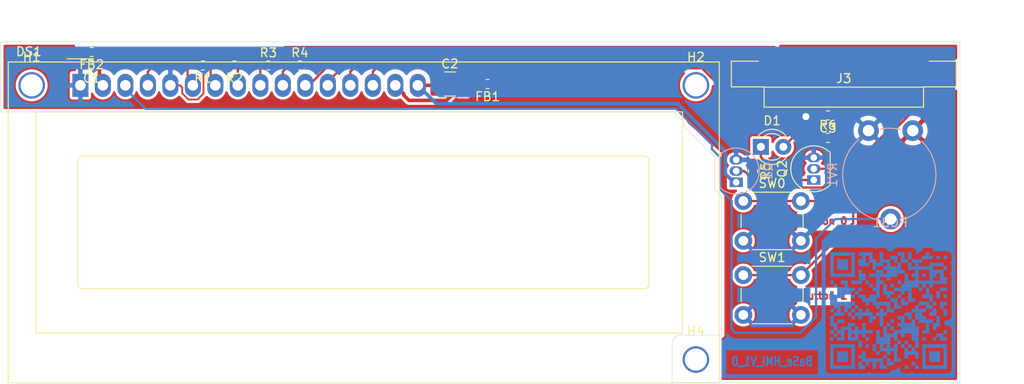
<source format=kicad_pcb>
(kicad_pcb (version 20171130) (host pcbnew 5.1.5-52549c5~86~ubuntu18.04.1)

  (general
    (thickness 1.6)
    (drawings 30)
    (tracks 168)
    (zones 0)
    (modules 23)
    (nets 23)
  )

  (page A4)
  (title_block
    (title BaSe_HMI_V1_0)
    (date 2020-04-29)
    (rev V1_0)
    (company "Grad 7 Labs")
  )

  (layers
    (0 F.Cu signal)
    (31 B.Cu signal)
    (32 B.Adhes user hide)
    (33 F.Adhes user hide)
    (34 B.Paste user hide)
    (35 F.Paste user hide)
    (36 B.SilkS user hide)
    (37 F.SilkS user hide)
    (38 B.Mask user hide)
    (39 F.Mask user hide)
    (40 Dwgs.User user)
    (41 Cmts.User user hide)
    (42 Eco1.User user hide)
    (43 Eco2.User user hide)
    (44 Edge.Cuts user)
    (45 Margin user hide)
    (46 B.CrtYd user hide)
    (47 F.CrtYd user)
    (48 B.Fab user hide)
    (49 F.Fab user hide)
  )

  (setup
    (last_trace_width 0.25)
    (user_trace_width 0.2)
    (user_trace_width 0.25)
    (user_trace_width 0.4)
    (trace_clearance 0.2)
    (zone_clearance 0.3)
    (zone_45_only no)
    (trace_min 0.2)
    (via_size 0.8)
    (via_drill 0.4)
    (via_min_size 0.4)
    (via_min_drill 0.3)
    (user_via 1.5 0.8)
    (uvia_size 0.3)
    (uvia_drill 0.1)
    (uvias_allowed no)
    (uvia_min_size 0.2)
    (uvia_min_drill 0.1)
    (edge_width 0.05)
    (segment_width 0.2)
    (pcb_text_width 0.3)
    (pcb_text_size 1.5 1.5)
    (mod_edge_width 0.12)
    (mod_text_size 1 1)
    (mod_text_width 0.15)
    (pad_size 2.5 2.5)
    (pad_drill 2.5)
    (pad_to_mask_clearance 0.051)
    (solder_mask_min_width 0.25)
    (aux_axis_origin 0 0)
    (visible_elements FFFFFF7F)
    (pcbplotparams
      (layerselection 0x00000_ffffffff)
      (usegerberextensions false)
      (usegerberattributes false)
      (usegerberadvancedattributes false)
      (creategerberjobfile false)
      (excludeedgelayer true)
      (linewidth 0.100000)
      (plotframeref false)
      (viasonmask false)
      (mode 1)
      (useauxorigin false)
      (hpglpennumber 1)
      (hpglpenspeed 20)
      (hpglpendiameter 15.000000)
      (psnegative false)
      (psa4output false)
      (plotreference false)
      (plotvalue false)
      (plotinvisibletext false)
      (padsonsilk false)
      (subtractmaskfromsilk false)
      (outputformat 4)
      (mirror false)
      (drillshape 0)
      (scaleselection 1)
      (outputdirectory "fabrication/"))
  )

  (net 0 "")
  (net 1 GND)
  (net 2 +5V)
  (net 3 /Dis_PWM)
  (net 4 /Taster_1)
  (net 5 "Net-(DS1-Pad3)")
  (net 6 "Net-(DS1-Pad7)")
  (net 7 "Net-(DS1-Pad8)")
  (net 8 "Net-(DS1-Pad9)")
  (net 9 "Net-(DS1-Pad10)")
  (net 10 "Net-(D1-Pad2)")
  (net 11 "Net-(D1-Pad1)")
  (net 12 /Dis_DB7)
  (net 13 /Dis_DB6)
  (net 14 /Dis_DB5)
  (net 15 /Dis_DB4)
  (net 16 /Dis_E)
  (net 17 /Dis_RS)
  (net 18 /LED+)
  (net 19 /LED-)
  (net 20 /Taster_0)
  (net 21 /LED_HMI)
  (net 22 /Dis_Vdd)

  (net_class Default "This is the default net class."
    (clearance 0.2)
    (trace_width 0.25)
    (via_dia 0.8)
    (via_drill 0.4)
    (uvia_dia 0.3)
    (uvia_drill 0.1)
    (add_net /Dis_DB4)
    (add_net /Dis_DB5)
    (add_net /Dis_DB6)
    (add_net /Dis_DB7)
    (add_net /Dis_E)
    (add_net /Dis_PWM)
    (add_net /Dis_RS)
    (add_net /Dis_Vdd)
    (add_net /LED_HMI)
    (add_net /Taster_0)
    (add_net /Taster_1)
    (add_net "Net-(D1-Pad1)")
    (add_net "Net-(D1-Pad2)")
    (add_net "Net-(DS1-Pad10)")
    (add_net "Net-(DS1-Pad3)")
    (add_net "Net-(DS1-Pad7)")
    (add_net "Net-(DS1-Pad8)")
    (add_net "Net-(DS1-Pad9)")
  )

  (net_class Power ""
    (clearance 0.2)
    (trace_width 0.4)
    (via_dia 0.8)
    (via_drill 0.4)
    (uvia_dia 0.3)
    (uvia_drill 0.1)
    (add_net +5V)
    (add_net /LED+)
    (add_net /LED-)
    (add_net GND)
  )

  (module Capacitor_SMD:C_0603_1608Metric_Pad1.05x0.95mm_HandSolder (layer F.Cu) (tedit 5B301BBE) (tstamp 5EAB3B2B)
    (at 132.3975 53.4035 180)
    (descr "Capacitor SMD 0603 (1608 Metric), square (rectangular) end terminal, IPC_7351 nominal with elongated pad for handsoldering. (Body size source: http://www.tortai-tech.com/upload/download/2011102023233369053.pdf), generated with kicad-footprint-generator")
    (tags "capacitor handsolder")
    (path /5EB05618)
    (attr smd)
    (fp_text reference C3 (at 0 -1.43) (layer F.SilkS)
      (effects (font (size 1 1) (thickness 0.15)))
    )
    (fp_text value 100nF (at 0 1.43) (layer F.Fab)
      (effects (font (size 1 1) (thickness 0.15)))
    )
    (fp_text user %R (at 0 0) (layer F.Fab)
      (effects (font (size 0.4 0.4) (thickness 0.06)))
    )
    (fp_line (start 1.65 0.73) (end -1.65 0.73) (layer F.CrtYd) (width 0.05))
    (fp_line (start 1.65 -0.73) (end 1.65 0.73) (layer F.CrtYd) (width 0.05))
    (fp_line (start -1.65 -0.73) (end 1.65 -0.73) (layer F.CrtYd) (width 0.05))
    (fp_line (start -1.65 0.73) (end -1.65 -0.73) (layer F.CrtYd) (width 0.05))
    (fp_line (start -0.171267 0.51) (end 0.171267 0.51) (layer F.SilkS) (width 0.12))
    (fp_line (start -0.171267 -0.51) (end 0.171267 -0.51) (layer F.SilkS) (width 0.12))
    (fp_line (start 0.8 0.4) (end -0.8 0.4) (layer F.Fab) (width 0.1))
    (fp_line (start 0.8 -0.4) (end 0.8 0.4) (layer F.Fab) (width 0.1))
    (fp_line (start -0.8 -0.4) (end 0.8 -0.4) (layer F.Fab) (width 0.1))
    (fp_line (start -0.8 0.4) (end -0.8 -0.4) (layer F.Fab) (width 0.1))
    (pad 2 smd roundrect (at 0.875 0 180) (size 1.05 0.95) (layers F.Cu F.Paste F.Mask) (roundrect_rratio 0.25)
      (net 1 GND))
    (pad 1 smd roundrect (at -0.875 0 180) (size 1.05 0.95) (layers F.Cu F.Paste F.Mask) (roundrect_rratio 0.25)
      (net 2 +5V))
    (model ${KISYS3DMOD}/Capacitor_SMD.3dshapes/C_0603_1608Metric.wrl
      (at (xyz 0 0 0))
      (scale (xyz 1 1 1))
      (rotate (xyz 0 0 0))
    )
  )

  (module G7_Custom:WC1602A_9.5mm_over_PCB (layer F.Cu) (tedit 5EA98B0D) (tstamp 5EAAE682)
    (at 48 50)
    (descr "LCD 16x2 http://www.wincomlcd.com/pdf/WC1602A-SFYLYHTC06.pdf")
    (tags "LCD 16x2 Alphanumeric 16pin")
    (path /5E904977)
    (fp_text reference DS1 (at -5.82 -3.81) (layer F.SilkS)
      (effects (font (size 1 1) (thickness 0.15)))
    )
    (fp_text value WC1602A (at -4.31 34.66) (layer F.Fab)
      (effects (font (size 1 1) (thickness 0.15)))
    )
    (fp_line (start -8 33.5) (end -8 -2.5) (layer F.Fab) (width 0.1))
    (fp_line (start 72 33.5) (end -8 33.5) (layer F.Fab) (width 0.1))
    (fp_line (start 72 -2.5) (end 72 33.5) (layer F.Fab) (width 0.1))
    (fp_line (start 1 -2.5) (end 72 -2.5) (layer F.Fab) (width 0.1))
    (fp_line (start -5 28) (end -5 3) (layer F.SilkS) (width 0.12))
    (fp_line (start 68 28) (end -5 28) (layer F.SilkS) (width 0.12))
    (fp_line (start 68 3) (end 68 28) (layer F.SilkS) (width 0.12))
    (fp_line (start -5 3) (end 68 3) (layer F.SilkS) (width 0.12))
    (fp_arc (start 0.20066 8.49884) (end -0.29972 8.49884) (angle 90) (layer F.SilkS) (width 0.12))
    (fp_arc (start 0.20066 22.49932) (end 0.20066 22.9997) (angle 90) (layer F.SilkS) (width 0.12))
    (fp_arc (start 63.70066 22.49932) (end 64.20104 22.49932) (angle 90) (layer F.SilkS) (width 0.12))
    (fp_arc (start 63.7 8.5) (end 63.7 8) (angle 90) (layer F.SilkS) (width 0.12))
    (fp_line (start 64.2 8.5) (end 64.2 22.5) (layer F.SilkS) (width 0.12))
    (fp_line (start 63.70066 23) (end 0.2 23) (layer F.SilkS) (width 0.12))
    (fp_line (start -0.29972 22.49932) (end -0.29972 8.5) (layer F.SilkS) (width 0.12))
    (fp_line (start 0.2 8) (end 63.7 8) (layer F.SilkS) (width 0.12))
    (fp_text user %R (at 30.37 14.74) (layer F.Fab)
      (effects (font (size 1 1) (thickness 0.1)))
    )
    (fp_line (start -1 -2.5) (end -8 -2.5) (layer F.Fab) (width 0.1))
    (fp_line (start 0 -1.5) (end -1 -2.5) (layer F.Fab) (width 0.1))
    (fp_line (start 1 -2.5) (end 0 -1.5) (layer F.Fab) (width 0.1))
    (fp_line (start -8.25 -2.75) (end 72.25 -2.75) (layer F.CrtYd) (width 0.05))
    (fp_line (start -1.5 -3) (end 1.5 -3) (layer F.SilkS) (width 0.12))
    (fp_line (start 72.25 -2.75) (end 72.25 33.75) (layer F.CrtYd) (width 0.05))
    (fp_line (start -8.25 33.75) (end 72.25 33.75) (layer F.CrtYd) (width 0.05))
    (fp_line (start -8.25 -2.75) (end -8.25 33.75) (layer F.CrtYd) (width 0.05))
    (fp_line (start -8.13 -2.64) (end -7.34 -2.64) (layer F.SilkS) (width 0.12))
    (fp_line (start -8.14 -2.64) (end -8.14 33.64) (layer F.SilkS) (width 0.12))
    (fp_line (start 72.14 -2.64) (end -7.34 -2.64) (layer F.SilkS) (width 0.12))
    (fp_line (start 72.14 33.64) (end 72.14 -2.64) (layer F.SilkS) (width 0.12))
    (fp_line (start -8.14 33.64) (end 72.14 33.64) (layer F.SilkS) (width 0.12))
    (pad "" thru_hole circle (at 69.5 0) (size 3 3) (drill 2.5) (layers *.Cu *.Mask))
    (pad "" thru_hole circle (at 69.49948 31.0007) (size 3 3) (drill 2.5) (layers *.Cu *.Mask))
    (pad "" np_thru_hole circle (at -5.4991 31.0007) (size 2.5 2.5) (drill 2.5) (layers *.Cu *.Mask))
    (pad "" thru_hole circle (at -5.4991 0) (size 3 3) (drill 2.5) (layers *.Cu *.Mask))
    (pad 16 thru_hole oval (at 38.1 0) (size 1.8 2.6) (drill 1.2) (layers *.Cu *.Mask)
      (net 19 /LED-))
    (pad 15 thru_hole oval (at 35.56 0) (size 1.8 2.6) (drill 1.2) (layers *.Cu *.Mask)
      (net 18 /LED+))
    (pad 14 thru_hole oval (at 33.02 0) (size 1.8 2.6) (drill 1.2) (layers *.Cu *.Mask)
      (net 12 /Dis_DB7))
    (pad 13 thru_hole oval (at 30.48 0) (size 1.8 2.6) (drill 1.2) (layers *.Cu *.Mask)
      (net 13 /Dis_DB6))
    (pad 12 thru_hole oval (at 27.94 0) (size 1.8 2.6) (drill 1.2) (layers *.Cu *.Mask)
      (net 14 /Dis_DB5))
    (pad 11 thru_hole oval (at 25.4 0) (size 1.8 2.6) (drill 1.2) (layers *.Cu *.Mask)
      (net 15 /Dis_DB4))
    (pad 10 thru_hole oval (at 22.86 0) (size 1.8 2.6) (drill 1.2) (layers *.Cu *.Mask)
      (net 9 "Net-(DS1-Pad10)"))
    (pad 9 thru_hole oval (at 20.32 0) (size 1.8 2.6) (drill 1.2) (layers *.Cu *.Mask)
      (net 8 "Net-(DS1-Pad9)"))
    (pad 8 thru_hole oval (at 17.78 0) (size 1.8 2.6) (drill 1.2) (layers *.Cu *.Mask)
      (net 7 "Net-(DS1-Pad8)"))
    (pad 7 thru_hole oval (at 15.24 0) (size 1.8 2.6) (drill 1.2) (layers *.Cu *.Mask)
      (net 6 "Net-(DS1-Pad7)"))
    (pad 6 thru_hole oval (at 12.7 0) (size 1.8 2.6) (drill 1.2) (layers *.Cu *.Mask)
      (net 16 /Dis_E))
    (pad 5 thru_hole oval (at 10.16 0) (size 1.8 2.6) (drill 1.2) (layers *.Cu *.Mask)
      (net 1 GND))
    (pad 4 thru_hole oval (at 7.62 0) (size 1.8 2.6) (drill 1.2) (layers *.Cu *.Mask)
      (net 17 /Dis_RS))
    (pad 3 thru_hole oval (at 5.08 0) (size 1.8 2.6) (drill 1.2) (layers *.Cu *.Mask)
      (net 5 "Net-(DS1-Pad3)"))
    (pad 2 thru_hole oval (at 2.54 0) (size 1.8 2.6) (drill 1.2) (layers *.Cu *.Mask)
      (net 22 /Dis_Vdd))
    (pad 1 thru_hole rect (at 0 0) (size 1.8 2.6) (drill 1.2) (layers *.Cu *.Mask)
      (net 1 GND))
    (model ${KISYS3DMOD}/Display.3dshapes/WC1602A.wrl
      (offset (xyz 0 0 -8))
      (scale (xyz 1 1 1))
      (rotate (xyz 0 0 0))
    )
  )

  (module Inductor_SMD:L_0603_1608Metric_Pad1.05x0.95mm_HandSolder (layer F.Cu) (tedit 5B301BBE) (tstamp 5EAAAF72)
    (at 93.98 49.8475 180)
    (descr "Capacitor SMD 0603 (1608 Metric), square (rectangular) end terminal, IPC_7351 nominal with elongated pad for handsoldering. (Body size source: http://www.tortai-tech.com/upload/download/2011102023233369053.pdf), generated with kicad-footprint-generator")
    (tags "inductor handsolder")
    (path /5EAAF863)
    (attr smd)
    (fp_text reference FB1 (at 0 -1.43) (layer F.SilkS)
      (effects (font (size 1 1) (thickness 0.15)))
    )
    (fp_text value 742792602 (at 0 1.43) (layer F.Fab)
      (effects (font (size 1 1) (thickness 0.15)))
    )
    (fp_text user %R (at 0 0) (layer F.Fab)
      (effects (font (size 0.4 0.4) (thickness 0.06)))
    )
    (fp_line (start 1.65 0.73) (end -1.65 0.73) (layer F.CrtYd) (width 0.05))
    (fp_line (start 1.65 -0.73) (end 1.65 0.73) (layer F.CrtYd) (width 0.05))
    (fp_line (start -1.65 -0.73) (end 1.65 -0.73) (layer F.CrtYd) (width 0.05))
    (fp_line (start -1.65 0.73) (end -1.65 -0.73) (layer F.CrtYd) (width 0.05))
    (fp_line (start -0.171267 0.51) (end 0.171267 0.51) (layer F.SilkS) (width 0.12))
    (fp_line (start -0.171267 -0.51) (end 0.171267 -0.51) (layer F.SilkS) (width 0.12))
    (fp_line (start 0.8 0.4) (end -0.8 0.4) (layer F.Fab) (width 0.1))
    (fp_line (start 0.8 -0.4) (end 0.8 0.4) (layer F.Fab) (width 0.1))
    (fp_line (start -0.8 -0.4) (end 0.8 -0.4) (layer F.Fab) (width 0.1))
    (fp_line (start -0.8 0.4) (end -0.8 -0.4) (layer F.Fab) (width 0.1))
    (pad 2 smd roundrect (at 0.875 0 180) (size 1.05 0.95) (layers F.Cu F.Paste F.Mask) (roundrect_rratio 0.25)
      (net 18 /LED+))
    (pad 1 smd roundrect (at -0.875 0 180) (size 1.05 0.95) (layers F.Cu F.Paste F.Mask) (roundrect_rratio 0.25)
      (net 2 +5V))
    (model ${KISYS3DMOD}/Inductor_SMD.3dshapes/L_0603_1608Metric.wrl
      (at (xyz 0 0 0))
      (scale (xyz 1 1 1))
      (rotate (xyz 0 0 0))
    )
  )

  (module G7_Labels:BaSe_HMI_V1_0 (layer B.Cu) (tedit 0) (tstamp 5E819FF0)
    (at 139.456 75.2635)
    (path /5EBA1E4F)
    (fp_text reference PCB1 (at 0 -9.75) (layer B.SilkS)
      (effects (font (size 1 1) (thickness 0.15)) (justify mirror))
    )
    (fp_text value BaSe_HMI_V1_0 (at 0 9.75) (layer B.SilkS)
      (effects (font (size 1 1) (thickness 0.15)) (justify mirror))
    )
    (fp_poly (pts (xy 6.65 -6.65) (xy 6.65 6.65) (xy -6.65 6.65) (xy -6.65 -6.65)) (layer B.Mask) (width 0))
    (fp_line (start -6.7 -6.7) (end -6.7 6.7) (layer B.CrtYd) (width 0.05))
    (fp_line (start 6.7 -6.7) (end -6.7 -6.7) (layer B.CrtYd) (width 0.05))
    (fp_line (start 6.7 6.7) (end 6.7 -6.7) (layer B.CrtYd) (width 0.05))
    (fp_line (start -6.7 6.7) (end 6.7 6.7) (layer B.CrtYd) (width 0.05))
    (pad "" smd rect (at 4.2 -6.2) (size 0.4 0.4) (layers B.Cu))
    (pad "" smd rect (at 2.2 -6.2) (size 0.4 0.4) (layers B.Cu))
    (pad "" smd rect (at 1.4 -6.2) (size 0.4 0.4) (layers B.Cu))
    (pad "" smd rect (at 1 -6.2) (size 0.4 0.4) (layers B.Cu))
    (pad "" smd rect (at -1 -6.2) (size 0.4 0.4) (layers B.Cu))
    (pad "" smd rect (at -2.2 -6.2) (size 0.4 0.4) (layers B.Cu))
    (pad "" smd rect (at -2.6 -6.2) (size 0.4 0.4) (layers B.Cu))
    (pad "" smd rect (at -3 -6.2) (size 0.4 0.4) (layers B.Cu))
    (pad "" smd rect (at -3.4 -6.2) (size 0.4 0.4) (layers B.Cu))
    (pad "" smd rect (at -4.2 -6.2) (size 0.4 0.4) (layers B.Cu))
    (pad "" smd rect (at -4.6 -6.2) (size 0.4 0.4) (layers B.Cu))
    (pad "" smd rect (at -5 -6.2) (size 0.4 0.4) (layers B.Cu))
    (pad "" smd rect (at -5.4 -6.2) (size 0.4 0.4) (layers B.Cu))
    (pad "" smd rect (at -5.8 -6.2) (size 0.4 0.4) (layers B.Cu))
    (pad "" smd rect (at -6.2 -6.2) (size 0.4 0.4) (layers B.Cu))
    (pad "" smd rect (at -6.6 -6.2) (size 0.4 0.4) (layers B.Cu))
    (pad "" smd rect (at 6.2 -5.8) (size 0.4 0.4) (layers B.Cu))
    (pad "" smd rect (at 5.4 -5.8) (size 0.4 0.4) (layers B.Cu))
    (pad "" smd rect (at 4.6 -5.8) (size 0.4 0.4) (layers B.Cu))
    (pad "" smd rect (at 4.2 -5.8) (size 0.4 0.4) (layers B.Cu))
    (pad "" smd rect (at 3.8 -5.8) (size 0.4 0.4) (layers B.Cu))
    (pad "" smd rect (at 2.2 -5.8) (size 0.4 0.4) (layers B.Cu))
    (pad "" smd rect (at 1.4 -5.8) (size 0.4 0.4) (layers B.Cu))
    (pad "" smd rect (at 0.6 -5.8) (size 0.4 0.4) (layers B.Cu))
    (pad "" smd rect (at 0.2 -5.8) (size 0.4 0.4) (layers B.Cu))
    (pad "" smd rect (at -1 -5.8) (size 0.4 0.4) (layers B.Cu))
    (pad "" smd rect (at -2.2 -5.8) (size 0.4 0.4) (layers B.Cu))
    (pad "" smd rect (at -3 -5.8) (size 0.4 0.4) (layers B.Cu))
    (pad "" smd rect (at -4.2 -5.8) (size 0.4 0.4) (layers B.Cu))
    (pad "" smd rect (at -6.6 -5.8) (size 0.4 0.4) (layers B.Cu))
    (pad "" smd rect (at 3.4 -5.4) (size 0.4 0.4) (layers B.Cu))
    (pad "" smd rect (at 3 -5.4) (size 0.4 0.4) (layers B.Cu))
    (pad "" smd rect (at 2.6 -5.4) (size 0.4 0.4) (layers B.Cu))
    (pad "" smd rect (at 1.8 -5.4) (size 0.4 0.4) (layers B.Cu))
    (pad "" smd rect (at 1.4 -5.4) (size 0.4 0.4) (layers B.Cu))
    (pad "" smd rect (at 0.6 -5.4) (size 0.4 0.4) (layers B.Cu))
    (pad "" smd rect (at -0.2 -5.4) (size 0.4 0.4) (layers B.Cu))
    (pad "" smd rect (at -0.6 -5.4) (size 0.4 0.4) (layers B.Cu))
    (pad "" smd rect (at -1 -5.4) (size 0.4 0.4) (layers B.Cu))
    (pad "" smd rect (at -1.8 -5.4) (size 0.4 0.4) (layers B.Cu))
    (pad "" smd rect (at -2.2 -5.4) (size 0.4 0.4) (layers B.Cu))
    (pad "" smd rect (at -3 -5.4) (size 0.4 0.4) (layers B.Cu))
    (pad "" smd rect (at -3.4 -5.4) (size 0.4 0.4) (layers B.Cu))
    (pad "" smd rect (at -4.2 -5.4) (size 0.4 0.4) (layers B.Cu))
    (pad "" smd rect (at -5 -5.4) (size 0.4 0.4) (layers B.Cu))
    (pad "" smd rect (at -5.4 -5.4) (size 0.4 0.4) (layers B.Cu))
    (pad "" smd rect (at -5.8 -5.4) (size 0.4 0.4) (layers B.Cu))
    (pad "" smd rect (at -6.6 -5.4) (size 0.4 0.4) (layers B.Cu))
    (pad "" smd rect (at 5.8 -5) (size 0.4 0.4) (layers B.Cu))
    (pad "" smd rect (at 5.4 -5) (size 0.4 0.4) (layers B.Cu))
    (pad "" smd rect (at 5 -5) (size 0.4 0.4) (layers B.Cu))
    (pad "" smd rect (at 4.6 -5) (size 0.4 0.4) (layers B.Cu))
    (pad "" smd rect (at 3 -5) (size 0.4 0.4) (layers B.Cu))
    (pad "" smd rect (at 2.2 -5) (size 0.4 0.4) (layers B.Cu))
    (pad "" smd rect (at 1 -5) (size 0.4 0.4) (layers B.Cu))
    (pad "" smd rect (at -0.2 -5) (size 0.4 0.4) (layers B.Cu))
    (pad "" smd rect (at -1 -5) (size 0.4 0.4) (layers B.Cu))
    (pad "" smd rect (at -1.4 -5) (size 0.4 0.4) (layers B.Cu))
    (pad "" smd rect (at -1.8 -5) (size 0.4 0.4) (layers B.Cu))
    (pad "" smd rect (at -2.6 -5) (size 0.4 0.4) (layers B.Cu))
    (pad "" smd rect (at -3 -5) (size 0.4 0.4) (layers B.Cu))
    (pad "" smd rect (at -3.4 -5) (size 0.4 0.4) (layers B.Cu))
    (pad "" smd rect (at -4.2 -5) (size 0.4 0.4) (layers B.Cu))
    (pad "" smd rect (at -5 -5) (size 0.4 0.4) (layers B.Cu))
    (pad "" smd rect (at -5.4 -5) (size 0.4 0.4) (layers B.Cu))
    (pad "" smd rect (at -5.8 -5) (size 0.4 0.4) (layers B.Cu))
    (pad "" smd rect (at -6.6 -5) (size 0.4 0.4) (layers B.Cu))
    (pad "" smd rect (at 6.2 -4.6) (size 0.4 0.4) (layers B.Cu))
    (pad "" smd rect (at 4.6 -4.6) (size 0.4 0.4) (layers B.Cu))
    (pad "" smd rect (at 4.2 -4.6) (size 0.4 0.4) (layers B.Cu))
    (pad "" smd rect (at 3.8 -4.6) (size 0.4 0.4) (layers B.Cu))
    (pad "" smd rect (at 3.4 -4.6) (size 0.4 0.4) (layers B.Cu))
    (pad "" smd rect (at 3 -4.6) (size 0.4 0.4) (layers B.Cu))
    (pad "" smd rect (at 2.6 -4.6) (size 0.4 0.4) (layers B.Cu))
    (pad "" smd rect (at 2.2 -4.6) (size 0.4 0.4) (layers B.Cu))
    (pad "" smd rect (at 1 -4.6) (size 0.4 0.4) (layers B.Cu))
    (pad "" smd rect (at 0.6 -4.6) (size 0.4 0.4) (layers B.Cu))
    (pad "" smd rect (at 0.2 -4.6) (size 0.4 0.4) (layers B.Cu))
    (pad "" smd rect (at -0.2 -4.6) (size 0.4 0.4) (layers B.Cu))
    (pad "" smd rect (at -0.6 -4.6) (size 0.4 0.4) (layers B.Cu))
    (pad "" smd rect (at -1.8 -4.6) (size 0.4 0.4) (layers B.Cu))
    (pad "" smd rect (at -4.2 -4.6) (size 0.4 0.4) (layers B.Cu))
    (pad "" smd rect (at -5 -4.6) (size 0.4 0.4) (layers B.Cu))
    (pad "" smd rect (at -5.4 -4.6) (size 0.4 0.4) (layers B.Cu))
    (pad "" smd rect (at -5.8 -4.6) (size 0.4 0.4) (layers B.Cu))
    (pad "" smd rect (at -6.6 -4.6) (size 0.4 0.4) (layers B.Cu))
    (pad "" smd rect (at 5.8 -4.2) (size 0.4 0.4) (layers B.Cu))
    (pad "" smd rect (at 5.4 -4.2) (size 0.4 0.4) (layers B.Cu))
    (pad "" smd rect (at 5 -4.2) (size 0.4 0.4) (layers B.Cu))
    (pad "" smd rect (at 4.6 -4.2) (size 0.4 0.4) (layers B.Cu))
    (pad "" smd rect (at 3 -4.2) (size 0.4 0.4) (layers B.Cu))
    (pad "" smd rect (at 1.4 -4.2) (size 0.4 0.4) (layers B.Cu))
    (pad "" smd rect (at 1 -4.2) (size 0.4 0.4) (layers B.Cu))
    (pad "" smd rect (at 0.6 -4.2) (size 0.4 0.4) (layers B.Cu))
    (pad "" smd rect (at 0.2 -4.2) (size 0.4 0.4) (layers B.Cu))
    (pad "" smd rect (at -0.2 -4.2) (size 0.4 0.4) (layers B.Cu))
    (pad "" smd rect (at -1 -4.2) (size 0.4 0.4) (layers B.Cu))
    (pad "" smd rect (at -1.4 -4.2) (size 0.4 0.4) (layers B.Cu))
    (pad "" smd rect (at -3.4 -4.2) (size 0.4 0.4) (layers B.Cu))
    (pad "" smd rect (at -4.2 -4.2) (size 0.4 0.4) (layers B.Cu))
    (pad "" smd rect (at -6.6 -4.2) (size 0.4 0.4) (layers B.Cu))
    (pad "" smd rect (at 5.8 -3.8) (size 0.4 0.4) (layers B.Cu))
    (pad "" smd rect (at 5 -3.8) (size 0.4 0.4) (layers B.Cu))
    (pad "" smd rect (at 4.6 -3.8) (size 0.4 0.4) (layers B.Cu))
    (pad "" smd rect (at 3.8 -3.8) (size 0.4 0.4) (layers B.Cu))
    (pad "" smd rect (at 3 -3.8) (size 0.4 0.4) (layers B.Cu))
    (pad "" smd rect (at 2.6 -3.8) (size 0.4 0.4) (layers B.Cu))
    (pad "" smd rect (at 1.8 -3.8) (size 0.4 0.4) (layers B.Cu))
    (pad "" smd rect (at 0.6 -3.8) (size 0.4 0.4) (layers B.Cu))
    (pad "" smd rect (at 0.2 -3.8) (size 0.4 0.4) (layers B.Cu))
    (pad "" smd rect (at -0.2 -3.8) (size 0.4 0.4) (layers B.Cu))
    (pad "" smd rect (at -0.6 -3.8) (size 0.4 0.4) (layers B.Cu))
    (pad "" smd rect (at -1 -3.8) (size 0.4 0.4) (layers B.Cu))
    (pad "" smd rect (at -1.4 -3.8) (size 0.4 0.4) (layers B.Cu))
    (pad "" smd rect (at -1.8 -3.8) (size 0.4 0.4) (layers B.Cu))
    (pad "" smd rect (at -2.2 -3.8) (size 0.4 0.4) (layers B.Cu))
    (pad "" smd rect (at -3 -3.8) (size 0.4 0.4) (layers B.Cu))
    (pad "" smd rect (at -3.4 -3.8) (size 0.4 0.4) (layers B.Cu))
    (pad "" smd rect (at -4.2 -3.8) (size 0.4 0.4) (layers B.Cu))
    (pad "" smd rect (at -4.6 -3.8) (size 0.4 0.4) (layers B.Cu))
    (pad "" smd rect (at -5 -3.8) (size 0.4 0.4) (layers B.Cu))
    (pad "" smd rect (at -5.4 -3.8) (size 0.4 0.4) (layers B.Cu))
    (pad "" smd rect (at -5.8 -3.8) (size 0.4 0.4) (layers B.Cu))
    (pad "" smd rect (at -6.2 -3.8) (size 0.4 0.4) (layers B.Cu))
    (pad "" smd rect (at -6.6 -3.8) (size 0.4 0.4) (layers B.Cu))
    (pad "" smd rect (at 6.2 -3.4) (size 0.4 0.4) (layers B.Cu))
    (pad "" smd rect (at 5.8 -3.4) (size 0.4 0.4) (layers B.Cu))
    (pad "" smd rect (at 4.6 -3.4) (size 0.4 0.4) (layers B.Cu))
    (pad "" smd rect (at 3 -3.4) (size 0.4 0.4) (layers B.Cu))
    (pad "" smd rect (at 1.8 -3.4) (size 0.4 0.4) (layers B.Cu))
    (pad "" smd rect (at -0.2 -3.4) (size 0.4 0.4) (layers B.Cu))
    (pad "" smd rect (at -1.4 -3.4) (size 0.4 0.4) (layers B.Cu))
    (pad "" smd rect (at -3 -3.4) (size 0.4 0.4) (layers B.Cu))
    (pad "" smd rect (at -3.4 -3.4) (size 0.4 0.4) (layers B.Cu))
    (pad "" smd rect (at 6.2 -3) (size 0.4 0.4) (layers B.Cu))
    (pad "" smd rect (at 5.8 -3) (size 0.4 0.4) (layers B.Cu))
    (pad "" smd rect (at 5.4 -3) (size 0.4 0.4) (layers B.Cu))
    (pad "" smd rect (at 5 -3) (size 0.4 0.4) (layers B.Cu))
    (pad "" smd rect (at 4.6 -3) (size 0.4 0.4) (layers B.Cu))
    (pad "" smd rect (at 4.2 -3) (size 0.4 0.4) (layers B.Cu))
    (pad "" smd rect (at 3.8 -3) (size 0.4 0.4) (layers B.Cu))
    (pad "" smd rect (at 3.4 -3) (size 0.4 0.4) (layers B.Cu))
    (pad "" smd rect (at 3 -3) (size 0.4 0.4) (layers B.Cu))
    (pad "" smd rect (at 2.6 -3) (size 0.4 0.4) (layers B.Cu))
    (pad "" smd rect (at 2.2 -3) (size 0.4 0.4) (layers B.Cu))
    (pad "" smd rect (at 1.8 -3) (size 0.4 0.4) (layers B.Cu))
    (pad "" smd rect (at 1 -3) (size 0.4 0.4) (layers B.Cu))
    (pad "" smd rect (at -1 -3) (size 0.4 0.4) (layers B.Cu))
    (pad "" smd rect (at -1.4 -3) (size 0.4 0.4) (layers B.Cu))
    (pad "" smd rect (at -2.6 -3) (size 0.4 0.4) (layers B.Cu))
    (pad "" smd rect (at -3.4 -3) (size 0.4 0.4) (layers B.Cu))
    (pad "" smd rect (at -3.8 -3) (size 0.4 0.4) (layers B.Cu))
    (pad "" smd rect (at -4.2 -3) (size 0.4 0.4) (layers B.Cu))
    (pad "" smd rect (at -5 -3) (size 0.4 0.4) (layers B.Cu))
    (pad "" smd rect (at -5.4 -3) (size 0.4 0.4) (layers B.Cu))
    (pad "" smd rect (at -6.6 -3) (size 0.4 0.4) (layers B.Cu))
    (pad "" smd rect (at 4.6 -2.6) (size 0.4 0.4) (layers B.Cu))
    (pad "" smd rect (at 3.8 -2.6) (size 0.4 0.4) (layers B.Cu))
    (pad "" smd rect (at 3 -2.6) (size 0.4 0.4) (layers B.Cu))
    (pad "" smd rect (at 2.6 -2.6) (size 0.4 0.4) (layers B.Cu))
    (pad "" smd rect (at 2.2 -2.6) (size 0.4 0.4) (layers B.Cu))
    (pad "" smd rect (at 1.8 -2.6) (size 0.4 0.4) (layers B.Cu))
    (pad "" smd rect (at 1.4 -2.6) (size 0.4 0.4) (layers B.Cu))
    (pad "" smd rect (at 0.2 -2.6) (size 0.4 0.4) (layers B.Cu))
    (pad "" smd rect (at -0.6 -2.6) (size 0.4 0.4) (layers B.Cu))
    (pad "" smd rect (at -1.4 -2.6) (size 0.4 0.4) (layers B.Cu))
    (pad "" smd rect (at -2.2 -2.6) (size 0.4 0.4) (layers B.Cu))
    (pad "" smd rect (at -5 -2.6) (size 0.4 0.4) (layers B.Cu))
    (pad "" smd rect (at -6.2 -2.6) (size 0.4 0.4) (layers B.Cu))
    (pad "" smd rect (at 6.2 -2.2) (size 0.4 0.4) (layers B.Cu))
    (pad "" smd rect (at 5.8 -2.2) (size 0.4 0.4) (layers B.Cu))
    (pad "" smd rect (at 4.2 -2.2) (size 0.4 0.4) (layers B.Cu))
    (pad "" smd rect (at 3.4 -2.2) (size 0.4 0.4) (layers B.Cu))
    (pad "" smd rect (at 2.2 -2.2) (size 0.4 0.4) (layers B.Cu))
    (pad "" smd rect (at 1.8 -2.2) (size 0.4 0.4) (layers B.Cu))
    (pad "" smd rect (at 1.4 -2.2) (size 0.4 0.4) (layers B.Cu))
    (pad "" smd rect (at 1 -2.2) (size 0.4 0.4) (layers B.Cu))
    (pad "" smd rect (at 0.6 -2.2) (size 0.4 0.4) (layers B.Cu))
    (pad "" smd rect (at -0.6 -2.2) (size 0.4 0.4) (layers B.Cu))
    (pad "" smd rect (at -1.4 -2.2) (size 0.4 0.4) (layers B.Cu))
    (pad "" smd rect (at -1.8 -2.2) (size 0.4 0.4) (layers B.Cu))
    (pad "" smd rect (at -3.4 -2.2) (size 0.4 0.4) (layers B.Cu))
    (pad "" smd rect (at -4.2 -2.2) (size 0.4 0.4) (layers B.Cu))
    (pad "" smd rect (at -4.6 -2.2) (size 0.4 0.4) (layers B.Cu))
    (pad "" smd rect (at -5 -2.2) (size 0.4 0.4) (layers B.Cu))
    (pad "" smd rect (at -5.4 -2.2) (size 0.4 0.4) (layers B.Cu))
    (pad "" smd rect (at -5.8 -2.2) (size 0.4 0.4) (layers B.Cu))
    (pad "" smd rect (at 5.4 -1.8) (size 0.4 0.4) (layers B.Cu))
    (pad "" smd rect (at 4.2 -1.8) (size 0.4 0.4) (layers B.Cu))
    (pad "" smd rect (at 2.2 -1.8) (size 0.4 0.4) (layers B.Cu))
    (pad "" smd rect (at 1.4 -1.8) (size 0.4 0.4) (layers B.Cu))
    (pad "" smd rect (at 0.2 -1.8) (size 0.4 0.4) (layers B.Cu))
    (pad "" smd rect (at -0.2 -1.8) (size 0.4 0.4) (layers B.Cu))
    (pad "" smd rect (at -0.6 -1.8) (size 0.4 0.4) (layers B.Cu))
    (pad "" smd rect (at -1.4 -1.8) (size 0.4 0.4) (layers B.Cu))
    (pad "" smd rect (at -3.8 -1.8) (size 0.4 0.4) (layers B.Cu))
    (pad "" smd rect (at -4.6 -1.8) (size 0.4 0.4) (layers B.Cu))
    (pad "" smd rect (at -5 -1.8) (size 0.4 0.4) (layers B.Cu))
    (pad "" smd rect (at -5.4 -1.8) (size 0.4 0.4) (layers B.Cu))
    (pad "" smd rect (at -5.8 -1.8) (size 0.4 0.4) (layers B.Cu))
    (pad "" smd rect (at -6.6 -1.8) (size 0.4 0.4) (layers B.Cu))
    (pad "" smd rect (at 6.2 -1.4) (size 0.4 0.4) (layers B.Cu))
    (pad "" smd rect (at 5.4 -1.4) (size 0.4 0.4) (layers B.Cu))
    (pad "" smd rect (at 4.6 -1.4) (size 0.4 0.4) (layers B.Cu))
    (pad "" smd rect (at 4.2 -1.4) (size 0.4 0.4) (layers B.Cu))
    (pad "" smd rect (at 3.8 -1.4) (size 0.4 0.4) (layers B.Cu))
    (pad "" smd rect (at 2.2 -1.4) (size 0.4 0.4) (layers B.Cu))
    (pad "" smd rect (at 1 -1.4) (size 0.4 0.4) (layers B.Cu))
    (pad "" smd rect (at -0.2 -1.4) (size 0.4 0.4) (layers B.Cu))
    (pad "" smd rect (at -1.4 -1.4) (size 0.4 0.4) (layers B.Cu))
    (pad "" smd rect (at -1.8 -1.4) (size 0.4 0.4) (layers B.Cu))
    (pad "" smd rect (at -2.2 -1.4) (size 0.4 0.4) (layers B.Cu))
    (pad "" smd rect (at -3 -1.4) (size 0.4 0.4) (layers B.Cu))
    (pad "" smd rect (at -3.4 -1.4) (size 0.4 0.4) (layers B.Cu))
    (pad "" smd rect (at -4.2 -1.4) (size 0.4 0.4) (layers B.Cu))
    (pad "" smd rect (at -5.4 -1.4) (size 0.4 0.4) (layers B.Cu))
    (pad "" smd rect (at -5.8 -1.4) (size 0.4 0.4) (layers B.Cu))
    (pad "" smd rect (at -6.2 -1.4) (size 0.4 0.4) (layers B.Cu))
    (pad "" smd rect (at -6.6 -1.4) (size 0.4 0.4) (layers B.Cu))
    (pad "" smd rect (at 4.6 -1) (size 0.4 0.4) (layers B.Cu))
    (pad "" smd rect (at 2.6 -1) (size 0.4 0.4) (layers B.Cu))
    (pad "" smd rect (at 2.2 -1) (size 0.4 0.4) (layers B.Cu))
    (pad "" smd rect (at 1.4 -1) (size 0.4 0.4) (layers B.Cu))
    (pad "" smd rect (at 0.6 -1) (size 0.4 0.4) (layers B.Cu))
    (pad "" smd rect (at 0.2 -1) (size 0.4 0.4) (layers B.Cu))
    (pad "" smd rect (at -1.8 -1) (size 0.4 0.4) (layers B.Cu))
    (pad "" smd rect (at -2.2 -1) (size 0.4 0.4) (layers B.Cu))
    (pad "" smd rect (at -2.6 -1) (size 0.4 0.4) (layers B.Cu))
    (pad "" smd rect (at -3 -1) (size 0.4 0.4) (layers B.Cu))
    (pad "" smd rect (at -6.2 -1) (size 0.4 0.4) (layers B.Cu))
    (pad "" smd rect (at -6.6 -1) (size 0.4 0.4) (layers B.Cu))
    (pad "" smd rect (at 6.2 -0.6) (size 0.4 0.4) (layers B.Cu))
    (pad "" smd rect (at 5.8 -0.6) (size 0.4 0.4) (layers B.Cu))
    (pad "" smd rect (at 5 -0.6) (size 0.4 0.4) (layers B.Cu))
    (pad "" smd rect (at 4.2 -0.6) (size 0.4 0.4) (layers B.Cu))
    (pad "" smd rect (at 3.8 -0.6) (size 0.4 0.4) (layers B.Cu))
    (pad "" smd rect (at 3.4 -0.6) (size 0.4 0.4) (layers B.Cu))
    (pad "" smd rect (at 1.8 -0.6) (size 0.4 0.4) (layers B.Cu))
    (pad "" smd rect (at 1.4 -0.6) (size 0.4 0.4) (layers B.Cu))
    (pad "" smd rect (at 0.6 -0.6) (size 0.4 0.4) (layers B.Cu))
    (pad "" smd rect (at -0.2 -0.6) (size 0.4 0.4) (layers B.Cu))
    (pad "" smd rect (at -0.6 -0.6) (size 0.4 0.4) (layers B.Cu))
    (pad "" smd rect (at -1 -0.6) (size 0.4 0.4) (layers B.Cu))
    (pad "" smd rect (at -1.4 -0.6) (size 0.4 0.4) (layers B.Cu))
    (pad "" smd rect (at -1.8 -0.6) (size 0.4 0.4) (layers B.Cu))
    (pad "" smd rect (at -2.6 -0.6) (size 0.4 0.4) (layers B.Cu))
    (pad "" smd rect (at -4.2 -0.6) (size 0.4 0.4) (layers B.Cu))
    (pad "" smd rect (at -4.6 -0.6) (size 0.4 0.4) (layers B.Cu))
    (pad "" smd rect (at -5 -0.6) (size 0.4 0.4) (layers B.Cu))
    (pad "" smd rect (at -5.4 -0.6) (size 0.4 0.4) (layers B.Cu))
    (pad "" smd rect (at -5.8 -0.6) (size 0.4 0.4) (layers B.Cu))
    (pad "" smd rect (at -6.2 -0.6) (size 0.4 0.4) (layers B.Cu))
    (pad "" smd rect (at -6.6 -0.6) (size 0.4 0.4) (layers B.Cu))
    (pad "" smd rect (at 5.8 -0.2) (size 0.4 0.4) (layers B.Cu))
    (pad "" smd rect (at 4.6 -0.2) (size 0.4 0.4) (layers B.Cu))
    (pad "" smd rect (at 4.2 -0.2) (size 0.4 0.4) (layers B.Cu))
    (pad "" smd rect (at 3 -0.2) (size 0.4 0.4) (layers B.Cu))
    (pad "" smd rect (at 1 -0.2) (size 0.4 0.4) (layers B.Cu))
    (pad "" smd rect (at 0.6 -0.2) (size 0.4 0.4) (layers B.Cu))
    (pad "" smd rect (at -0.2 -0.2) (size 0.4 0.4) (layers B.Cu))
    (pad "" smd rect (at -1.4 -0.2) (size 0.4 0.4) (layers B.Cu))
    (pad "" smd rect (at -3.8 -0.2) (size 0.4 0.4) (layers B.Cu))
    (pad "" smd rect (at -4.6 -0.2) (size 0.4 0.4) (layers B.Cu))
    (pad "" smd rect (at -5 -0.2) (size 0.4 0.4) (layers B.Cu))
    (pad "" smd rect (at -5.8 -0.2) (size 0.4 0.4) (layers B.Cu))
    (pad "" smd rect (at -6.2 -0.2) (size 0.4 0.4) (layers B.Cu))
    (pad "" smd rect (at 6.2 0.2) (size 0.4 0.4) (layers B.Cu))
    (pad "" smd rect (at 5 0.2) (size 0.4 0.4) (layers B.Cu))
    (pad "" smd rect (at 3.8 0.2) (size 0.4 0.4) (layers B.Cu))
    (pad "" smd rect (at 3.4 0.2) (size 0.4 0.4) (layers B.Cu))
    (pad "" smd rect (at 3 0.2) (size 0.4 0.4) (layers B.Cu))
    (pad "" smd rect (at 2.6 0.2) (size 0.4 0.4) (layers B.Cu))
    (pad "" smd rect (at 0.2 0.2) (size 0.4 0.4) (layers B.Cu))
    (pad "" smd rect (at -0.2 0.2) (size 0.4 0.4) (layers B.Cu))
    (pad "" smd rect (at -1 0.2) (size 0.4 0.4) (layers B.Cu))
    (pad "" smd rect (at -2.6 0.2) (size 0.4 0.4) (layers B.Cu))
    (pad "" smd rect (at -3.4 0.2) (size 0.4 0.4) (layers B.Cu))
    (pad "" smd rect (at -4.2 0.2) (size 0.4 0.4) (layers B.Cu))
    (pad "" smd rect (at -5 0.2) (size 0.4 0.4) (layers B.Cu))
    (pad "" smd rect (at -5.8 0.2) (size 0.4 0.4) (layers B.Cu))
    (pad "" smd rect (at -6.6 0.2) (size 0.4 0.4) (layers B.Cu))
    (pad "" smd rect (at 6.2 0.6) (size 0.4 0.4) (layers B.Cu))
    (pad "" smd rect (at 5 0.6) (size 0.4 0.4) (layers B.Cu))
    (pad "" smd rect (at 4.6 0.6) (size 0.4 0.4) (layers B.Cu))
    (pad "" smd rect (at 3.4 0.6) (size 0.4 0.4) (layers B.Cu))
    (pad "" smd rect (at 3 0.6) (size 0.4 0.4) (layers B.Cu))
    (pad "" smd rect (at 2.2 0.6) (size 0.4 0.4) (layers B.Cu))
    (pad "" smd rect (at 1.8 0.6) (size 0.4 0.4) (layers B.Cu))
    (pad "" smd rect (at -0.6 0.6) (size 0.4 0.4) (layers B.Cu))
    (pad "" smd rect (at -1 0.6) (size 0.4 0.4) (layers B.Cu))
    (pad "" smd rect (at -1.4 0.6) (size 0.4 0.4) (layers B.Cu))
    (pad "" smd rect (at -2.2 0.6) (size 0.4 0.4) (layers B.Cu))
    (pad "" smd rect (at -2.6 0.6) (size 0.4 0.4) (layers B.Cu))
    (pad "" smd rect (at -3 0.6) (size 0.4 0.4) (layers B.Cu))
    (pad "" smd rect (at -3.4 0.6) (size 0.4 0.4) (layers B.Cu))
    (pad "" smd rect (at -3.8 0.6) (size 0.4 0.4) (layers B.Cu))
    (pad "" smd rect (at -4.6 0.6) (size 0.4 0.4) (layers B.Cu))
    (pad "" smd rect (at -5.4 0.6) (size 0.4 0.4) (layers B.Cu))
    (pad "" smd rect (at -5.8 0.6) (size 0.4 0.4) (layers B.Cu))
    (pad "" smd rect (at -6.2 0.6) (size 0.4 0.4) (layers B.Cu))
    (pad "" smd rect (at 5.4 1) (size 0.4 0.4) (layers B.Cu))
    (pad "" smd rect (at 3.8 1) (size 0.4 0.4) (layers B.Cu))
    (pad "" smd rect (at 3.4 1) (size 0.4 0.4) (layers B.Cu))
    (pad "" smd rect (at 3 1) (size 0.4 0.4) (layers B.Cu))
    (pad "" smd rect (at 2.2 1) (size 0.4 0.4) (layers B.Cu))
    (pad "" smd rect (at 1.4 1) (size 0.4 0.4) (layers B.Cu))
    (pad "" smd rect (at 1 1) (size 0.4 0.4) (layers B.Cu))
    (pad "" smd rect (at -1 1) (size 0.4 0.4) (layers B.Cu))
    (pad "" smd rect (at -1.8 1) (size 0.4 0.4) (layers B.Cu))
    (pad "" smd rect (at -2.2 1) (size 0.4 0.4) (layers B.Cu))
    (pad "" smd rect (at -3.4 1) (size 0.4 0.4) (layers B.Cu))
    (pad "" smd rect (at -4.2 1) (size 0.4 0.4) (layers B.Cu))
    (pad "" smd rect (at -6.6 1) (size 0.4 0.4) (layers B.Cu))
    (pad "" smd rect (at 5.4 1.4) (size 0.4 0.4) (layers B.Cu))
    (pad "" smd rect (at 4.6 1.4) (size 0.4 0.4) (layers B.Cu))
    (pad "" smd rect (at 4.2 1.4) (size 0.4 0.4) (layers B.Cu))
    (pad "" smd rect (at 3.8 1.4) (size 0.4 0.4) (layers B.Cu))
    (pad "" smd rect (at 3.4 1.4) (size 0.4 0.4) (layers B.Cu))
    (pad "" smd rect (at 2.6 1.4) (size 0.4 0.4) (layers B.Cu))
    (pad "" smd rect (at 1.4 1.4) (size 0.4 0.4) (layers B.Cu))
    (pad "" smd rect (at 0.2 1.4) (size 0.4 0.4) (layers B.Cu))
    (pad "" smd rect (at -1 1.4) (size 0.4 0.4) (layers B.Cu))
    (pad "" smd rect (at -2.2 1.4) (size 0.4 0.4) (layers B.Cu))
    (pad "" smd rect (at -5.4 1.4) (size 0.4 0.4) (layers B.Cu))
    (pad "" smd rect (at -5.8 1.4) (size 0.4 0.4) (layers B.Cu))
    (pad "" smd rect (at -6.6 1.4) (size 0.4 0.4) (layers B.Cu))
    (pad "" smd rect (at 5.4 1.8) (size 0.4 0.4) (layers B.Cu))
    (pad "" smd rect (at 5 1.8) (size 0.4 0.4) (layers B.Cu))
    (pad "" smd rect (at 4.2 1.8) (size 0.4 0.4) (layers B.Cu))
    (pad "" smd rect (at 2.6 1.8) (size 0.4 0.4) (layers B.Cu))
    (pad "" smd rect (at 2.2 1.8) (size 0.4 0.4) (layers B.Cu))
    (pad "" smd rect (at 1.8 1.8) (size 0.4 0.4) (layers B.Cu))
    (pad "" smd rect (at 1.4 1.8) (size 0.4 0.4) (layers B.Cu))
    (pad "" smd rect (at 1 1.8) (size 0.4 0.4) (layers B.Cu))
    (pad "" smd rect (at -0.2 1.8) (size 0.4 0.4) (layers B.Cu))
    (pad "" smd rect (at -1 1.8) (size 0.4 0.4) (layers B.Cu))
    (pad "" smd rect (at -3 1.8) (size 0.4 0.4) (layers B.Cu))
    (pad "" smd rect (at -4.2 1.8) (size 0.4 0.4) (layers B.Cu))
    (pad "" smd rect (at -4.6 1.8) (size 0.4 0.4) (layers B.Cu))
    (pad "" smd rect (at -6.2 1.8) (size 0.4 0.4) (layers B.Cu))
    (pad "" smd rect (at -6.6 1.8) (size 0.4 0.4) (layers B.Cu))
    (pad "" smd rect (at 5 2.2) (size 0.4 0.4) (layers B.Cu))
    (pad "" smd rect (at 4.2 2.2) (size 0.4 0.4) (layers B.Cu))
    (pad "" smd rect (at 3 2.2) (size 0.4 0.4) (layers B.Cu))
    (pad "" smd rect (at 2.6 2.2) (size 0.4 0.4) (layers B.Cu))
    (pad "" smd rect (at 2.2 2.2) (size 0.4 0.4) (layers B.Cu))
    (pad "" smd rect (at 1.8 2.2) (size 0.4 0.4) (layers B.Cu))
    (pad "" smd rect (at 1.4 2.2) (size 0.4 0.4) (layers B.Cu))
    (pad "" smd rect (at 0.2 2.2) (size 0.4 0.4) (layers B.Cu))
    (pad "" smd rect (at -0.6 2.2) (size 0.4 0.4) (layers B.Cu))
    (pad "" smd rect (at -3 2.2) (size 0.4 0.4) (layers B.Cu))
    (pad "" smd rect (at -3.8 2.2) (size 0.4 0.4) (layers B.Cu))
    (pad "" smd rect (at -4.6 2.2) (size 0.4 0.4) (layers B.Cu))
    (pad "" smd rect (at -5 2.2) (size 0.4 0.4) (layers B.Cu))
    (pad "" smd rect (at -5.4 2.2) (size 0.4 0.4) (layers B.Cu))
    (pad "" smd rect (at -6.2 2.2) (size 0.4 0.4) (layers B.Cu))
    (pad "" smd rect (at 6.2 2.6) (size 0.4 0.4) (layers B.Cu))
    (pad "" smd rect (at 4.2 2.6) (size 0.4 0.4) (layers B.Cu))
    (pad "" smd rect (at 3.8 2.6) (size 0.4 0.4) (layers B.Cu))
    (pad "" smd rect (at 3 2.6) (size 0.4 0.4) (layers B.Cu))
    (pad "" smd rect (at 2.6 2.6) (size 0.4 0.4) (layers B.Cu))
    (pad "" smd rect (at 2.2 2.6) (size 0.4 0.4) (layers B.Cu))
    (pad "" smd rect (at 1.8 2.6) (size 0.4 0.4) (layers B.Cu))
    (pad "" smd rect (at 1.4 2.6) (size 0.4 0.4) (layers B.Cu))
    (pad "" smd rect (at 1 2.6) (size 0.4 0.4) (layers B.Cu))
    (pad "" smd rect (at 0.6 2.6) (size 0.4 0.4) (layers B.Cu))
    (pad "" smd rect (at -0.6 2.6) (size 0.4 0.4) (layers B.Cu))
    (pad "" smd rect (at -1.4 2.6) (size 0.4 0.4) (layers B.Cu))
    (pad "" smd rect (at -2.2 2.6) (size 0.4 0.4) (layers B.Cu))
    (pad "" smd rect (at -2.6 2.6) (size 0.4 0.4) (layers B.Cu))
    (pad "" smd rect (at -3 2.6) (size 0.4 0.4) (layers B.Cu))
    (pad "" smd rect (at -3.4 2.6) (size 0.4 0.4) (layers B.Cu))
    (pad "" smd rect (at -3.8 2.6) (size 0.4 0.4) (layers B.Cu))
    (pad "" smd rect (at -4.2 2.6) (size 0.4 0.4) (layers B.Cu))
    (pad "" smd rect (at -4.6 2.6) (size 0.4 0.4) (layers B.Cu))
    (pad "" smd rect (at -5.4 2.6) (size 0.4 0.4) (layers B.Cu))
    (pad "" smd rect (at -5.8 2.6) (size 0.4 0.4) (layers B.Cu))
    (pad "" smd rect (at -6.6 2.6) (size 0.4 0.4) (layers B.Cu))
    (pad "" smd rect (at 5.8 3) (size 0.4 0.4) (layers B.Cu))
    (pad "" smd rect (at 5.4 3) (size 0.4 0.4) (layers B.Cu))
    (pad "" smd rect (at 3 3) (size 0.4 0.4) (layers B.Cu))
    (pad "" smd rect (at 2.6 3) (size 0.4 0.4) (layers B.Cu))
    (pad "" smd rect (at 1.4 3) (size 0.4 0.4) (layers B.Cu))
    (pad "" smd rect (at 0.6 3) (size 0.4 0.4) (layers B.Cu))
    (pad "" smd rect (at 0.2 3) (size 0.4 0.4) (layers B.Cu))
    (pad "" smd rect (at -0.2 3) (size 0.4 0.4) (layers B.Cu))
    (pad "" smd rect (at -0.6 3) (size 0.4 0.4) (layers B.Cu))
    (pad "" smd rect (at -1.4 3) (size 0.4 0.4) (layers B.Cu))
    (pad "" smd rect (at -3 3) (size 0.4 0.4) (layers B.Cu))
    (pad "" smd rect (at -3.8 3) (size 0.4 0.4) (layers B.Cu))
    (pad "" smd rect (at -4.6 3) (size 0.4 0.4) (layers B.Cu))
    (pad "" smd rect (at -5.4 3) (size 0.4 0.4) (layers B.Cu))
    (pad "" smd rect (at -6.2 3) (size 0.4 0.4) (layers B.Cu))
    (pad "" smd rect (at 6.2 3.4) (size 0.4 0.4) (layers B.Cu))
    (pad "" smd rect (at 5.8 3.4) (size 0.4 0.4) (layers B.Cu))
    (pad "" smd rect (at 5 3.4) (size 0.4 0.4) (layers B.Cu))
    (pad "" smd rect (at 3.8 3.4) (size 0.4 0.4) (layers B.Cu))
    (pad "" smd rect (at 3 3.4) (size 0.4 0.4) (layers B.Cu))
    (pad "" smd rect (at 2.6 3.4) (size 0.4 0.4) (layers B.Cu))
    (pad "" smd rect (at 0.6 3.4) (size 0.4 0.4) (layers B.Cu))
    (pad "" smd rect (at -0.2 3.4) (size 0.4 0.4) (layers B.Cu))
    (pad "" smd rect (at -0.6 3.4) (size 0.4 0.4) (layers B.Cu))
    (pad "" smd rect (at -1 3.4) (size 0.4 0.4) (layers B.Cu))
    (pad "" smd rect (at -1.4 3.4) (size 0.4 0.4) (layers B.Cu))
    (pad "" smd rect (at -2.6 3.4) (size 0.4 0.4) (layers B.Cu))
    (pad "" smd rect (at -3.8 3.4) (size 0.4 0.4) (layers B.Cu))
    (pad "" smd rect (at -4.2 3.4) (size 0.4 0.4) (layers B.Cu))
    (pad "" smd rect (at -4.6 3.4) (size 0.4 0.4) (layers B.Cu))
    (pad "" smd rect (at -5.4 3.4) (size 0.4 0.4) (layers B.Cu))
    (pad "" smd rect (at -5.8 3.4) (size 0.4 0.4) (layers B.Cu))
    (pad "" smd rect (at -6.6 3.4) (size 0.4 0.4) (layers B.Cu))
    (pad "" smd rect (at 3 3.8) (size 0.4 0.4) (layers B.Cu))
    (pad "" smd rect (at 1.8 3.8) (size 0.4 0.4) (layers B.Cu))
    (pad "" smd rect (at 1 3.8) (size 0.4 0.4) (layers B.Cu))
    (pad "" smd rect (at -0.2 3.8) (size 0.4 0.4) (layers B.Cu))
    (pad "" smd rect (at -0.6 3.8) (size 0.4 0.4) (layers B.Cu))
    (pad "" smd rect (at -1 3.8) (size 0.4 0.4) (layers B.Cu))
    (pad "" smd rect (at -1.4 3.8) (size 0.4 0.4) (layers B.Cu))
    (pad "" smd rect (at -3.4 3.8) (size 0.4 0.4) (layers B.Cu))
    (pad "" smd rect (at 6.2 4.2) (size 0.4 0.4) (layers B.Cu))
    (pad "" smd rect (at 5.8 4.2) (size 0.4 0.4) (layers B.Cu))
    (pad "" smd rect (at 5.4 4.2) (size 0.4 0.4) (layers B.Cu))
    (pad "" smd rect (at 5 4.2) (size 0.4 0.4) (layers B.Cu))
    (pad "" smd rect (at 4.6 4.2) (size 0.4 0.4) (layers B.Cu))
    (pad "" smd rect (at 4.2 4.2) (size 0.4 0.4) (layers B.Cu))
    (pad "" smd rect (at 3.8 4.2) (size 0.4 0.4) (layers B.Cu))
    (pad "" smd rect (at 3 4.2) (size 0.4 0.4) (layers B.Cu))
    (pad "" smd rect (at 2.2 4.2) (size 0.4 0.4) (layers B.Cu))
    (pad "" smd rect (at 1.4 4.2) (size 0.4 0.4) (layers B.Cu))
    (pad "" smd rect (at 0.6 4.2) (size 0.4 0.4) (layers B.Cu))
    (pad "" smd rect (at -0.2 4.2) (size 0.4 0.4) (layers B.Cu))
    (pad "" smd rect (at -1 4.2) (size 0.4 0.4) (layers B.Cu))
    (pad "" smd rect (at -1.8 4.2) (size 0.4 0.4) (layers B.Cu))
    (pad "" smd rect (at -2.6 4.2) (size 0.4 0.4) (layers B.Cu))
    (pad "" smd rect (at -3.4 4.2) (size 0.4 0.4) (layers B.Cu))
    (pad "" smd rect (at -4.2 4.2) (size 0.4 0.4) (layers B.Cu))
    (pad "" smd rect (at -4.6 4.2) (size 0.4 0.4) (layers B.Cu))
    (pad "" smd rect (at -5 4.2) (size 0.4 0.4) (layers B.Cu))
    (pad "" smd rect (at -5.4 4.2) (size 0.4 0.4) (layers B.Cu))
    (pad "" smd rect (at -5.8 4.2) (size 0.4 0.4) (layers B.Cu))
    (pad "" smd rect (at -6.2 4.2) (size 0.4 0.4) (layers B.Cu))
    (pad "" smd rect (at -6.6 4.2) (size 0.4 0.4) (layers B.Cu))
    (pad "" smd rect (at 6.2 4.6) (size 0.4 0.4) (layers B.Cu))
    (pad "" smd rect (at 3.8 4.6) (size 0.4 0.4) (layers B.Cu))
    (pad "" smd rect (at 2.6 4.6) (size 0.4 0.4) (layers B.Cu))
    (pad "" smd rect (at 1.8 4.6) (size 0.4 0.4) (layers B.Cu))
    (pad "" smd rect (at 0.6 4.6) (size 0.4 0.4) (layers B.Cu))
    (pad "" smd rect (at 0.2 4.6) (size 0.4 0.4) (layers B.Cu))
    (pad "" smd rect (at -0.2 4.6) (size 0.4 0.4) (layers B.Cu))
    (pad "" smd rect (at -0.6 4.6) (size 0.4 0.4) (layers B.Cu))
    (pad "" smd rect (at -1 4.6) (size 0.4 0.4) (layers B.Cu))
    (pad "" smd rect (at -1.8 4.6) (size 0.4 0.4) (layers B.Cu))
    (pad "" smd rect (at -4.2 4.6) (size 0.4 0.4) (layers B.Cu))
    (pad "" smd rect (at -6.6 4.6) (size 0.4 0.4) (layers B.Cu))
    (pad "" smd rect (at 6.2 5) (size 0.4 0.4) (layers B.Cu))
    (pad "" smd rect (at 5.4 5) (size 0.4 0.4) (layers B.Cu))
    (pad "" smd rect (at 5 5) (size 0.4 0.4) (layers B.Cu))
    (pad "" smd rect (at 4.6 5) (size 0.4 0.4) (layers B.Cu))
    (pad "" smd rect (at 3.8 5) (size 0.4 0.4) (layers B.Cu))
    (pad "" smd rect (at 3 5) (size 0.4 0.4) (layers B.Cu))
    (pad "" smd rect (at 2.6 5) (size 0.4 0.4) (layers B.Cu))
    (pad "" smd rect (at 2.2 5) (size 0.4 0.4) (layers B.Cu))
    (pad "" smd rect (at 1.8 5) (size 0.4 0.4) (layers B.Cu))
    (pad "" smd rect (at 0.6 5) (size 0.4 0.4) (layers B.Cu))
    (pad "" smd rect (at -0.2 5) (size 0.4 0.4) (layers B.Cu))
    (pad "" smd rect (at -1.4 5) (size 0.4 0.4) (layers B.Cu))
    (pad "" smd rect (at -3 5) (size 0.4 0.4) (layers B.Cu))
    (pad "" smd rect (at -4.2 5) (size 0.4 0.4) (layers B.Cu))
    (pad "" smd rect (at -5 5) (size 0.4 0.4) (layers B.Cu))
    (pad "" smd rect (at -5.4 5) (size 0.4 0.4) (layers B.Cu))
    (pad "" smd rect (at -5.8 5) (size 0.4 0.4) (layers B.Cu))
    (pad "" smd rect (at -6.6 5) (size 0.4 0.4) (layers B.Cu))
    (pad "" smd rect (at 6.2 5.4) (size 0.4 0.4) (layers B.Cu))
    (pad "" smd rect (at 5.4 5.4) (size 0.4 0.4) (layers B.Cu))
    (pad "" smd rect (at 5 5.4) (size 0.4 0.4) (layers B.Cu))
    (pad "" smd rect (at 4.6 5.4) (size 0.4 0.4) (layers B.Cu))
    (pad "" smd rect (at 3.8 5.4) (size 0.4 0.4) (layers B.Cu))
    (pad "" smd rect (at 3 5.4) (size 0.4 0.4) (layers B.Cu))
    (pad "" smd rect (at 1.8 5.4) (size 0.4 0.4) (layers B.Cu))
    (pad "" smd rect (at 0.6 5.4) (size 0.4 0.4) (layers B.Cu))
    (pad "" smd rect (at -0.6 5.4) (size 0.4 0.4) (layers B.Cu))
    (pad "" smd rect (at -3 5.4) (size 0.4 0.4) (layers B.Cu))
    (pad "" smd rect (at -3.4 5.4) (size 0.4 0.4) (layers B.Cu))
    (pad "" smd rect (at -4.2 5.4) (size 0.4 0.4) (layers B.Cu))
    (pad "" smd rect (at -5 5.4) (size 0.4 0.4) (layers B.Cu))
    (pad "" smd rect (at -5.4 5.4) (size 0.4 0.4) (layers B.Cu))
    (pad "" smd rect (at -5.8 5.4) (size 0.4 0.4) (layers B.Cu))
    (pad "" smd rect (at -6.6 5.4) (size 0.4 0.4) (layers B.Cu))
    (pad "" smd rect (at 6.2 5.8) (size 0.4 0.4) (layers B.Cu))
    (pad "" smd rect (at 5.4 5.8) (size 0.4 0.4) (layers B.Cu))
    (pad "" smd rect (at 5 5.8) (size 0.4 0.4) (layers B.Cu))
    (pad "" smd rect (at 4.6 5.8) (size 0.4 0.4) (layers B.Cu))
    (pad "" smd rect (at 3.8 5.8) (size 0.4 0.4) (layers B.Cu))
    (pad "" smd rect (at 1 5.8) (size 0.4 0.4) (layers B.Cu))
    (pad "" smd rect (at 0.6 5.8) (size 0.4 0.4) (layers B.Cu))
    (pad "" smd rect (at -0.2 5.8) (size 0.4 0.4) (layers B.Cu))
    (pad "" smd rect (at -1 5.8) (size 0.4 0.4) (layers B.Cu))
    (pad "" smd rect (at -1.4 5.8) (size 0.4 0.4) (layers B.Cu))
    (pad "" smd rect (at -1.8 5.8) (size 0.4 0.4) (layers B.Cu))
    (pad "" smd rect (at -2.2 5.8) (size 0.4 0.4) (layers B.Cu))
    (pad "" smd rect (at -2.6 5.8) (size 0.4 0.4) (layers B.Cu))
    (pad "" smd rect (at -3 5.8) (size 0.4 0.4) (layers B.Cu))
    (pad "" smd rect (at -4.2 5.8) (size 0.4 0.4) (layers B.Cu))
    (pad "" smd rect (at -5 5.8) (size 0.4 0.4) (layers B.Cu))
    (pad "" smd rect (at -5.4 5.8) (size 0.4 0.4) (layers B.Cu))
    (pad "" smd rect (at -5.8 5.8) (size 0.4 0.4) (layers B.Cu))
    (pad "" smd rect (at -6.6 5.8) (size 0.4 0.4) (layers B.Cu))
    (pad "" smd rect (at 6.2 6.2) (size 0.4 0.4) (layers B.Cu))
    (pad "" smd rect (at 3.8 6.2) (size 0.4 0.4) (layers B.Cu))
    (pad "" smd rect (at 2.6 6.2) (size 0.4 0.4) (layers B.Cu))
    (pad "" smd rect (at 0.2 6.2) (size 0.4 0.4) (layers B.Cu))
    (pad "" smd rect (at -0.2 6.2) (size 0.4 0.4) (layers B.Cu))
    (pad "" smd rect (at -1 6.2) (size 0.4 0.4) (layers B.Cu))
    (pad "" smd rect (at -1.8 6.2) (size 0.4 0.4) (layers B.Cu))
    (pad "" smd rect (at -2.6 6.2) (size 0.4 0.4) (layers B.Cu))
    (pad "" smd rect (at -3.4 6.2) (size 0.4 0.4) (layers B.Cu))
    (pad "" smd rect (at -4.2 6.2) (size 0.4 0.4) (layers B.Cu))
    (pad "" smd rect (at -6.6 6.2) (size 0.4 0.4) (layers B.Cu))
    (pad "" smd rect (at 6.2 6.6) (size 0.4 0.4) (layers B.Cu))
    (pad "" smd rect (at 5.8 6.6) (size 0.4 0.4) (layers B.Cu))
    (pad "" smd rect (at 5.4 6.6) (size 0.4 0.4) (layers B.Cu))
    (pad "" smd rect (at 5 6.6) (size 0.4 0.4) (layers B.Cu))
    (pad "" smd rect (at 4.6 6.6) (size 0.4 0.4) (layers B.Cu))
    (pad "" smd rect (at 4.2 6.6) (size 0.4 0.4) (layers B.Cu))
    (pad "" smd rect (at 3.8 6.6) (size 0.4 0.4) (layers B.Cu))
    (pad "" smd rect (at 3 6.6) (size 0.4 0.4) (layers B.Cu))
    (pad "" smd rect (at 1.8 6.6) (size 0.4 0.4) (layers B.Cu))
    (pad "" smd rect (at -0.6 6.6) (size 0.4 0.4) (layers B.Cu))
    (pad "" smd rect (at -1 6.6) (size 0.4 0.4) (layers B.Cu))
    (pad "" smd rect (at -1.8 6.6) (size 0.4 0.4) (layers B.Cu))
    (pad "" smd rect (at -3 6.6) (size 0.4 0.4) (layers B.Cu))
    (pad "" smd rect (at -3.4 6.6) (size 0.4 0.4) (layers B.Cu))
    (pad "" smd rect (at -4.2 6.6) (size 0.4 0.4) (layers B.Cu))
    (pad "" smd rect (at -4.6 6.6) (size 0.4 0.4) (layers B.Cu))
    (pad "" smd rect (at -5 6.6) (size 0.4 0.4) (layers B.Cu))
    (pad "" smd rect (at -5.4 6.6) (size 0.4 0.4) (layers B.Cu))
    (pad "" smd rect (at -5.8 6.6) (size 0.4 0.4) (layers B.Cu))
    (pad "" smd rect (at -6.2 6.6) (size 0.4 0.4) (layers B.Cu))
    (pad "" smd rect (at -6.6 6.6) (size 0.4 0.4) (layers B.Cu))
  )

  (module MountingHole:MountingHole_2.2mm_M2 (layer F.Cu) (tedit 56D1B4CB) (tstamp 5E878A30)
    (at 117.5 50)
    (descr "Mounting Hole 2.2mm, no annular, M2")
    (tags "mounting hole 2.2mm no annular m2")
    (path /5F0CECC8)
    (attr virtual)
    (fp_text reference H2 (at 0 -3.2) (layer F.SilkS)
      (effects (font (size 1 1) (thickness 0.15)))
    )
    (fp_text value MountingHole (at 0 3.2) (layer F.Fab)
      (effects (font (size 1 1) (thickness 0.15)))
    )
    (fp_circle (center 0 0) (end 2.45 0) (layer F.CrtYd) (width 0.05))
    (fp_circle (center 0 0) (end 2.2 0) (layer Cmts.User) (width 0.15))
    (fp_text user %R (at 0.3 0) (layer F.Fab)
      (effects (font (size 1 1) (thickness 0.15)))
    )
    (pad 1 np_thru_hole circle (at 0 0) (size 2.2 2.2) (drill 2.2) (layers *.Cu *.Mask))
  )

  (module G7_Custom:Conn_FFC_Molex_52207-1860 (layer F.Cu) (tedit 5EA88A56) (tstamp 5EA9A5C5)
    (at 134.2024 51.3334 180)
    (path /5ECFEDD6)
    (attr smd)
    (fp_text reference J3 (at 0 2.1) (layer F.SilkS)
      (effects (font (size 1 1) (thickness 0.15)))
    )
    (fp_text value 0522071860 (at 0 3.25) (layer F.Fab)
      (effects (font (size 1 1) (thickness 0.15)))
    )
    (fp_line (start 12.7 4.064) (end 9.652 4.064) (layer F.SilkS) (width 0.12))
    (fp_line (start -11.95 -1.35) (end -11.95 4.55) (layer F.CrtYd) (width 0.05))
    (fp_line (start -11.95 4.55) (end 11.95 4.55) (layer F.CrtYd) (width 0.05))
    (fp_line (start 11.95 -1.35) (end 11.95 4.55) (layer F.CrtYd) (width 0.05))
    (fp_line (start -11.95 -1.35) (end 11.95 -1.35) (layer F.CrtYd) (width 0.05))
    (fp_line (start 9 1.16) (end 9 -1.13) (layer F.SilkS) (width 0.12))
    (fp_line (start -9 1.16) (end -9 -1.13) (layer F.SilkS) (width 0.12))
    (fp_line (start 12.7 1.158) (end 9 1.16) (layer F.SilkS) (width 0.12))
    (fp_line (start -12.7 1.16) (end -9 1.16) (layer F.SilkS) (width 0.12))
    (fp_line (start 12.7 4.064) (end 12.7 1.158) (layer F.SilkS) (width 0.12))
    (fp_line (start -12.7 4.064) (end -12.7 1.16) (layer F.SilkS) (width 0.12))
    (fp_line (start -9.652 4.064) (end -12.7 4.064) (layer F.SilkS) (width 0.12))
    (fp_line (start -9 1.13) (end 9 1.13) (layer F.SilkS) (width 0.12))
    (fp_line (start -9 -1.13) (end 9 -1.13) (layer F.SilkS) (width 0.12))
    (pad 0 smd rect (at 11.176 2.54 180) (size 3 2.8) (layers F.Cu F.Paste F.Mask))
    (pad 0 smd rect (at -11.176 2.54 180) (size 3 2.8) (layers F.Cu F.Paste F.Mask))
    (pad 18 smd rect (at 8.5 0 180) (size 0.6 1.9) (layers F.Cu F.Paste F.Mask)
      (net 12 /Dis_DB7))
    (pad 17 smd rect (at 7.5 0 180) (size 0.6 1.9) (layers F.Cu F.Paste F.Mask)
      (net 13 /Dis_DB6))
    (pad 16 smd rect (at 6.5 0 180) (size 0.6 1.9) (layers F.Cu F.Paste F.Mask)
      (net 14 /Dis_DB5))
    (pad 15 smd rect (at 5.5 0 180) (size 0.6 1.9) (layers F.Cu F.Paste F.Mask)
      (net 15 /Dis_DB4))
    (pad 14 smd rect (at 4.5 0 180) (size 0.6 1.9) (layers F.Cu F.Paste F.Mask)
      (net 16 /Dis_E))
    (pad 13 smd rect (at 3.5 0 180) (size 0.6 1.9) (layers F.Cu F.Paste F.Mask)
      (net 17 /Dis_RS))
    (pad 12 smd rect (at 2.5 0 180) (size 0.6 1.9) (layers F.Cu F.Paste F.Mask)
      (net 1 GND))
    (pad 11 smd rect (at 1.5 0 180) (size 0.6 1.9) (layers F.Cu F.Paste F.Mask)
      (net 1 GND))
    (pad 10 smd rect (at 0.5 0 180) (size 0.6 1.9) (layers F.Cu F.Paste F.Mask)
      (net 2 +5V))
    (pad 9 smd rect (at -0.5 0 180) (size 0.6 1.9) (layers F.Cu F.Paste F.Mask)
      (net 2 +5V))
    (pad 8 smd rect (at -1.5 0 180) (size 0.6 1.9) (layers F.Cu F.Paste F.Mask)
      (net 21 /LED_HMI))
    (pad 7 smd rect (at -2.5 0 180) (size 0.6 1.9) (layers F.Cu F.Paste F.Mask)
      (net 3 /Dis_PWM))
    (pad 6 smd rect (at -3.5 0 180) (size 0.6 1.9) (layers F.Cu F.Paste F.Mask)
      (net 1 GND))
    (pad 5 smd rect (at -4.5 0 180) (size 0.6 1.9) (layers F.Cu F.Paste F.Mask)
      (net 1 GND))
    (pad 4 smd rect (at -5.5 0 180) (size 0.6 1.9) (layers F.Cu F.Paste F.Mask)
      (net 1 GND))
    (pad 3 smd rect (at -6.5 0 180) (size 0.6 1.9) (layers F.Cu F.Paste F.Mask)
      (net 1 GND))
    (pad 2 smd rect (at -7.5 0 180) (size 0.6 1.9) (layers F.Cu F.Paste F.Mask)
      (net 20 /Taster_0))
    (pad 1 smd rect (at -8.5 0 180) (size 0.6 1.9) (layers F.Cu F.Paste F.Mask)
      (net 4 /Taster_1))
    (model ${G7_3D}/10_Elektronik/11_Steckverbinder/FFC_Molex_522071860.stp
      (offset (xyz 0 -4.25 1.5))
      (scale (xyz 1 1 1))
      (rotate (xyz -90 0 0))
    )
  )

  (module Capacitor_SMD:C_1210_3225Metric_Pad1.42x2.65mm_HandSolder (layer F.Cu) (tedit 5B301BBE) (tstamp 5E857582)
    (at 89.7255 49.8475)
    (descr "Capacitor SMD 1210 (3225 Metric), square (rectangular) end terminal, IPC_7351 nominal with elongated pad for handsoldering. (Body size source: http://www.tortai-tech.com/upload/download/2011102023233369053.pdf), generated with kicad-footprint-generator")
    (tags "capacitor handsolder")
    (path /5E85FE3C)
    (attr smd)
    (fp_text reference C2 (at 0 -2.28) (layer F.SilkS)
      (effects (font (size 1 1) (thickness 0.15)))
    )
    (fp_text value 100µF (at 0 2.28) (layer F.Fab)
      (effects (font (size 1 1) (thickness 0.15)))
    )
    (fp_text user %R (at 0 0) (layer F.Fab)
      (effects (font (size 0.8 0.8) (thickness 0.12)))
    )
    (fp_line (start 2.45 1.58) (end -2.45 1.58) (layer F.CrtYd) (width 0.05))
    (fp_line (start 2.45 -1.58) (end 2.45 1.58) (layer F.CrtYd) (width 0.05))
    (fp_line (start -2.45 -1.58) (end 2.45 -1.58) (layer F.CrtYd) (width 0.05))
    (fp_line (start -2.45 1.58) (end -2.45 -1.58) (layer F.CrtYd) (width 0.05))
    (fp_line (start -0.602064 1.36) (end 0.602064 1.36) (layer F.SilkS) (width 0.12))
    (fp_line (start -0.602064 -1.36) (end 0.602064 -1.36) (layer F.SilkS) (width 0.12))
    (fp_line (start 1.6 1.25) (end -1.6 1.25) (layer F.Fab) (width 0.1))
    (fp_line (start 1.6 -1.25) (end 1.6 1.25) (layer F.Fab) (width 0.1))
    (fp_line (start -1.6 -1.25) (end 1.6 -1.25) (layer F.Fab) (width 0.1))
    (fp_line (start -1.6 1.25) (end -1.6 -1.25) (layer F.Fab) (width 0.1))
    (pad 2 smd roundrect (at 1.4875 0) (size 1.425 2.65) (layers F.Cu F.Paste F.Mask) (roundrect_rratio 0.175439)
      (net 18 /LED+))
    (pad 1 smd roundrect (at -1.4875 0) (size 1.425 2.65) (layers F.Cu F.Paste F.Mask) (roundrect_rratio 0.175439)
      (net 19 /LED-))
    (model ${KISYS3DMOD}/Capacitor_SMD.3dshapes/C_1210_3225Metric.wrl
      (at (xyz 0 0 0))
      (scale (xyz 1 1 1))
      (rotate (xyz 0 0 0))
    )
  )

  (module G7_Custom:LED_D3.0mm_9.5mm_Standoff locked (layer F.Cu) (tedit 5E850C1C) (tstamp 5E819D85)
    (at 124.83338 56.9595)
    (descr "LED, diameter 3.0mm, 2 pins")
    (tags "LED diameter 3.0mm 2 pins")
    (path /5EA3436D)
    (fp_text reference D1 (at 1.27 -2.96) (layer F.SilkS)
      (effects (font (size 1 1) (thickness 0.15)))
    )
    (fp_text value LED (at 1.27 2.96) (layer F.Fab)
      (effects (font (size 1 1) (thickness 0.15)))
    )
    (fp_line (start 3.7 -2.25) (end -1.15 -2.25) (layer F.CrtYd) (width 0.05))
    (fp_line (start 3.7 2.25) (end 3.7 -2.25) (layer F.CrtYd) (width 0.05))
    (fp_line (start -1.15 2.25) (end 3.7 2.25) (layer F.CrtYd) (width 0.05))
    (fp_line (start -1.15 -2.25) (end -1.15 2.25) (layer F.CrtYd) (width 0.05))
    (fp_line (start -0.29 1.08) (end -0.29 1.236) (layer F.SilkS) (width 0.12))
    (fp_line (start -0.29 -1.236) (end -0.29 -1.08) (layer F.SilkS) (width 0.12))
    (fp_line (start -0.23 -1.16619) (end -0.23 1.16619) (layer F.Fab) (width 0.1))
    (fp_circle (center 1.27 0) (end 2.77 0) (layer F.Fab) (width 0.1))
    (fp_arc (start 1.27 0) (end 0.229039 1.08) (angle -87.9) (layer F.SilkS) (width 0.12))
    (fp_arc (start 1.27 0) (end 0.229039 -1.08) (angle 87.9) (layer F.SilkS) (width 0.12))
    (fp_arc (start 1.27 0) (end -0.29 1.235516) (angle -108.8) (layer F.SilkS) (width 0.12))
    (fp_arc (start 1.27 0) (end -0.29 -1.235516) (angle 108.8) (layer F.SilkS) (width 0.12))
    (fp_arc (start 1.27 0) (end -0.23 -1.16619) (angle 284.3) (layer F.Fab) (width 0.1))
    (pad 2 thru_hole circle (at 2.54 0) (size 1.8 1.8) (drill 0.9) (layers *.Cu *.Mask)
      (net 10 "Net-(D1-Pad2)"))
    (pad 1 thru_hole rect (at 0 0) (size 1.8 1.8) (drill 0.9) (layers *.Cu *.Mask)
      (net 11 "Net-(D1-Pad1)"))
    (model ${KISYS3DMOD}/LED_THT.3dshapes/LED_D3.0mm.wrl
      (offset (xyz 0 0 1))
      (scale (xyz 1 1 1))
      (rotate (xyz 0 0 0))
    )
  )

  (module MountingHole:MountingHole_2.2mm_M2 (layer F.Cu) (tedit 56D1B4CB) (tstamp 5E878A40)
    (at 117.49948 81.0007)
    (descr "Mounting Hole 2.2mm, no annular, M2")
    (tags "mounting hole 2.2mm no annular m2")
    (path /5F0CF0E0)
    (attr virtual)
    (fp_text reference H4 (at 0 -3.2) (layer F.SilkS)
      (effects (font (size 1 1) (thickness 0.15)))
    )
    (fp_text value MountingHole (at 0 3.2) (layer F.Fab)
      (effects (font (size 1 1) (thickness 0.15)))
    )
    (fp_circle (center 0 0) (end 2.45 0) (layer F.CrtYd) (width 0.05))
    (fp_circle (center 0 0) (end 2.2 0) (layer Cmts.User) (width 0.15))
    (fp_text user %R (at 0.3 0) (layer F.Fab)
      (effects (font (size 1 1) (thickness 0.15)))
    )
    (pad 1 np_thru_hole circle (at 0 0) (size 2.2 2.2) (drill 2.2) (layers *.Cu *.Mask))
  )

  (module MountingHole:MountingHole_2.2mm_M2 (layer F.Cu) (tedit 56D1B4CB) (tstamp 5E878A28)
    (at 42.5009 50)
    (descr "Mounting Hole 2.2mm, no annular, M2")
    (tags "mounting hole 2.2mm no annular m2")
    (path /5F0CE2C2)
    (attr virtual)
    (fp_text reference H1 (at 0 -3.2) (layer F.SilkS)
      (effects (font (size 1 1) (thickness 0.15)))
    )
    (fp_text value MountingHole (at 0 3.2) (layer F.Fab)
      (effects (font (size 1 1) (thickness 0.15)))
    )
    (fp_circle (center 0 0) (end 2.45 0) (layer F.CrtYd) (width 0.05))
    (fp_circle (center 0 0) (end 2.2 0) (layer Cmts.User) (width 0.15))
    (fp_text user %R (at 0.3 0) (layer F.Fab)
      (effects (font (size 1 1) (thickness 0.15)))
    )
    (pad 1 np_thru_hole circle (at 0 0) (size 2.2 2.2) (drill 2.2) (layers *.Cu *.Mask))
  )

  (module Resistor_SMD:R_0603_1608Metric_Pad1.05x0.95mm_HandSolder (layer F.Cu) (tedit 5B301BBD) (tstamp 5E8777A9)
    (at 132.3975 55.9435)
    (descr "Resistor SMD 0603 (1608 Metric), square (rectangular) end terminal, IPC_7351 nominal with elongated pad for handsoldering. (Body size source: http://www.tortai-tech.com/upload/download/2011102023233369053.pdf), generated with kicad-footprint-generator")
    (tags "resistor handsolder")
    (path /5F0B3803)
    (attr smd)
    (fp_text reference R6 (at 0 -1.43) (layer F.SilkS)
      (effects (font (size 1 1) (thickness 0.15)))
    )
    (fp_text value 1k (at 0 1.43) (layer F.Fab)
      (effects (font (size 1 1) (thickness 0.15)))
    )
    (fp_text user %R (at -0.096 2.508) (layer F.Fab)
      (effects (font (size 0.4 0.4) (thickness 0.06)))
    )
    (fp_line (start 1.65 0.73) (end -1.65 0.73) (layer F.CrtYd) (width 0.05))
    (fp_line (start 1.65 -0.73) (end 1.65 0.73) (layer F.CrtYd) (width 0.05))
    (fp_line (start -1.65 -0.73) (end 1.65 -0.73) (layer F.CrtYd) (width 0.05))
    (fp_line (start -1.65 0.73) (end -1.65 -0.73) (layer F.CrtYd) (width 0.05))
    (fp_line (start -0.171267 0.51) (end 0.171267 0.51) (layer F.SilkS) (width 0.12))
    (fp_line (start -0.171267 -0.51) (end 0.171267 -0.51) (layer F.SilkS) (width 0.12))
    (fp_line (start 0.8 0.4) (end -0.8 0.4) (layer F.Fab) (width 0.1))
    (fp_line (start 0.8 -0.4) (end 0.8 0.4) (layer F.Fab) (width 0.1))
    (fp_line (start -0.8 -0.4) (end 0.8 -0.4) (layer F.Fab) (width 0.1))
    (fp_line (start -0.8 0.4) (end -0.8 -0.4) (layer F.Fab) (width 0.1))
    (pad 2 smd roundrect (at 0.875 0) (size 1.05 0.95) (layers F.Cu F.Paste F.Mask) (roundrect_rratio 0.25)
      (net 2 +5V))
    (pad 1 smd roundrect (at -0.875 0) (size 1.05 0.95) (layers F.Cu F.Paste F.Mask) (roundrect_rratio 0.25)
      (net 10 "Net-(D1-Pad2)"))
    (model ${KISYS3DMOD}/Resistor_SMD.3dshapes/R_0603_1608Metric.wrl
      (at (xyz 0 0 0))
      (scale (xyz 1 1 1))
      (rotate (xyz 0 0 0))
    )
  )

  (module Package_TO_SOT_THT:TO-92_Inline (layer F.Cu) (tedit 5A1DD157) (tstamp 5E8776F8)
    (at 130.81 60.706 90)
    (descr "TO-92 leads in-line, narrow, oval pads, drill 0.75mm (see NXP sot054_po.pdf)")
    (tags "to-92 sc-43 sc-43a sot54 PA33 transistor")
    (path /5F0A187A)
    (fp_text reference Q2 (at 1.27 -3.56 270) (layer F.SilkS)
      (effects (font (size 1 1) (thickness 0.15)))
    )
    (fp_text value BS170 (at 1.27 2.79 270) (layer F.Fab)
      (effects (font (size 1 1) (thickness 0.15)))
    )
    (fp_arc (start 1.27 0) (end 1.27 -2.6) (angle 135) (layer F.SilkS) (width 0.12))
    (fp_arc (start 1.27 0) (end 1.27 -2.48) (angle -135) (layer F.Fab) (width 0.1))
    (fp_arc (start 1.27 0) (end 1.27 -2.6) (angle -135) (layer F.SilkS) (width 0.12))
    (fp_arc (start 1.27 0) (end 1.27 -2.48) (angle 135) (layer F.Fab) (width 0.1))
    (fp_line (start 4 2.01) (end -1.46 2.01) (layer F.CrtYd) (width 0.05))
    (fp_line (start 4 2.01) (end 4 -2.73) (layer F.CrtYd) (width 0.05))
    (fp_line (start -1.46 -2.73) (end -1.46 2.01) (layer F.CrtYd) (width 0.05))
    (fp_line (start -1.46 -2.73) (end 4 -2.73) (layer F.CrtYd) (width 0.05))
    (fp_line (start -0.5 1.75) (end 3 1.75) (layer F.Fab) (width 0.1))
    (fp_line (start -0.53 1.85) (end 3.07 1.85) (layer F.SilkS) (width 0.12))
    (fp_text user %R (at 1.27 -3.56 270) (layer F.Fab)
      (effects (font (size 1 1) (thickness 0.15)))
    )
    (pad 1 thru_hole rect (at 0 0 90) (size 1.05 1.5) (drill 0.75) (layers *.Cu *.Mask)
      (net 11 "Net-(D1-Pad1)"))
    (pad 3 thru_hole oval (at 2.54 0 90) (size 1.05 1.5) (drill 0.75) (layers *.Cu *.Mask)
      (net 1 GND))
    (pad 2 thru_hole oval (at 1.27 0 90) (size 1.05 1.5) (drill 0.75) (layers *.Cu *.Mask)
      (net 21 /LED_HMI))
    (model ${KISYS3DMOD}/Package_TO_SOT_THT.3dshapes/TO-92_Inline.wrl
      (at (xyz 0 0 0))
      (scale (xyz 1 1 1))
      (rotate (xyz 0 0 0))
    )
  )

  (module Capacitor_SMD:C_0603_1608Metric_Pad1.05x0.95mm_HandSolder (layer F.Cu) (tedit 5B301BBE) (tstamp 5E819D2A)
    (at 49.276 47.752 180)
    (descr "Capacitor SMD 0603 (1608 Metric), square (rectangular) end terminal, IPC_7351 nominal with elongated pad for handsoldering. (Body size source: http://www.tortai-tech.com/upload/download/2011102023233369053.pdf), generated with kicad-footprint-generator")
    (tags "capacitor handsolder")
    (path /5E9B5914)
    (attr smd)
    (fp_text reference C1 (at 0 -1.43) (layer F.SilkS)
      (effects (font (size 1 1) (thickness 0.15)))
    )
    (fp_text value 100nF (at 0 1.43) (layer F.Fab)
      (effects (font (size 1 1) (thickness 0.15)))
    )
    (fp_text user %R (at 0 0) (layer F.Fab)
      (effects (font (size 0.4 0.4) (thickness 0.06)))
    )
    (fp_line (start 1.65 0.73) (end -1.65 0.73) (layer F.CrtYd) (width 0.05))
    (fp_line (start 1.65 -0.73) (end 1.65 0.73) (layer F.CrtYd) (width 0.05))
    (fp_line (start -1.65 -0.73) (end 1.65 -0.73) (layer F.CrtYd) (width 0.05))
    (fp_line (start -1.65 0.73) (end -1.65 -0.73) (layer F.CrtYd) (width 0.05))
    (fp_line (start -0.171267 0.51) (end 0.171267 0.51) (layer F.SilkS) (width 0.12))
    (fp_line (start -0.171267 -0.51) (end 0.171267 -0.51) (layer F.SilkS) (width 0.12))
    (fp_line (start 0.8 0.4) (end -0.8 0.4) (layer F.Fab) (width 0.1))
    (fp_line (start 0.8 -0.4) (end 0.8 0.4) (layer F.Fab) (width 0.1))
    (fp_line (start -0.8 -0.4) (end 0.8 -0.4) (layer F.Fab) (width 0.1))
    (fp_line (start -0.8 0.4) (end -0.8 -0.4) (layer F.Fab) (width 0.1))
    (pad 2 smd roundrect (at 0.875 0 180) (size 1.05 0.95) (layers F.Cu F.Paste F.Mask) (roundrect_rratio 0.25)
      (net 1 GND))
    (pad 1 smd roundrect (at -0.875 0 180) (size 1.05 0.95) (layers F.Cu F.Paste F.Mask) (roundrect_rratio 0.25)
      (net 22 /Dis_Vdd))
    (model ${KISYS3DMOD}/Capacitor_SMD.3dshapes/C_0603_1608Metric.wrl
      (at (xyz 0 0 0))
      (scale (xyz 1 1 1))
      (rotate (xyz 0 0 0))
    )
  )

  (module Inductor_SMD:L_0603_1608Metric_Pad1.05x0.95mm_HandSolder (layer F.Cu) (tedit 5B301BBE) (tstamp 5E819DCC)
    (at 49.276 46.228 180)
    (descr "Capacitor SMD 0603 (1608 Metric), square (rectangular) end terminal, IPC_7351 nominal with elongated pad for handsoldering. (Body size source: http://www.tortai-tech.com/upload/download/2011102023233369053.pdf), generated with kicad-footprint-generator")
    (tags "inductor handsolder")
    (path /5E9A82A4)
    (attr smd)
    (fp_text reference FB2 (at 0 -1.43) (layer F.SilkS)
      (effects (font (size 1 1) (thickness 0.15)))
    )
    (fp_text value 742792602 (at 0 1.43) (layer F.Fab)
      (effects (font (size 1 1) (thickness 0.15)))
    )
    (fp_text user %R (at 0 0) (layer F.Fab)
      (effects (font (size 0.4 0.4) (thickness 0.06)))
    )
    (fp_line (start 1.65 0.73) (end -1.65 0.73) (layer F.CrtYd) (width 0.05))
    (fp_line (start 1.65 -0.73) (end 1.65 0.73) (layer F.CrtYd) (width 0.05))
    (fp_line (start -1.65 -0.73) (end 1.65 -0.73) (layer F.CrtYd) (width 0.05))
    (fp_line (start -1.65 0.73) (end -1.65 -0.73) (layer F.CrtYd) (width 0.05))
    (fp_line (start -0.171267 0.51) (end 0.171267 0.51) (layer F.SilkS) (width 0.12))
    (fp_line (start -0.171267 -0.51) (end 0.171267 -0.51) (layer F.SilkS) (width 0.12))
    (fp_line (start 0.8 0.4) (end -0.8 0.4) (layer F.Fab) (width 0.1))
    (fp_line (start 0.8 -0.4) (end 0.8 0.4) (layer F.Fab) (width 0.1))
    (fp_line (start -0.8 -0.4) (end 0.8 -0.4) (layer F.Fab) (width 0.1))
    (fp_line (start -0.8 0.4) (end -0.8 -0.4) (layer F.Fab) (width 0.1))
    (pad 2 smd roundrect (at 0.875 0 180) (size 1.05 0.95) (layers F.Cu F.Paste F.Mask) (roundrect_rratio 0.25)
      (net 2 +5V))
    (pad 1 smd roundrect (at -0.875 0 180) (size 1.05 0.95) (layers F.Cu F.Paste F.Mask) (roundrect_rratio 0.25)
      (net 22 /Dis_Vdd))
    (model ${KISYS3DMOD}/Inductor_SMD.3dshapes/L_0603_1608Metric.wrl
      (at (xyz 0 0 0))
      (scale (xyz 1 1 1))
      (rotate (xyz 0 0 0))
    )
  )

  (module Package_TO_SOT_THT:TO-92_Inline (layer B.Cu) (tedit 5A1DD157) (tstamp 5E81A002)
    (at 122.047 60.96 90)
    (descr "TO-92 leads in-line, narrow, oval pads, drill 0.75mm (see NXP sot054_po.pdf)")
    (tags "to-92 sc-43 sc-43a sot54 PA33 transistor")
    (path /5E90396C)
    (fp_text reference Q1 (at 1.27 3.56 90) (layer B.SilkS)
      (effects (font (size 1 1) (thickness 0.15)) (justify mirror))
    )
    (fp_text value BS170 (at 1.27 -2.79 90) (layer B.Fab)
      (effects (font (size 1 1) (thickness 0.15)) (justify mirror))
    )
    (fp_arc (start 1.27 0) (end 1.27 2.6) (angle -135) (layer B.SilkS) (width 0.12))
    (fp_arc (start 1.27 0) (end 1.27 2.48) (angle 135) (layer B.Fab) (width 0.1))
    (fp_arc (start 1.27 0) (end 1.27 2.6) (angle 135) (layer B.SilkS) (width 0.12))
    (fp_arc (start 1.27 0) (end 1.27 2.48) (angle -135) (layer B.Fab) (width 0.1))
    (fp_line (start 4 -2.01) (end -1.46 -2.01) (layer B.CrtYd) (width 0.05))
    (fp_line (start 4 -2.01) (end 4 2.73) (layer B.CrtYd) (width 0.05))
    (fp_line (start -1.46 2.73) (end -1.46 -2.01) (layer B.CrtYd) (width 0.05))
    (fp_line (start -1.46 2.73) (end 4 2.73) (layer B.CrtYd) (width 0.05))
    (fp_line (start -0.5 -1.75) (end 3 -1.75) (layer B.Fab) (width 0.1))
    (fp_line (start -0.53 -1.85) (end 3.07 -1.85) (layer B.SilkS) (width 0.12))
    (fp_text user %R (at 1 4 90) (layer B.Fab)
      (effects (font (size 1 1) (thickness 0.15)) (justify mirror))
    )
    (pad 1 thru_hole rect (at 0 0 90) (size 1.05 1.5) (drill 0.75) (layers *.Cu *.Mask)
      (net 19 /LED-))
    (pad 3 thru_hole oval (at 2.54 0 90) (size 1.05 1.5) (drill 0.75) (layers *.Cu *.Mask)
      (net 1 GND))
    (pad 2 thru_hole oval (at 1.27 0 90) (size 1.05 1.5) (drill 0.75) (layers *.Cu *.Mask)
      (net 3 /Dis_PWM))
    (model ${KISYS3DMOD}/Package_TO_SOT_THT.3dshapes/TO-92_Inline.wrl
      (at (xyz 0 0 0))
      (scale (xyz 1 1 1))
      (rotate (xyz 0 0 0))
    )
  )

  (module Resistor_SMD:R_0603_1608Metric_Pad1.05x0.95mm_HandSolder (layer F.Cu) (tedit 5B301BBD) (tstamp 5E81A013)
    (at 61.835 47.752 180)
    (descr "Resistor SMD 0603 (1608 Metric), square (rectangular) end terminal, IPC_7351 nominal with elongated pad for handsoldering. (Body size source: http://www.tortai-tech.com/upload/download/2011102023233369053.pdf), generated with kicad-footprint-generator")
    (tags "resistor handsolder")
    (path /5E955D22)
    (attr smd)
    (fp_text reference R1 (at 0 -1.43 180) (layer F.SilkS)
      (effects (font (size 1 1) (thickness 0.15)))
    )
    (fp_text value 10k (at 0 1.43 180) (layer F.Fab)
      (effects (font (size 1 1) (thickness 0.15)))
    )
    (fp_text user %R (at -0.16 0 180) (layer F.Fab)
      (effects (font (size 0.4 0.4) (thickness 0.06)))
    )
    (fp_line (start 1.65 0.73) (end -1.65 0.73) (layer F.CrtYd) (width 0.05))
    (fp_line (start 1.65 -0.73) (end 1.65 0.73) (layer F.CrtYd) (width 0.05))
    (fp_line (start -1.65 -0.73) (end 1.65 -0.73) (layer F.CrtYd) (width 0.05))
    (fp_line (start -1.65 0.73) (end -1.65 -0.73) (layer F.CrtYd) (width 0.05))
    (fp_line (start -0.171267 0.51) (end 0.171267 0.51) (layer F.SilkS) (width 0.12))
    (fp_line (start -0.171267 -0.51) (end 0.171267 -0.51) (layer F.SilkS) (width 0.12))
    (fp_line (start 0.8 0.4) (end -0.8 0.4) (layer F.Fab) (width 0.1))
    (fp_line (start 0.8 -0.4) (end 0.8 0.4) (layer F.Fab) (width 0.1))
    (fp_line (start -0.8 -0.4) (end 0.8 -0.4) (layer F.Fab) (width 0.1))
    (fp_line (start -0.8 0.4) (end -0.8 -0.4) (layer F.Fab) (width 0.1))
    (pad 2 smd roundrect (at 0.875 0 180) (size 1.05 0.95) (layers F.Cu F.Paste F.Mask) (roundrect_rratio 0.25)
      (net 1 GND))
    (pad 1 smd roundrect (at -0.875 0 180) (size 1.05 0.95) (layers F.Cu F.Paste F.Mask) (roundrect_rratio 0.25)
      (net 6 "Net-(DS1-Pad7)"))
    (model ${KISYS3DMOD}/Resistor_SMD.3dshapes/R_0603_1608Metric.wrl
      (at (xyz 0 0 0))
      (scale (xyz 1 1 1))
      (rotate (xyz 0 0 0))
    )
  )

  (module Resistor_SMD:R_0603_1608Metric_Pad1.05x0.95mm_HandSolder (layer F.Cu) (tedit 5B301BBD) (tstamp 5E81A024)
    (at 65.391 47.752 180)
    (descr "Resistor SMD 0603 (1608 Metric), square (rectangular) end terminal, IPC_7351 nominal with elongated pad for handsoldering. (Body size source: http://www.tortai-tech.com/upload/download/2011102023233369053.pdf), generated with kicad-footprint-generator")
    (tags "resistor handsolder")
    (path /5E957620)
    (attr smd)
    (fp_text reference R2 (at 0 -1.43 180) (layer F.SilkS)
      (effects (font (size 1 1) (thickness 0.15)))
    )
    (fp_text value 10k (at 0 1.43 180) (layer F.Fab)
      (effects (font (size 1 1) (thickness 0.15)))
    )
    (fp_text user %R (at 0 0 180) (layer F.Fab)
      (effects (font (size 0.4 0.4) (thickness 0.06)))
    )
    (fp_line (start 1.65 0.73) (end -1.65 0.73) (layer F.CrtYd) (width 0.05))
    (fp_line (start 1.65 -0.73) (end 1.65 0.73) (layer F.CrtYd) (width 0.05))
    (fp_line (start -1.65 -0.73) (end 1.65 -0.73) (layer F.CrtYd) (width 0.05))
    (fp_line (start -1.65 0.73) (end -1.65 -0.73) (layer F.CrtYd) (width 0.05))
    (fp_line (start -0.171267 0.51) (end 0.171267 0.51) (layer F.SilkS) (width 0.12))
    (fp_line (start -0.171267 -0.51) (end 0.171267 -0.51) (layer F.SilkS) (width 0.12))
    (fp_line (start 0.8 0.4) (end -0.8 0.4) (layer F.Fab) (width 0.1))
    (fp_line (start 0.8 -0.4) (end 0.8 0.4) (layer F.Fab) (width 0.1))
    (fp_line (start -0.8 -0.4) (end 0.8 -0.4) (layer F.Fab) (width 0.1))
    (fp_line (start -0.8 0.4) (end -0.8 -0.4) (layer F.Fab) (width 0.1))
    (pad 2 smd roundrect (at 0.875 0 180) (size 1.05 0.95) (layers F.Cu F.Paste F.Mask) (roundrect_rratio 0.25)
      (net 1 GND))
    (pad 1 smd roundrect (at -0.875 0 180) (size 1.05 0.95) (layers F.Cu F.Paste F.Mask) (roundrect_rratio 0.25)
      (net 7 "Net-(DS1-Pad8)"))
    (model ${KISYS3DMOD}/Resistor_SMD.3dshapes/R_0603_1608Metric.wrl
      (at (xyz 0 0 0))
      (scale (xyz 1 1 1))
      (rotate (xyz 0 0 0))
    )
  )

  (module Resistor_SMD:R_0603_1608Metric_Pad1.05x0.95mm_HandSolder (layer F.Cu) (tedit 5B301BBD) (tstamp 5E81A035)
    (at 69.229 47.752)
    (descr "Resistor SMD 0603 (1608 Metric), square (rectangular) end terminal, IPC_7351 nominal with elongated pad for handsoldering. (Body size source: http://www.tortai-tech.com/upload/download/2011102023233369053.pdf), generated with kicad-footprint-generator")
    (tags "resistor handsolder")
    (path /5E9585B3)
    (attr smd)
    (fp_text reference R3 (at 0 -1.43) (layer F.SilkS)
      (effects (font (size 1 1) (thickness 0.15)))
    )
    (fp_text value 10k (at 0 1.43) (layer F.Fab)
      (effects (font (size 1 1) (thickness 0.15)))
    )
    (fp_text user %R (at 0 0) (layer F.Fab)
      (effects (font (size 0.4 0.4) (thickness 0.06)))
    )
    (fp_line (start 1.65 0.73) (end -1.65 0.73) (layer F.CrtYd) (width 0.05))
    (fp_line (start 1.65 -0.73) (end 1.65 0.73) (layer F.CrtYd) (width 0.05))
    (fp_line (start -1.65 -0.73) (end 1.65 -0.73) (layer F.CrtYd) (width 0.05))
    (fp_line (start -1.65 0.73) (end -1.65 -0.73) (layer F.CrtYd) (width 0.05))
    (fp_line (start -0.171267 0.51) (end 0.171267 0.51) (layer F.SilkS) (width 0.12))
    (fp_line (start -0.171267 -0.51) (end 0.171267 -0.51) (layer F.SilkS) (width 0.12))
    (fp_line (start 0.8 0.4) (end -0.8 0.4) (layer F.Fab) (width 0.1))
    (fp_line (start 0.8 -0.4) (end 0.8 0.4) (layer F.Fab) (width 0.1))
    (fp_line (start -0.8 -0.4) (end 0.8 -0.4) (layer F.Fab) (width 0.1))
    (fp_line (start -0.8 0.4) (end -0.8 -0.4) (layer F.Fab) (width 0.1))
    (pad 2 smd roundrect (at 0.875 0) (size 1.05 0.95) (layers F.Cu F.Paste F.Mask) (roundrect_rratio 0.25)
      (net 1 GND))
    (pad 1 smd roundrect (at -0.875 0) (size 1.05 0.95) (layers F.Cu F.Paste F.Mask) (roundrect_rratio 0.25)
      (net 8 "Net-(DS1-Pad9)"))
    (model ${KISYS3DMOD}/Resistor_SMD.3dshapes/R_0603_1608Metric.wrl
      (at (xyz 0 0 0))
      (scale (xyz 1 1 1))
      (rotate (xyz 0 0 0))
    )
  )

  (module Resistor_SMD:R_0603_1608Metric_Pad1.05x0.95mm_HandSolder (layer F.Cu) (tedit 5B301BBD) (tstamp 5E81A046)
    (at 72.785 47.752)
    (descr "Resistor SMD 0603 (1608 Metric), square (rectangular) end terminal, IPC_7351 nominal with elongated pad for handsoldering. (Body size source: http://www.tortai-tech.com/upload/download/2011102023233369053.pdf), generated with kicad-footprint-generator")
    (tags "resistor handsolder")
    (path /5E958BFC)
    (attr smd)
    (fp_text reference R4 (at 0 -1.43) (layer F.SilkS)
      (effects (font (size 1 1) (thickness 0.15)))
    )
    (fp_text value 10k (at 0 1.43) (layer F.Fab)
      (effects (font (size 1 1) (thickness 0.15)))
    )
    (fp_text user %R (at 0 0) (layer F.Fab)
      (effects (font (size 0.4 0.4) (thickness 0.06)))
    )
    (fp_line (start 1.65 0.73) (end -1.65 0.73) (layer F.CrtYd) (width 0.05))
    (fp_line (start 1.65 -0.73) (end 1.65 0.73) (layer F.CrtYd) (width 0.05))
    (fp_line (start -1.65 -0.73) (end 1.65 -0.73) (layer F.CrtYd) (width 0.05))
    (fp_line (start -1.65 0.73) (end -1.65 -0.73) (layer F.CrtYd) (width 0.05))
    (fp_line (start -0.171267 0.51) (end 0.171267 0.51) (layer F.SilkS) (width 0.12))
    (fp_line (start -0.171267 -0.51) (end 0.171267 -0.51) (layer F.SilkS) (width 0.12))
    (fp_line (start 0.8 0.4) (end -0.8 0.4) (layer F.Fab) (width 0.1))
    (fp_line (start 0.8 -0.4) (end 0.8 0.4) (layer F.Fab) (width 0.1))
    (fp_line (start -0.8 -0.4) (end 0.8 -0.4) (layer F.Fab) (width 0.1))
    (fp_line (start -0.8 0.4) (end -0.8 -0.4) (layer F.Fab) (width 0.1))
    (pad 2 smd roundrect (at 0.875 0) (size 1.05 0.95) (layers F.Cu F.Paste F.Mask) (roundrect_rratio 0.25)
      (net 1 GND))
    (pad 1 smd roundrect (at -0.875 0) (size 1.05 0.95) (layers F.Cu F.Paste F.Mask) (roundrect_rratio 0.25)
      (net 9 "Net-(DS1-Pad10)"))
    (model ${KISYS3DMOD}/Resistor_SMD.3dshapes/R_0603_1608Metric.wrl
      (at (xyz 0 0 0))
      (scale (xyz 1 1 1))
      (rotate (xyz 0 0 0))
    )
  )

  (module Resistor_SMD:R_0603_1608Metric_Pad1.05x0.95mm_HandSolder locked (layer F.Cu) (tedit 5B301BBD) (tstamp 5E81A057)
    (at 123.952 59.69 270)
    (descr "Resistor SMD 0603 (1608 Metric), square (rectangular) end terminal, IPC_7351 nominal with elongated pad for handsoldering. (Body size source: http://www.tortai-tech.com/upload/download/2011102023233369053.pdf), generated with kicad-footprint-generator")
    (tags "resistor handsolder")
    (path /5E974091)
    (attr smd)
    (fp_text reference R5 (at 0 -1.43 90) (layer F.SilkS)
      (effects (font (size 1 1) (thickness 0.15)))
    )
    (fp_text value 10k (at 0 1.43 90) (layer F.Fab)
      (effects (font (size 1 1) (thickness 0.15)))
    )
    (fp_text user %R (at 0 0 90) (layer F.Fab)
      (effects (font (size 0.4 0.4) (thickness 0.06)))
    )
    (fp_line (start 1.65 0.73) (end -1.65 0.73) (layer F.CrtYd) (width 0.05))
    (fp_line (start 1.65 -0.73) (end 1.65 0.73) (layer F.CrtYd) (width 0.05))
    (fp_line (start -1.65 -0.73) (end 1.65 -0.73) (layer F.CrtYd) (width 0.05))
    (fp_line (start -1.65 0.73) (end -1.65 -0.73) (layer F.CrtYd) (width 0.05))
    (fp_line (start -0.171267 0.51) (end 0.171267 0.51) (layer F.SilkS) (width 0.12))
    (fp_line (start -0.171267 -0.51) (end 0.171267 -0.51) (layer F.SilkS) (width 0.12))
    (fp_line (start 0.8 0.4) (end -0.8 0.4) (layer F.Fab) (width 0.1))
    (fp_line (start 0.8 -0.4) (end 0.8 0.4) (layer F.Fab) (width 0.1))
    (fp_line (start -0.8 -0.4) (end 0.8 -0.4) (layer F.Fab) (width 0.1))
    (fp_line (start -0.8 0.4) (end -0.8 -0.4) (layer F.Fab) (width 0.1))
    (pad 2 smd roundrect (at 0.875 0 270) (size 1.05 0.95) (layers F.Cu F.Paste F.Mask) (roundrect_rratio 0.25)
      (net 3 /Dis_PWM))
    (pad 1 smd roundrect (at -0.875 0 270) (size 1.05 0.95) (layers F.Cu F.Paste F.Mask) (roundrect_rratio 0.25)
      (net 1 GND))
    (model ${KISYS3DMOD}/Resistor_SMD.3dshapes/R_0603_1608Metric.wrl
      (at (xyz 0 0 0))
      (scale (xyz 1 1 1))
      (rotate (xyz 0 0 0))
    )
  )

  (module Potentiometer_THT:Potentiometer_Piher_PT-10-V10_Vertical (layer B.Cu) (tedit 5A3D4993) (tstamp 5E8204D4)
    (at 141.986 55.118 270)
    (descr "Potentiometer, vertical, Piher PT-10-V10, http://www.piher-nacesa.com/pdf/12-PT10v03.pdf")
    (tags "Potentiometer vertical Piher PT-10-V10")
    (path /5E963E17)
    (fp_text reference RV1 (at 5 9.05 270) (layer B.SilkS)
      (effects (font (size 1 1) (thickness 0.15)) (justify mirror))
    )
    (fp_text value R_POT (at 5 -3.75 270) (layer B.Fab)
      (effects (font (size 1 1) (thickness 0.15)) (justify mirror))
    )
    (fp_text user %R (at 1.05 2.65) (layer B.Fab)
      (effects (font (size 1 1) (thickness 0.15)) (justify mirror))
    )
    (fp_line (start 11.45 8.05) (end -1.45 8.05) (layer B.CrtYd) (width 0.05))
    (fp_line (start 11.45 -2.75) (end 11.45 8.05) (layer B.CrtYd) (width 0.05))
    (fp_line (start -1.45 -2.75) (end 11.45 -2.75) (layer B.CrtYd) (width 0.05))
    (fp_line (start -1.45 8.05) (end -1.45 -2.75) (layer B.CrtYd) (width 0.05))
    (fp_circle (center 5 2.65) (end 6.5 2.65) (layer B.Fab) (width 0.1))
    (fp_circle (center 5 2.65) (end 10.15 2.65) (layer B.Fab) (width 0.1))
    (fp_arc (start 5 2.65) (end 1.209 -1.011) (angle 47) (layer B.SilkS) (width 0.12))
    (fp_arc (start 5 2.65) (end -0.174 3.656) (angle 25) (layer B.SilkS) (width 0.12))
    (fp_arc (start 5 2.65) (end 10.114 3.924) (angle 126) (layer B.SilkS) (width 0.12))
    (fp_arc (start 5 2.65) (end 5 -2.62) (angle 73) (layer B.SilkS) (width 0.12))
    (pad 1 thru_hole circle (at 0 0 270) (size 2.34 2.34) (drill 1.3) (layers *.Cu *.Mask)
      (net 2 +5V))
    (pad 2 thru_hole circle (at 10 2.5 270) (size 2.34 2.34) (drill 1.3) (layers *.Cu *.Mask)
      (net 5 "Net-(DS1-Pad3)"))
    (pad 3 thru_hole circle (at 0 5 270) (size 2.34 2.34) (drill 1.3) (layers *.Cu *.Mask)
      (net 1 GND))
    (model ${KISYS3DMOD}/Potentiometer_THT.3dshapes/Potentiometer_Piher_PT-10-V10_Vertical.wrl
      (at (xyz 0 0 0))
      (scale (xyz 1 1 1))
      (rotate (xyz 0 0 0))
    )
  )

  (module Button_Switch_THT:SW_PUSH_6mm_H7.3mm locked (layer F.Cu) (tedit 5EA0A392) (tstamp 5E81DFDD)
    (at 122.85472 63.07836)
    (descr "tactile push button, 6x6mm e.g. PHAP33xx series, height=7.3mm")
    (tags "tact sw push 6mm")
    (path /5E8FD320)
    (fp_text reference SW0 (at 3.25 -2) (layer F.SilkS)
      (effects (font (size 1 1) (thickness 0.15)))
    )
    (fp_text value SW_Push (at 3.75 6.7) (layer F.Fab)
      (effects (font (size 1 1) (thickness 0.15)))
    )
    (fp_circle (center 3.25 2.25) (end 1.25 2.5) (layer F.Fab) (width 0.1))
    (fp_line (start 6.75 3) (end 6.75 1.5) (layer F.SilkS) (width 0.12))
    (fp_line (start 5.5 -1) (end 1 -1) (layer F.SilkS) (width 0.12))
    (fp_line (start -0.25 1.5) (end -0.25 3) (layer F.SilkS) (width 0.12))
    (fp_line (start 1 5.5) (end 5.5 5.5) (layer F.SilkS) (width 0.12))
    (fp_line (start 8 -1.25) (end 8 5.75) (layer F.CrtYd) (width 0.05))
    (fp_line (start 7.75 6) (end -1.25 6) (layer F.CrtYd) (width 0.05))
    (fp_line (start -1.5 5.75) (end -1.5 -1.25) (layer F.CrtYd) (width 0.05))
    (fp_line (start -1.25 -1.5) (end 7.75 -1.5) (layer F.CrtYd) (width 0.05))
    (fp_line (start -1.5 6) (end -1.25 6) (layer F.CrtYd) (width 0.05))
    (fp_line (start -1.5 5.75) (end -1.5 6) (layer F.CrtYd) (width 0.05))
    (fp_line (start -1.5 -1.5) (end -1.25 -1.5) (layer F.CrtYd) (width 0.05))
    (fp_line (start -1.5 -1.25) (end -1.5 -1.5) (layer F.CrtYd) (width 0.05))
    (fp_line (start 8 -1.5) (end 8 -1.25) (layer F.CrtYd) (width 0.05))
    (fp_line (start 7.75 -1.5) (end 8 -1.5) (layer F.CrtYd) (width 0.05))
    (fp_line (start 8 6) (end 8 5.75) (layer F.CrtYd) (width 0.05))
    (fp_line (start 7.75 6) (end 8 6) (layer F.CrtYd) (width 0.05))
    (fp_line (start 0.25 -0.75) (end 3.25 -0.75) (layer F.Fab) (width 0.1))
    (fp_line (start 0.25 5.25) (end 0.25 -0.75) (layer F.Fab) (width 0.1))
    (fp_line (start 6.25 5.25) (end 0.25 5.25) (layer F.Fab) (width 0.1))
    (fp_line (start 6.25 -0.75) (end 6.25 5.25) (layer F.Fab) (width 0.1))
    (fp_line (start 3.25 -0.75) (end 6.25 -0.75) (layer F.Fab) (width 0.1))
    (fp_text user %R (at 3.524 2.25) (layer F.Fab)
      (effects (font (size 1 1) (thickness 0.15)))
    )
    (pad 1 thru_hole circle (at 6.5 0 90) (size 2 2) (drill 1.1) (layers *.Cu *.Mask)
      (net 20 /Taster_0))
    (pad 2 thru_hole circle (at 6.5 4.5 90) (size 2 2) (drill 1.1) (layers *.Cu *.Mask)
      (net 1 GND))
    (pad 1 thru_hole circle (at 0 0 90) (size 2 2) (drill 1.1) (layers *.Cu *.Mask)
      (net 20 /Taster_0))
    (pad 2 thru_hole circle (at 0 4.5 90) (size 2 2) (drill 1.1) (layers *.Cu *.Mask)
      (net 1 GND))
    (model ${KISYS3DMOD}/Button_Switch_THT.3dshapes/SW_PUSH_6mm_H7.3mm.wrl
      (at (xyz 0 0 0))
      (scale (xyz 1 1 1))
      (rotate (xyz 0 0 0))
    )
  )

  (module Button_Switch_THT:SW_PUSH_6mm_H7.3mm locked (layer F.Cu) (tedit 5A02FE31) (tstamp 5E81A0A7)
    (at 122.85472 71.45536)
    (descr "tactile push button, 6x6mm e.g. PHAP33xx series, height=7.3mm")
    (tags "tact sw push 6mm")
    (path /5E8FFB87)
    (fp_text reference SW1 (at 3.25 -2) (layer F.SilkS)
      (effects (font (size 1 1) (thickness 0.15)))
    )
    (fp_text value SW_Push (at 3.75 6.7) (layer F.Fab)
      (effects (font (size 1 1) (thickness 0.15)))
    )
    (fp_circle (center 3.25 2.25) (end 1.25 2.5) (layer F.Fab) (width 0.1))
    (fp_line (start 6.75 3) (end 6.75 1.5) (layer F.SilkS) (width 0.12))
    (fp_line (start 5.5 -1) (end 1 -1) (layer F.SilkS) (width 0.12))
    (fp_line (start -0.25 1.5) (end -0.25 3) (layer F.SilkS) (width 0.12))
    (fp_line (start 1 5.5) (end 5.5 5.5) (layer F.SilkS) (width 0.12))
    (fp_line (start 8 -1.25) (end 8 5.75) (layer F.CrtYd) (width 0.05))
    (fp_line (start 7.75 6) (end -1.25 6) (layer F.CrtYd) (width 0.05))
    (fp_line (start -1.5 5.75) (end -1.5 -1.25) (layer F.CrtYd) (width 0.05))
    (fp_line (start -1.25 -1.5) (end 7.75 -1.5) (layer F.CrtYd) (width 0.05))
    (fp_line (start -1.5 6) (end -1.25 6) (layer F.CrtYd) (width 0.05))
    (fp_line (start -1.5 5.75) (end -1.5 6) (layer F.CrtYd) (width 0.05))
    (fp_line (start -1.5 -1.5) (end -1.25 -1.5) (layer F.CrtYd) (width 0.05))
    (fp_line (start -1.5 -1.25) (end -1.5 -1.5) (layer F.CrtYd) (width 0.05))
    (fp_line (start 8 -1.5) (end 8 -1.25) (layer F.CrtYd) (width 0.05))
    (fp_line (start 7.75 -1.5) (end 8 -1.5) (layer F.CrtYd) (width 0.05))
    (fp_line (start 8 6) (end 8 5.75) (layer F.CrtYd) (width 0.05))
    (fp_line (start 7.75 6) (end 8 6) (layer F.CrtYd) (width 0.05))
    (fp_line (start 0.25 -0.75) (end 3.25 -0.75) (layer F.Fab) (width 0.1))
    (fp_line (start 0.25 5.25) (end 0.25 -0.75) (layer F.Fab) (width 0.1))
    (fp_line (start 6.25 5.25) (end 0.25 5.25) (layer F.Fab) (width 0.1))
    (fp_line (start 6.25 -0.75) (end 6.25 5.25) (layer F.Fab) (width 0.1))
    (fp_line (start 3.25 -0.75) (end 6.25 -0.75) (layer F.Fab) (width 0.1))
    (fp_text user %R (at -0.30734 2.25) (layer F.Fab)
      (effects (font (size 1 1) (thickness 0.15)))
    )
    (pad 1 thru_hole circle (at 6.5 0 90) (size 2 2) (drill 1.1) (layers *.Cu *.Mask)
      (net 4 /Taster_1))
    (pad 2 thru_hole circle (at 6.5 4.5 90) (size 2 2) (drill 1.1) (layers *.Cu *.Mask)
      (net 1 GND))
    (pad 1 thru_hole circle (at 0 0 90) (size 2 2) (drill 1.1) (layers *.Cu *.Mask)
      (net 4 /Taster_1))
    (pad 2 thru_hole circle (at 0 4.5 90) (size 2 2) (drill 1.1) (layers *.Cu *.Mask)
      (net 1 GND))
    (model ${KISYS3DMOD}/Button_Switch_THT.3dshapes/SW_PUSH_6mm_H7.3mm.wrl
      (at (xyz 0 0 0))
      (scale (xyz 1 1 1))
      (rotate (xyz 0 0 0))
    )
  )

  (dimension 38.5445 (width 0.15) (layer Dwgs.User)
    (gr_text "38,544 mm" (at 153.2 64.35725 270) (layer Dwgs.User)
      (effects (font (size 1 1) (thickness 0.15)))
    )
    (feature1 (pts (xy 147.32 83.6295) (xy 152.486421 83.6295)))
    (feature2 (pts (xy 147.32 45.085) (xy 152.486421 45.085)))
    (crossbar (pts (xy 151.9 45.085) (xy 151.9 83.6295)))
    (arrow1a (pts (xy 151.9 83.6295) (xy 151.313579 82.502996)))
    (arrow1b (pts (xy 151.9 83.6295) (xy 152.486421 82.502996)))
    (arrow2a (pts (xy 151.9 45.085) (xy 151.313579 46.211504)))
    (arrow2b (pts (xy 151.9 45.085) (xy 152.486421 46.211504)))
  )
  (dimension 108.32 (width 0.15) (layer Dwgs.User)
    (gr_text "108,320 mm" (at 93.16 41.05) (layer Dwgs.User)
      (effects (font (size 1 1) (thickness 0.15)))
    )
    (feature1 (pts (xy 147.32 45.085) (xy 147.32 41.763579)))
    (feature2 (pts (xy 39 45.085) (xy 39 41.763579)))
    (crossbar (pts (xy 39 42.35) (xy 147.32 42.35)))
    (arrow1a (pts (xy 147.32 42.35) (xy 146.193496 42.936421)))
    (arrow1b (pts (xy 147.32 42.35) (xy 146.193496 41.763579)))
    (arrow2a (pts (xy 39 42.35) (xy 40.126504 42.936421)))
    (arrow2b (pts (xy 39 42.35) (xy 40.126504 41.763579)))
  )
  (gr_text "Button 1" (at 131.953 73.787) (layer F.Cu) (tstamp 5EAA2686)
    (effects (font (size 0.8 0.8) (thickness 0.2)))
  )
  (gr_text "Button 0" (at 131.953 65.3415) (layer F.Cu)
    (effects (font (size 0.8 0.8) (thickness 0.2)))
  )
  (gr_text BaSe_HMI_V1_0 (at 126.111 81.2165) (layer B.Cu)
    (effects (font (size 1 0.8) (thickness 0.2)) (justify mirror))
  )
  (gr_line (start 119.634 61.7855) (end 120.396 62.5475) (layer Edge.Cuts) (width 0.05) (tstamp 5EA9BBCB))
  (gr_line (start 119.634 58.1025) (end 119.634 61.7855) (layer Edge.Cuts) (width 0.05))
  (gr_line (start 114.9985 53) (end 116.205 54.229) (layer Edge.Cuts) (width 0.05) (tstamp 5EA98997))
  (gr_line (start 116.205 54.6735) (end 119.634 58.1025) (layer Edge.Cuts) (width 0.05))
  (gr_line (start 116.205 54.229) (end 116.205 54.6735) (layer Edge.Cuts) (width 0.05))
  (gr_line (start 147.32 45.085) (end 147.32 83.6295) (layer Edge.Cuts) (width 0.05))
  (gr_circle (center 126.1 56.958) (end 127.9 56.958) (layer Dwgs.User) (width 0.05) (tstamp 5EA0FE34))
  (gr_circle (center 126.1 65.335) (end 128.2 65.335) (layer Dwgs.User) (width 0.05))
  (gr_line (start 120.396 53) (end 126.1 65.335) (layer Dwgs.User) (width 0.05))
  (gr_arc (start 115.824 79.248) (end 115.824 78.232) (angle -90) (layer Edge.Cuts) (width 0.05))
  (gr_line (start 120.396 78.232) (end 120.396 62.5475) (layer Edge.Cuts) (width 0.05) (tstamp 5E850C06))
  (gr_line (start 115.824 78.232) (end 120.396 78.232) (layer Edge.Cuts) (width 0.05))
  (gr_line (start 114.808 83.6295) (end 114.808 79.248) (layer Edge.Cuts) (width 0.05))
  (gr_line (start 147.32 83.6295) (end 114.808 83.6295) (layer Edge.Cuts) (width 0.05))
  (gr_line (start 39 53) (end 114.9985 53) (layer Edge.Cuts) (width 0.05))
  (gr_line (start 39 45.085) (end 39 53) (layer Edge.Cuts) (width 0.05))
  (gr_line (start 38.989 46.482) (end 139.5095 46.482) (layer B.Fab) (width 0.15) (tstamp 5E877E06))
  (gr_line (start 139.5095 46.482) (end 139.5095 84.5185) (layer B.Fab) (width 0.15))
  (dimension 38.018001 (width 0.05) (layer F.Fab)
    (gr_text "38,018 mm" (at 156.84284 65.495333 90) (layer F.Fab)
      (effects (font (size 1 1) (thickness 0.15)))
    )
    (feature1 (pts (xy 139.5 84.5) (xy 156.224511 84.504179)))
    (feature2 (pts (xy 139.5095 46.482) (xy 156.234011 46.486179)))
    (crossbar (pts (xy 155.64759 46.486033) (xy 155.63809 84.504033)))
    (arrow1a (pts (xy 155.63809 84.504033) (xy 155.051951 83.377383)))
    (arrow1b (pts (xy 155.63809 84.504033) (xy 156.224792 83.377676)))
    (arrow2a (pts (xy 155.64759 46.486033) (xy 155.060888 47.61239)))
    (arrow2b (pts (xy 155.64759 46.486033) (xy 156.233729 47.612683)))
  )
  (dimension 100.5205 (width 0.05) (layer F.Fab)
    (gr_text "100,520 mm" (at 89.24925 42.742001) (layer F.Fab)
      (effects (font (size 1 1) (thickness 0.15)))
    )
    (feature1 (pts (xy 38.989 46.482) (xy 38.989 43.35558)))
    (feature2 (pts (xy 139.5095 46.482) (xy 139.5095 43.35558)))
    (crossbar (pts (xy 139.5095 43.942001) (xy 38.989 43.942001)))
    (arrow1a (pts (xy 38.989 43.942001) (xy 40.115504 43.35558)))
    (arrow1b (pts (xy 38.989 43.942001) (xy 40.115504 44.528422)))
    (arrow2a (pts (xy 139.5095 43.942001) (xy 138.382996 43.35558)))
    (arrow2b (pts (xy 139.5095 43.942001) (xy 138.382996 44.528422)))
  )
  (gr_line (start 38.989 46.482) (end 139.5095 46.482) (layer F.Fab) (width 0.15))
  (gr_line (start 38.989 84.5185) (end 38.989 46.482) (layer F.Fab) (width 0.15))
  (gr_line (start 139.5095 84.5185) (end 38.989 84.5185) (layer F.Fab) (width 0.15))
  (gr_line (start 139.5095 46.482) (end 139.5095 84.5185) (layer F.Fab) (width 0.15))
  (gr_line (start 39 45.085) (end 147.32 45.085) (layer Edge.Cuts) (width 0.05) (tstamp 5E877DEC))

  (segment (start 48 48.153) (end 48.401 47.752) (width 0.4) (layer F.Cu) (net 1))
  (segment (start 48 50) (end 48 48.153) (width 0.4) (layer F.Cu) (net 1))
  (segment (start 123.444 58.42) (end 123.952 58.815) (width 0.4) (layer F.Cu) (net 1))
  (segment (start 121.92 58.42) (end 123.444 58.42) (width 0.4) (layer F.Cu) (net 1))
  (segment (start 61.7855 46.863) (end 60.96 47.752) (width 0.4) (layer F.Cu) (net 1))
  (segment (start 63.261566 46.87699) (end 61.7855 46.863) (width 0.4) (layer F.Cu) (net 1))
  (segment (start 64.516 47.752) (end 64.136576 47.752) (width 0.4) (layer F.Cu) (net 1))
  (segment (start 64.136576 47.752) (end 63.261566 46.87699) (width 0.4) (layer F.Cu) (net 1))
  (segment (start 69.780576 47.752) (end 68.905566 46.87699) (width 0.4) (layer F.Cu) (net 1))
  (segment (start 70.104 47.752) (end 69.780576 47.752) (width 0.4) (layer F.Cu) (net 1))
  (segment (start 68.905566 46.87699) (end 67.23251 46.87699) (width 0.4) (layer F.Cu) (net 1))
  (segment (start 65.4685 46.87699) (end 64.516 47.752) (width 0.4) (layer F.Cu) (net 1))
  (segment (start 67.23251 46.87699) (end 65.4685 46.87699) (width 0.4) (layer F.Cu) (net 1))
  (segment (start 71.247 46.863) (end 70.104 47.752) (width 0.4) (layer F.Cu) (net 1))
  (segment (start 72.461566 46.87699) (end 71.247 46.863) (width 0.4) (layer F.Cu) (net 1))
  (segment (start 73.66 47.752) (end 73.336576 47.752) (width 0.4) (layer F.Cu) (net 1))
  (segment (start 73.336576 47.752) (end 72.461566 46.87699) (width 0.4) (layer F.Cu) (net 1))
  (segment (start 60.96 47.752) (end 61.485 47.752) (width 0.2) (layer F.Cu) (net 1))
  (segment (start 61.90001 48.16701) (end 61.90001 50.93949) (width 0.2) (layer F.Cu) (net 1))
  (segment (start 61.485 47.752) (end 61.90001 48.16701) (width 0.2) (layer F.Cu) (net 1))
  (segment (start 60.20294 51.60001) (end 59.4995 50.89657) (width 0.2) (layer F.Cu) (net 1))
  (segment (start 61.90001 50.93949) (end 61.23949 51.60001) (width 0.2) (layer F.Cu) (net 1))
  (segment (start 61.23949 51.60001) (end 60.20294 51.60001) (width 0.2) (layer F.Cu) (net 1))
  (segment (start 59.26 50) (end 58.16 50) (width 0.2) (layer F.Cu) (net 1))
  (segment (start 59.4995 50.2395) (end 59.26 50) (width 0.2) (layer F.Cu) (net 1))
  (segment (start 59.4995 50.89657) (end 59.4995 50.2395) (width 0.2) (layer F.Cu) (net 1))
  (via (at 129.921 53.5305) (size 1.5) (drill 0.8) (layers F.Cu B.Cu) (net 1))
  (segment (start 131.7024 53.3434) (end 131.7625 53.4035) (width 0.4) (layer F.Cu) (net 1))
  (segment (start 131.7024 51.3334) (end 131.7024 53.3434) (width 0.4) (layer F.Cu) (net 1))
  (segment (start 132.7024 52.4636) (end 131.7625 53.4035) (width 0.4) (layer F.Cu) (net 1))
  (segment (start 132.7024 51.3334) (end 132.7024 52.4636) (width 0.4) (layer F.Cu) (net 1))
  (segment (start 137.7024 54.4016) (end 136.986 55.118) (width 0.4) (layer F.Cu) (net 1))
  (segment (start 130.048 53.4035) (end 129.921 53.5305) (width 0.4) (layer F.Cu) (net 1))
  (segment (start 131.5225 53.4035) (end 130.048 53.4035) (width 0.4) (layer F.Cu) (net 1))
  (segment (start 133.7024 51.3334) (end 134.7024 51.3334) (width 0.4) (layer F.Cu) (net 2))
  (segment (start 133.7024 51.3334) (end 133.7024 52.8466) (width 0.4) (layer F.Cu) (net 2))
  (segment (start 133.2725 53.4035) (end 133.2725 55.9435) (width 0.4) (layer F.Cu) (net 2))
  (segment (start 122.936 59.69) (end 123.952 60.565) (width 0.25) (layer F.Cu) (net 3))
  (segment (start 121.92 59.69) (end 122.936 59.69) (width 0.25) (layer F.Cu) (net 3))
  (segment (start 126.0335 60.565) (end 123.952 60.565) (width 0.25) (layer F.Cu) (net 3))
  (segment (start 136.7024 52.5334) (end 134.9375 54.2925) (width 0.25) (layer F.Cu) (net 3))
  (segment (start 134.9375 54.2925) (end 134.9375 58.42) (width 0.25) (layer F.Cu) (net 3))
  (segment (start 136.7024 51.3334) (end 136.7024 52.5334) (width 0.25) (layer F.Cu) (net 3))
  (segment (start 134.9375 58.42) (end 131.820001 61.556001) (width 0.25) (layer F.Cu) (net 3))
  (segment (start 131.820001 61.556001) (end 127.024501 61.556001) (width 0.25) (layer F.Cu) (net 3))
  (segment (start 127.024501 61.556001) (end 126.0335 60.565) (width 0.25) (layer F.Cu) (net 3))
  (segment (start 129.35472 71.45536) (end 122.85472 71.45536) (width 0.25) (layer F.Cu) (net 4))
  (segment (start 135.255 59.698012) (end 135.255 65.55508) (width 0.25) (layer F.Cu) (net 4))
  (segment (start 142.056022 52.89699) (end 135.255 59.698012) (width 0.25) (layer F.Cu) (net 4))
  (segment (start 135.255 65.55508) (end 129.35472 71.45536) (width 0.25) (layer F.Cu) (net 4))
  (segment (start 142.7024 51.3334) (end 142.7024 52.89699) (width 0.25) (layer F.Cu) (net 4))
  (segment (start 142.7024 52.89699) (end 142.056022 52.89699) (width 0.25) (layer F.Cu) (net 4))
  (segment (start 131.064 73.533) (end 131.064 73.54) (width 0.25) (layer B.Cu) (net 5))
  (segment (start 131.064 69.870498) (end 131.064 73.533) (width 0.25) (layer B.Cu) (net 5))
  (segment (start 131.064 67.31) (end 131.064 69.870498) (width 0.25) (layer B.Cu) (net 5))
  (segment (start 139.486 65.118) (end 133.256 65.118) (width 0.25) (layer B.Cu) (net 5))
  (segment (start 133.256 65.118) (end 131.064 67.31) (width 0.25) (layer B.Cu) (net 5))
  (segment (start 131.064 76.207082) (end 131.064 73.533) (width 0.25) (layer B.Cu) (net 5))
  (segment (start 129.293082 77.978) (end 131.064 76.207082) (width 0.25) (layer B.Cu) (net 5))
  (segment (start 121.529719 63.046219) (end 121.529719 77.587719) (width 0.25) (layer B.Cu) (net 5))
  (segment (start 120.296 61.8125) (end 121.529719 63.046219) (width 0.25) (layer B.Cu) (net 5))
  (segment (start 121.92 77.978) (end 129.293082 77.978) (width 0.25) (layer B.Cu) (net 5))
  (segment (start 120.296 58.193) (end 120.296 61.8125) (width 0.25) (layer B.Cu) (net 5))
  (segment (start 53.08 50) (end 53.08 50.4) (width 0.25) (layer B.Cu) (net 5))
  (segment (start 121.529719 77.587719) (end 121.92 77.978) (width 0.25) (layer B.Cu) (net 5))
  (segment (start 119.3165 57.2135) (end 120.296 58.193) (width 0.25) (layer B.Cu) (net 5))
  (segment (start 119.3165 56.702486) (end 119.3165 57.2135) (width 0.25) (layer B.Cu) (net 5))
  (segment (start 115.274636 52.64999) (end 119.3165 56.702486) (width 0.25) (layer B.Cu) (net 5))
  (segment (start 53.08 50.4) (end 55.372 52.6415) (width 0.25) (layer B.Cu) (net 5))
  (segment (start 55.372 52.6415) (end 115.2525 52.6415) (width 0.25) (layer B.Cu) (net 5))
  (segment (start 115.2525 52.6415) (end 115.274636 52.64999) (width 0.25) (layer B.Cu) (net 5))
  (segment (start 62.71 49.47) (end 63.24 50) (width 0.25) (layer F.Cu) (net 6))
  (segment (start 62.71 47.752) (end 62.71 49.47) (width 0.25) (layer F.Cu) (net 6))
  (segment (start 65.78 48.238) (end 66.266 47.752) (width 0.25) (layer F.Cu) (net 7))
  (segment (start 65.78 50) (end 65.78 48.238) (width 0.25) (layer F.Cu) (net 7))
  (segment (start 68.32 47.786) (end 68.354 47.752) (width 0.25) (layer F.Cu) (net 8))
  (segment (start 68.32 50) (end 68.32 47.786) (width 0.25) (layer F.Cu) (net 8))
  (segment (start 70.86 48.45) (end 71.558 47.752) (width 0.25) (layer F.Cu) (net 9))
  (segment (start 71.558 47.752) (end 71.91 47.752) (width 0.25) (layer F.Cu) (net 9))
  (segment (start 70.86 50) (end 70.86 48.45) (width 0.25) (layer F.Cu) (net 9))
  (segment (start 128.38938 55.9435) (end 127.37338 56.9595) (width 0.25) (layer F.Cu) (net 10))
  (segment (start 131.5225 55.9435) (end 128.38938 55.9435) (width 0.25) (layer F.Cu) (net 10))
  (segment (start 129.81 60.706) (end 130.81 60.706) (width 0.25) (layer F.Cu) (net 11))
  (segment (start 127.42988 60.706) (end 129.81 60.706) (width 0.25) (layer F.Cu) (net 11))
  (segment (start 124.83338 58.1095) (end 127.42988 60.706) (width 0.25) (layer F.Cu) (net 11))
  (segment (start 124.83338 56.9595) (end 124.83338 58.1095) (width 0.25) (layer F.Cu) (net 11))
  (segment (start 121.444988 51.3334) (end 118.186598 48.07501) (width 0.25) (layer F.Cu) (net 12))
  (segment (start 125.3871 51.3334) (end 121.444988 51.3334) (width 0.25) (layer F.Cu) (net 12))
  (segment (start 125.3871 51.3334) (end 125.7024 51.3334) (width 0.25) (layer F.Cu) (net 12))
  (segment (start 125.1524 51.3334) (end 125.3871 51.3334) (width 0.25) (layer F.Cu) (net 12))
  (segment (start 81.02 48.45) (end 81.42251 48.04749) (width 0.25) (layer F.Cu) (net 12))
  (segment (start 81.02 50) (end 81.02 48.45) (width 0.25) (layer F.Cu) (net 12))
  (segment (start 112.327127 48.07501) (end 118.186598 48.07501) (width 0.25) (layer F.Cu) (net 12))
  (segment (start 112.326937 48.0752) (end 112.327127 48.07501) (width 0.25) (layer F.Cu) (net 12))
  (segment (start 85.390821 48.04749) (end 112.326937 48.0752) (width 0.25) (layer F.Cu) (net 12))
  (segment (start 81.42251 48.04749) (end 85.390821 48.04749) (width 0.25) (layer F.Cu) (net 12))
  (segment (start 78.48 48.45) (end 78.48 50) (width 0.25) (layer F.Cu) (net 13))
  (segment (start 125.246403 50.058399) (end 124.758802 50.546) (width 0.25) (layer F.Cu) (net 13))
  (segment (start 126.7024 50.498398) (end 126.262401 50.058399) (width 0.25) (layer F.Cu) (net 13))
  (segment (start 126.262401 50.058399) (end 125.246403 50.058399) (width 0.25) (layer F.Cu) (net 13))
  (segment (start 126.7024 51.3334) (end 126.7024 50.498398) (width 0.25) (layer F.Cu) (net 13))
  (segment (start 85.391044 47.59748) (end 112.141 47.625) (width 0.25) (layer F.Cu) (net 13))
  (segment (start 124.758802 50.546) (end 121.293998 50.546) (width 0.25) (layer F.Cu) (net 13))
  (segment (start 118.364 47.625) (end 112.141 47.625) (width 0.25) (layer F.Cu) (net 13))
  (segment (start 118.372999 47.625001) (end 118.364 47.625001) (width 0.25) (layer F.Cu) (net 13))
  (segment (start 121.293998 50.546) (end 118.372999 47.625001) (width 0.25) (layer F.Cu) (net 13))
  (segment (start 79.33902 47.59748) (end 78.486 48.4505) (width 0.25) (layer F.Cu) (net 13))
  (segment (start 85.391044 47.59748) (end 79.33902 47.59748) (width 0.25) (layer F.Cu) (net 13))
  (segment (start 78.8035 48.0695) (end 78.486 48.4505) (width 0.25) (layer F.Cu) (net 13))
  (segment (start 78.486 48.4505) (end 78.48 48.45) (width 0.25) (layer F.Cu) (net 13))
  (segment (start 75.94 49.6) (end 75.94 50) (width 0.25) (layer F.Cu) (net 14))
  (segment (start 78.471601 47.068399) (end 75.94 49.6) (width 0.25) (layer F.Cu) (net 14))
  (segment (start 124.786401 47.068399) (end 78.471601 47.068399) (width 0.25) (layer F.Cu) (net 14))
  (segment (start 127.7024 51.3334) (end 127.7024 49.984398) (width 0.25) (layer F.Cu) (net 14))
  (segment (start 127.7024 49.984398) (end 124.786401 47.068399) (width 0.25) (layer F.Cu) (net 14))
  (segment (start 73.807575 50) (end 73.4 50) (width 0.25) (layer F.Cu) (net 15))
  (segment (start 128.7024 50.1334) (end 125.140654 46.571654) (width 0.25) (layer F.Cu) (net 15))
  (segment (start 76.708 47.0535) (end 73.807575 50) (width 0.25) (layer F.Cu) (net 15))
  (segment (start 125.140654 46.571654) (end 112.516034 46.571654) (width 0.25) (layer F.Cu) (net 15))
  (segment (start 128.7024 51.3334) (end 128.7024 50.1334) (width 0.25) (layer F.Cu) (net 15))
  (segment (start 112.516034 46.571654) (end 112.469299 46.618389) (width 0.25) (layer F.Cu) (net 15))
  (segment (start 112.469299 46.618389) (end 77.143111 46.618389) (width 0.25) (layer F.Cu) (net 15))
  (segment (start 77.143111 46.618389) (end 76.708 47.0535) (width 0.25) (layer F.Cu) (net 15))
  (segment (start 71.249472 46.121644) (end 125.690645 46.121645) (width 0.25) (layer F.Cu) (net 16))
  (segment (start 60.7 50) (end 60.7 49.6) (width 0.25) (layer F.Cu) (net 16))
  (segment (start 60.7 49.6) (end 60.10999 49.00999) (width 0.25) (layer F.Cu) (net 16))
  (segment (start 125.690645 46.121645) (end 129.7024 50.1334) (width 0.25) (layer F.Cu) (net 16))
  (segment (start 60.10999 49.00999) (end 60.10999 47.2815) (width 0.25) (layer F.Cu) (net 16))
  (segment (start 60.10999 47.2815) (end 61.055969 46.335521) (width 0.25) (layer F.Cu) (net 16))
  (segment (start 129.7024 50.1334) (end 129.7024 51.3334) (width 0.25) (layer F.Cu) (net 16))
  (segment (start 61.055969 46.335521) (end 71.035595 46.335521) (width 0.25) (layer F.Cu) (net 16))
  (segment (start 71.035595 46.335521) (end 71.249472 46.121644) (width 0.25) (layer F.Cu) (net 16))
  (segment (start 55.62 48.45) (end 58.184489 45.885511) (width 0.25) (layer F.Cu) (net 17))
  (segment (start 55.62 50) (end 55.62 48.45) (width 0.25) (layer F.Cu) (net 17))
  (segment (start 71.063073 45.671635) (end 126.380135 45.671635) (width 0.25) (layer F.Cu) (net 17))
  (segment (start 58.184489 45.885511) (end 70.849195 45.885511) (width 0.25) (layer F.Cu) (net 17))
  (segment (start 70.849195 45.885511) (end 71.063073 45.671635) (width 0.25) (layer F.Cu) (net 17))
  (segment (start 130.7024 49.9939) (end 130.7024 51.3334) (width 0.25) (layer F.Cu) (net 17))
  (segment (start 126.380135 45.671635) (end 130.7024 49.9939) (width 0.25) (layer F.Cu) (net 17))
  (segment (start 93.105 49.8475) (end 91.213 49.8475) (width 0.4) (layer F.Cu) (net 18))
  (segment (start 89.36049 51.70001) (end 85.10101 51.70001) (width 0.4) (layer F.Cu) (net 18))
  (segment (start 91.213 49.8475) (end 89.36049 51.70001) (width 0.4) (layer F.Cu) (net 18))
  (segment (start 85.10101 51.70001) (end 84.5185 51.1175) (width 0.4) (layer F.Cu) (net 18))
  (segment (start 84.5185 50.9585) (end 83.56 50) (width 0.4) (layer F.Cu) (net 18))
  (segment (start 84.5185 51.1175) (end 84.5185 50.9585) (width 0.4) (layer F.Cu) (net 18))
  (segment (start 88.0855 50) (end 88.238 49.8475) (width 0.4) (layer F.Cu) (net 19))
  (segment (start 86.1 50) (end 88.0855 50) (width 0.4) (layer F.Cu) (net 19))
  (segment (start 122.047 60.6425) (end 122.047 60.96) (width 0.4) (layer B.Cu) (net 19))
  (segment (start 88.2015 52.07) (end 115.443 52.07) (width 0.4) (layer B.Cu) (net 19))
  (segment (start 86.1 50) (end 88.2015 52.07) (width 0.4) (layer B.Cu) (net 19))
  (segment (start 115.443 52.07) (end 120.82101 57.4675) (width 0.4) (layer B.Cu) (net 19))
  (segment (start 120.82101 57.4675) (end 120.82101 59.997171) (width 0.4) (layer B.Cu) (net 19))
  (segment (start 120.82101 59.997171) (end 121.438849 60.61501) (width 0.4) (layer B.Cu) (net 19))
  (segment (start 122.01951 60.61501) (end 122.047 60.6425) (width 0.4) (layer B.Cu) (net 19))
  (segment (start 121.438849 60.61501) (end 122.01951 60.61501) (width 0.4) (layer B.Cu) (net 19))
  (segment (start 131.238242 63.07836) (end 129.35472 63.07836) (width 0.25) (layer F.Cu) (net 20))
  (segment (start 141.7024 51.3334) (end 141.7024 52.614202) (width 0.25) (layer F.Cu) (net 20))
  (segment (start 141.7024 52.614202) (end 131.238242 63.07836) (width 0.25) (layer F.Cu) (net 20))
  (segment (start 129.35472 63.07836) (end 122.85472 63.07836) (width 0.25) (layer F.Cu) (net 20))
  (segment (start 135.6995 52.5145) (end 135.7024 52.5334) (width 0.25) (layer F.Cu) (net 21))
  (segment (start 134.366 53.848) (end 135.6995 52.5145) (width 0.25) (layer F.Cu) (net 21))
  (segment (start 135.7024 52.5334) (end 135.7024 51.3334) (width 0.25) (layer F.Cu) (net 21))
  (segment (start 134.366 57.9755) (end 134.366 53.848) (width 0.25) (layer F.Cu) (net 21))
  (segment (start 130.81 59.436) (end 132.9055 59.436) (width 0.25) (layer F.Cu) (net 21))
  (segment (start 132.9055 59.436) (end 134.366 57.9755) (width 0.25) (layer F.Cu) (net 21))
  (segment (start 50.151 49.611) (end 50.54 50) (width 0.25) (layer F.Cu) (net 22))
  (segment (start 50.151 47.752) (end 50.151 49.611) (width 0.4) (layer F.Cu) (net 22))
  (segment (start 50.151 46.228) (end 50.151 47.752) (width 0.4) (layer F.Cu) (net 22))

  (zone (net 1) (net_name GND) (layer B.Cu) (tstamp 5EAB468C) (hatch edge 0.508)
    (connect_pads (clearance 0.508))
    (min_thickness 0.254)
    (fill yes (arc_segments 32) (thermal_gap 0.508) (thermal_bridge_width 0.508))
    (polygon
      (pts
        (xy 147.32 83.6295) (xy 120.396 83.6295) (xy 120.396 57.531) (xy 115.8875 52.959) (xy 38.989 52.959)
        (xy 38.989 45.085) (xy 147.32 45.085)
      )
    )
    (filled_polygon
      (pts
        (xy 146.660001 82.9695) (xy 120.523 82.9695) (xy 120.523 79.8115) (xy 120.804572 79.8115) (xy 120.804572 82.7815)
        (xy 131.417429 82.7815) (xy 131.417429 79.8115) (xy 120.804572 79.8115) (xy 120.523 79.8115) (xy 120.523 78.882685)
        (xy 120.525383 78.88245) (xy 120.649793 78.84471) (xy 120.76445 78.783425) (xy 120.864948 78.700948) (xy 120.947425 78.60045)
        (xy 121.00871 78.485793) (xy 121.04645 78.361383) (xy 121.059193 78.232) (xy 121.056 78.199581) (xy 121.056 78.188801)
        (xy 121.356196 78.488997) (xy 121.379999 78.518001) (xy 121.495724 78.612974) (xy 121.627753 78.683546) (xy 121.771014 78.727003)
        (xy 121.882667 78.738) (xy 121.882675 78.738) (xy 121.92 78.741676) (xy 121.957325 78.738) (xy 129.25576 78.738)
        (xy 129.293082 78.741676) (xy 129.330404 78.738) (xy 129.330415 78.738) (xy 129.442068 78.727003) (xy 129.585329 78.683546)
        (xy 129.717358 78.612974) (xy 129.833083 78.518001) (xy 129.856886 78.488997) (xy 131.575004 76.77088) (xy 131.604001 76.747083)
        (xy 131.698974 76.631358) (xy 131.769546 76.499329) (xy 131.813003 76.356068) (xy 131.824 76.244415) (xy 131.824 76.244406)
        (xy 131.827676 76.207083) (xy 131.824 76.16976) (xy 131.824 68.8635) (xy 132.017928 68.8635) (xy 132.017928 71.6635)
        (xy 132.030188 71.787982) (xy 132.053096 71.8635) (xy 132.030188 71.939018) (xy 132.017928 72.0635) (xy 132.017928 72.4635)
        (xy 132.030188 72.587982) (xy 132.066498 72.70768) (xy 132.125463 72.817994) (xy 132.162809 72.8635) (xy 132.125463 72.909006)
        (xy 132.066498 73.01932) (xy 132.030188 73.139018) (xy 132.017928 73.2635) (xy 132.017928 74.8635) (xy 132.030188 74.987982)
        (xy 132.053096 75.0635) (xy 132.030188 75.139018) (xy 132.017928 75.2635) (xy 132.017928 75.6635) (xy 132.030188 75.787982)
        (xy 132.053096 75.8635) (xy 132.030188 75.939018) (xy 132.017928 76.0635) (xy 132.017928 77.2635) (xy 132.030188 77.387982)
        (xy 132.053096 77.4635) (xy 132.030188 77.539018) (xy 132.017928 77.6635) (xy 132.017928 78.0635) (xy 132.030188 78.187982)
        (xy 132.053096 78.2635) (xy 132.030188 78.339018) (xy 132.017928 78.4635) (xy 132.017928 78.8635) (xy 132.030188 78.987982)
        (xy 132.053096 79.0635) (xy 132.030188 79.139018) (xy 132.017928 79.2635) (xy 132.017928 82.0635) (xy 132.030188 82.187982)
        (xy 132.066498 82.30768) (xy 132.125463 82.417994) (xy 132.204815 82.514685) (xy 132.301506 82.594037) (xy 132.41182 82.653002)
        (xy 132.531518 82.689312) (xy 132.656 82.701572) (xy 135.456 82.701572) (xy 135.580482 82.689312) (xy 135.656 82.666404)
        (xy 135.731518 82.689312) (xy 135.856 82.701572) (xy 136.656 82.701572) (xy 136.780482 82.689312) (xy 136.90018 82.653002)
        (xy 137.010494 82.594037) (xy 137.056 82.556691) (xy 137.101506 82.594037) (xy 137.21182 82.653002) (xy 137.331518 82.689312)
        (xy 137.456 82.701572) (xy 137.856 82.701572) (xy 137.980482 82.689312) (xy 138.056 82.666404) (xy 138.131518 82.689312)
        (xy 138.256 82.701572) (xy 139.056 82.701572) (xy 139.180482 82.689312) (xy 139.30018 82.653002) (xy 139.410494 82.594037)
        (xy 139.507185 82.514685) (xy 139.586537 82.417994) (xy 139.645502 82.30768) (xy 139.647355 82.301572) (xy 139.856 82.301572)
        (xy 139.980482 82.289312) (xy 140.10018 82.253002) (xy 140.210494 82.194037) (xy 140.307185 82.114685) (xy 140.386537 82.017994)
        (xy 140.417928 81.959267) (xy 140.417928 82.0635) (xy 140.430188 82.187982) (xy 140.466498 82.30768) (xy 140.525463 82.417994)
        (xy 140.604815 82.514685) (xy 140.701506 82.594037) (xy 140.81182 82.653002) (xy 140.931518 82.689312) (xy 141.056 82.701572)
        (xy 141.456 82.701572) (xy 141.580482 82.689312) (xy 141.70018 82.653002) (xy 141.810494 82.594037) (xy 141.856 82.556691)
        (xy 141.901506 82.594037) (xy 142.01182 82.653002) (xy 142.131518 82.689312) (xy 142.256 82.701572) (xy 142.656 82.701572)
        (xy 142.780482 82.689312) (xy 142.856 82.666404) (xy 142.931518 82.689312) (xy 143.056 82.701572) (xy 145.856 82.701572)
        (xy 145.980482 82.689312) (xy 146.10018 82.653002) (xy 146.210494 82.594037) (xy 146.307185 82.514685) (xy 146.386537 82.417994)
        (xy 146.445502 82.30768) (xy 146.481812 82.187982) (xy 146.494072 82.0635) (xy 146.494072 79.2635) (xy 146.481812 79.139018)
        (xy 146.458904 79.0635) (xy 146.481812 78.987982) (xy 146.494072 78.8635) (xy 146.494072 78.4635) (xy 146.481812 78.339018)
        (xy 146.458904 78.2635) (xy 146.481812 78.187982) (xy 146.494072 78.0635) (xy 146.494072 77.6635) (xy 146.481812 77.539018)
        (xy 146.445502 77.41932) (xy 146.386537 77.309006) (xy 146.307185 77.212315) (xy 146.210494 77.132963) (xy 146.10018 77.073998)
        (xy 145.980482 77.037688) (xy 145.856 77.025428) (xy 145.694072 77.025428) (xy 145.694072 76.701572) (xy 145.856 76.701572)
        (xy 145.980482 76.689312) (xy 146.10018 76.653002) (xy 146.210494 76.594037) (xy 146.307185 76.514685) (xy 146.386537 76.417994)
        (xy 146.445502 76.30768) (xy 146.481812 76.187982) (xy 146.494072 76.0635) (xy 146.494072 75.2635) (xy 146.481812 75.139018)
        (xy 146.458904 75.0635) (xy 146.481812 74.987982) (xy 146.494072 74.8635) (xy 146.494072 74.4635) (xy 146.481812 74.339018)
        (xy 146.458904 74.2635) (xy 146.481812 74.187982) (xy 146.494072 74.0635) (xy 146.494072 73.6635) (xy 146.481812 73.539018)
        (xy 146.458904 73.4635) (xy 146.481812 73.387982) (xy 146.494072 73.2635) (xy 146.494072 72.8635) (xy 146.481812 72.739018)
        (xy 146.458904 72.6635) (xy 146.481812 72.587982) (xy 146.494072 72.4635) (xy 146.494072 71.6635) (xy 146.481812 71.539018)
        (xy 146.445502 71.41932) (xy 146.386537 71.309006) (xy 146.349191 71.2635) (xy 146.386537 71.217994) (xy 146.445502 71.10768)
        (xy 146.481812 70.987982) (xy 146.494072 70.8635) (xy 146.494072 70.4635) (xy 146.481812 70.339018) (xy 146.445502 70.21932)
        (xy 146.386537 70.109006) (xy 146.349191 70.0635) (xy 146.386537 70.017994) (xy 146.445502 69.90768) (xy 146.481812 69.787982)
        (xy 146.494072 69.6635) (xy 146.494072 69.2635) (xy 146.481812 69.139018) (xy 146.445502 69.01932) (xy 146.386537 68.909006)
        (xy 146.307185 68.812315) (xy 146.210494 68.732963) (xy 146.10018 68.673998) (xy 145.980482 68.637688) (xy 145.856 68.625428)
        (xy 145.456 68.625428) (xy 145.331518 68.637688) (xy 145.256 68.660596) (xy 145.180482 68.637688) (xy 145.056 68.625428)
        (xy 144.656 68.625428) (xy 144.531518 68.637688) (xy 144.457853 68.660034) (xy 144.445502 68.61932) (xy 144.386537 68.509006)
        (xy 144.307185 68.412315) (xy 144.210494 68.332963) (xy 144.10018 68.273998) (xy 143.980482 68.237688) (xy 143.856 68.225428)
        (xy 143.456 68.225428) (xy 143.331518 68.237688) (xy 143.21182 68.273998) (xy 143.101506 68.332963) (xy 143.004815 68.412315)
        (xy 142.925463 68.509006) (xy 142.866498 68.61932) (xy 142.853772 68.661272) (xy 142.81182 68.673998) (xy 142.701506 68.732963)
        (xy 142.604815 68.812315) (xy 142.525463 68.909006) (xy 142.494072 68.967733) (xy 142.494072 68.8635) (xy 142.481812 68.739018)
        (xy 142.445502 68.61932) (xy 142.386537 68.509006) (xy 142.307185 68.412315) (xy 142.210494 68.332963) (xy 142.10018 68.273998)
        (xy 141.980482 68.237688) (xy 141.856 68.225428) (xy 141.456 68.225428) (xy 141.331518 68.237688) (xy 141.256 68.260596)
        (xy 141.180482 68.237688) (xy 141.056 68.225428) (xy 140.256 68.225428) (xy 140.131518 68.237688) (xy 140.01182 68.273998)
        (xy 139.901506 68.332963) (xy 139.804815 68.412315) (xy 139.725463 68.509006) (xy 139.666498 68.61932) (xy 139.664645 68.625428)
        (xy 139.456 68.625428) (xy 139.331518 68.637688) (xy 139.257853 68.660034) (xy 139.245502 68.61932) (xy 139.186537 68.509006)
        (xy 139.107185 68.412315) (xy 139.010494 68.332963) (xy 138.90018 68.273998) (xy 138.780482 68.237688) (xy 138.656 68.225428)
        (xy 138.256 68.225428) (xy 138.131518 68.237688) (xy 138.01182 68.273998) (xy 137.901506 68.332963) (xy 137.856 68.370309)
        (xy 137.810494 68.332963) (xy 137.70018 68.273998) (xy 137.580482 68.237688) (xy 137.456 68.225428) (xy 135.856 68.225428)
        (xy 135.731518 68.237688) (xy 135.656 68.260596) (xy 135.580482 68.237688) (xy 135.456 68.225428) (xy 132.656 68.225428)
        (xy 132.531518 68.237688) (xy 132.41182 68.273998) (xy 132.301506 68.332963) (xy 132.204815 68.412315) (xy 132.125463 68.509006)
        (xy 132.066498 68.61932) (xy 132.030188 68.739018) (xy 132.017928 68.8635) (xy 131.824 68.8635) (xy 131.824 67.624801)
        (xy 133.570802 65.878) (xy 137.847084 65.878) (xy 137.886429 65.972988) (xy 138.083965 66.268621) (xy 138.335379 66.520035)
        (xy 138.631012 66.717571) (xy 138.959501 66.853635) (xy 139.308223 66.923) (xy 139.663777 66.923) (xy 140.012499 66.853635)
        (xy 140.340988 66.717571) (xy 140.636621 66.520035) (xy 140.888035 66.268621) (xy 141.085571 65.972988) (xy 141.221635 65.644499)
        (xy 141.291 65.295777) (xy 141.291 64.940223) (xy 141.221635 64.591501) (xy 141.085571 64.263012) (xy 140.888035 63.967379)
        (xy 140.636621 63.715965) (xy 140.340988 63.518429) (xy 140.012499 63.382365) (xy 139.663777 63.313) (xy 139.308223 63.313)
        (xy 138.959501 63.382365) (xy 138.631012 63.518429) (xy 138.335379 63.715965) (xy 138.083965 63.967379) (xy 137.886429 64.263012)
        (xy 137.847084 64.358) (xy 133.293322 64.358) (xy 133.255999 64.354324) (xy 133.218676 64.358) (xy 133.218667 64.358)
        (xy 133.107014 64.368997) (xy 132.963753 64.412454) (xy 132.831723 64.483026) (xy 132.748083 64.551668) (xy 132.715999 64.577999)
        (xy 132.692201 64.606997) (xy 130.627055 66.672144) (xy 130.490133 66.622552) (xy 129.534325 67.57836) (xy 129.548468 67.592503)
        (xy 129.368863 67.772108) (xy 129.35472 67.757965) (xy 128.398912 68.713773) (xy 128.494676 68.978174) (xy 128.784291 69.119064)
        (xy 129.095828 69.200744) (xy 129.417315 69.220078) (xy 129.736395 69.176321) (xy 130.040808 69.071155) (xy 130.214764 68.978174)
        (xy 130.304001 68.731795) (xy 130.304001 69.833156) (xy 130.304 69.833166) (xy 130.304 70.123251) (xy 130.129183 70.006442)
        (xy 129.831632 69.883192) (xy 129.515753 69.82036) (xy 129.193687 69.82036) (xy 128.877808 69.883192) (xy 128.580257 70.006442)
        (xy 128.312468 70.185373) (xy 128.084733 70.413108) (xy 127.905802 70.680897) (xy 127.782552 70.978448) (xy 127.71972 71.294327)
        (xy 127.71972 71.616393) (xy 127.782552 71.932272) (xy 127.905802 72.229823) (xy 128.084733 72.497612) (xy 128.312468 72.725347)
        (xy 128.580257 72.904278) (xy 128.877808 73.027528) (xy 129.193687 73.09036) (xy 129.515753 73.09036) (xy 129.831632 73.027528)
        (xy 130.129183 72.904278) (xy 130.304001 72.787468) (xy 130.304001 73.495658) (xy 130.304 73.495668) (xy 130.304 73.577333)
        (xy 130.304001 73.577343) (xy 130.304001 74.801925) (xy 130.214764 74.555546) (xy 129.925149 74.414656) (xy 129.613612 74.332976)
        (xy 129.292125 74.313642) (xy 128.973045 74.357399) (xy 128.668632 74.462565) (xy 128.494676 74.555546) (xy 128.398912 74.819947)
        (xy 129.35472 75.775755) (xy 129.368863 75.761613) (xy 129.548468 75.941218) (xy 129.534325 75.95536) (xy 129.548468 75.969503)
        (xy 129.368863 76.149108) (xy 129.35472 76.134965) (xy 128.398912 77.090773) (xy 128.444993 77.218) (xy 123.764447 77.218)
        (xy 123.810528 77.090773) (xy 122.85472 76.134965) (xy 122.840578 76.149108) (xy 122.660973 75.969503) (xy 122.675115 75.95536)
        (xy 123.034325 75.95536) (xy 123.990133 76.911168) (xy 124.254534 76.815404) (xy 124.395424 76.525789) (xy 124.477104 76.214252)
        (xy 124.488909 76.017955) (xy 127.713002 76.017955) (xy 127.756759 76.337035) (xy 127.861925 76.641448) (xy 127.954906 76.815404)
        (xy 128.219307 76.911168) (xy 129.175115 75.95536) (xy 128.219307 74.999552) (xy 127.954906 75.095316) (xy 127.814016 75.384931)
        (xy 127.732336 75.696468) (xy 127.713002 76.017955) (xy 124.488909 76.017955) (xy 124.496438 75.892765) (xy 124.452681 75.573685)
        (xy 124.347515 75.269272) (xy 124.254534 75.095316) (xy 123.990133 74.999552) (xy 123.034325 75.95536) (xy 122.675115 75.95536)
        (xy 122.660973 75.941218) (xy 122.840578 75.761613) (xy 122.85472 75.775755) (xy 123.810528 74.819947) (xy 123.714764 74.555546)
        (xy 123.425149 74.414656) (xy 123.113612 74.332976) (xy 122.792125 74.313642) (xy 122.473045 74.357399) (xy 122.289719 74.420733)
        (xy 122.289719 72.99104) (xy 122.377808 73.027528) (xy 122.693687 73.09036) (xy 123.015753 73.09036) (xy 123.331632 73.027528)
        (xy 123.629183 72.904278) (xy 123.896972 72.725347) (xy 124.124707 72.497612) (xy 124.303638 72.229823) (xy 124.426888 71.932272)
        (xy 124.48972 71.616393) (xy 124.48972 71.294327) (xy 124.426888 70.978448) (xy 124.303638 70.680897) (xy 124.124707 70.413108)
        (xy 123.896972 70.185373) (xy 123.629183 70.006442) (xy 123.331632 69.883192) (xy 123.015753 69.82036) (xy 122.693687 69.82036)
        (xy 122.377808 69.883192) (xy 122.289719 69.91968) (xy 122.289719 69.120487) (xy 122.595828 69.200744) (xy 122.917315 69.220078)
        (xy 123.236395 69.176321) (xy 123.540808 69.071155) (xy 123.714764 68.978174) (xy 123.810528 68.713773) (xy 122.85472 67.757965)
        (xy 122.840578 67.772108) (xy 122.660973 67.592503) (xy 122.675115 67.57836) (xy 123.034325 67.57836) (xy 123.990133 68.534168)
        (xy 124.254534 68.438404) (xy 124.395424 68.148789) (xy 124.477104 67.837252) (xy 124.488909 67.640955) (xy 127.713002 67.640955)
        (xy 127.756759 67.960035) (xy 127.861925 68.264448) (xy 127.954906 68.438404) (xy 128.219307 68.534168) (xy 129.175115 67.57836)
        (xy 128.219307 66.622552) (xy 127.954906 66.718316) (xy 127.814016 67.007931) (xy 127.732336 67.319468) (xy 127.713002 67.640955)
        (xy 124.488909 67.640955) (xy 124.496438 67.515765) (xy 124.452681 67.196685) (xy 124.347515 66.892272) (xy 124.254534 66.718316)
        (xy 123.990133 66.622552) (xy 123.034325 67.57836) (xy 122.675115 67.57836) (xy 122.660973 67.564218) (xy 122.840578 67.384613)
        (xy 122.85472 67.398755) (xy 123.810528 66.442947) (xy 128.398912 66.442947) (xy 129.35472 67.398755) (xy 130.310528 66.442947)
        (xy 130.214764 66.178546) (xy 129.925149 66.037656) (xy 129.613612 65.955976) (xy 129.292125 65.936642) (xy 128.973045 65.980399)
        (xy 128.668632 66.085565) (xy 128.494676 66.178546) (xy 128.398912 66.442947) (xy 123.810528 66.442947) (xy 123.714764 66.178546)
        (xy 123.425149 66.037656) (xy 123.113612 65.955976) (xy 122.792125 65.936642) (xy 122.473045 65.980399) (xy 122.289719 66.043733)
        (xy 122.289719 64.61404) (xy 122.377808 64.650528) (xy 122.693687 64.71336) (xy 123.015753 64.71336) (xy 123.331632 64.650528)
        (xy 123.629183 64.527278) (xy 123.896972 64.348347) (xy 124.124707 64.120612) (xy 124.303638 63.852823) (xy 124.426888 63.555272)
        (xy 124.48972 63.239393) (xy 124.48972 62.917327) (xy 127.71972 62.917327) (xy 127.71972 63.239393) (xy 127.782552 63.555272)
        (xy 127.905802 63.852823) (xy 128.084733 64.120612) (xy 128.312468 64.348347) (xy 128.580257 64.527278) (xy 128.877808 64.650528)
        (xy 129.193687 64.71336) (xy 129.515753 64.71336) (xy 129.831632 64.650528) (xy 130.129183 64.527278) (xy 130.396972 64.348347)
        (xy 130.624707 64.120612) (xy 130.803638 63.852823) (xy 130.926888 63.555272) (xy 130.98972 63.239393) (xy 130.98972 62.917327)
        (xy 130.926888 62.601448) (xy 130.803638 62.303897) (xy 130.624707 62.036108) (xy 130.457671 61.869072) (xy 131.56 61.869072)
        (xy 131.684482 61.856812) (xy 131.80418 61.820502) (xy 131.914494 61.761537) (xy 132.011185 61.682185) (xy 132.090537 61.585494)
        (xy 132.149502 61.47518) (xy 132.185812 61.355482) (xy 132.198072 61.231) (xy 132.198072 60.181) (xy 132.185812 60.056518)
        (xy 132.149502 59.93682) (xy 132.114907 59.872098) (xy 132.178215 59.6634) (xy 132.200612 59.436) (xy 132.178215 59.2086)
        (xy 132.111885 58.98994) (xy 132.011071 58.801331) (xy 132.052275 58.742882) (xy 132.145272 58.533337) (xy 132.153964 58.47181)
        (xy 132.028163 58.293) (xy 131.263109 58.293) (xy 131.2624 58.292785) (xy 131.091979 58.276) (xy 130.528021 58.276)
        (xy 130.3576 58.292785) (xy 130.356891 58.293) (xy 129.591837 58.293) (xy 129.466036 58.47181) (xy 129.474728 58.533337)
        (xy 129.567725 58.742882) (xy 129.608929 58.801331) (xy 129.508115 58.98994) (xy 129.441785 59.2086) (xy 129.419388 59.436)
        (xy 129.441785 59.6634) (xy 129.505093 59.872098) (xy 129.470498 59.93682) (xy 129.434188 60.056518) (xy 129.421928 60.181)
        (xy 129.421928 61.231) (xy 129.434188 61.355482) (xy 129.460846 61.44336) (xy 129.193687 61.44336) (xy 128.877808 61.506192)
        (xy 128.580257 61.629442) (xy 128.312468 61.808373) (xy 128.084733 62.036108) (xy 127.905802 62.303897) (xy 127.782552 62.601448)
        (xy 127.71972 62.917327) (xy 124.48972 62.917327) (xy 124.426888 62.601448) (xy 124.303638 62.303897) (xy 124.124707 62.036108)
        (xy 123.896972 61.808373) (xy 123.629183 61.629442) (xy 123.429012 61.546528) (xy 123.435072 61.485) (xy 123.435072 60.435)
        (xy 123.422812 60.310518) (xy 123.386502 60.19082) (xy 123.351907 60.126098) (xy 123.415215 59.9174) (xy 123.437612 59.69)
        (xy 123.415215 59.4626) (xy 123.348885 59.24394) (xy 123.248071 59.055331) (xy 123.289275 58.996882) (xy 123.382272 58.787337)
        (xy 123.390964 58.72581) (xy 123.265163 58.547) (xy 122.500109 58.547) (xy 122.4994 58.546785) (xy 122.328979 58.53)
        (xy 121.9 58.53) (xy 121.9 58.293) (xy 121.92 58.293) (xy 121.92 57.413402) (xy 122.174 57.413402)
        (xy 122.174 58.293) (xy 123.265163 58.293) (xy 123.367399 58.147684) (xy 123.402843 58.213994) (xy 123.482195 58.310685)
        (xy 123.578886 58.390037) (xy 123.6892 58.449002) (xy 123.808898 58.485312) (xy 123.93338 58.497572) (xy 125.73338 58.497572)
        (xy 125.857862 58.485312) (xy 125.97756 58.449002) (xy 126.087874 58.390037) (xy 126.184565 58.310685) (xy 126.263917 58.213994)
        (xy 126.322882 58.10368) (xy 126.328436 58.085373) (xy 126.394875 58.151812) (xy 126.646285 58.319799) (xy 126.925637 58.435511)
        (xy 127.222196 58.4945) (xy 127.524564 58.4945) (xy 127.821123 58.435511) (xy 128.100475 58.319799) (xy 128.351885 58.151812)
        (xy 128.565692 57.938005) (xy 128.617686 57.86019) (xy 129.466036 57.86019) (xy 129.591837 58.039) (xy 130.683 58.039)
        (xy 130.683 57.159402) (xy 130.937 57.159402) (xy 130.937 58.039) (xy 132.028163 58.039) (xy 132.153964 57.86019)
        (xy 132.145272 57.798663) (xy 132.052275 57.589118) (xy 131.920184 57.401742) (xy 131.754076 57.243736) (xy 131.560334 57.121172)
        (xy 131.346404 57.038761) (xy 131.120507 56.999669) (xy 130.937 57.159402) (xy 130.683 57.159402) (xy 130.499493 56.999669)
        (xy 130.273596 57.038761) (xy 130.059666 57.121172) (xy 129.865924 57.243736) (xy 129.699816 57.401742) (xy 129.567725 57.589118)
        (xy 129.474728 57.798663) (xy 129.466036 57.86019) (xy 128.617686 57.86019) (xy 128.733679 57.686595) (xy 128.849391 57.407243)
        (xy 128.90838 57.110684) (xy 128.90838 56.808316) (xy 128.849391 56.511757) (xy 128.79258 56.374602) (xy 135.909003 56.374602)
        (xy 136.025275 56.656389) (xy 136.34386 56.814257) (xy 136.687122 56.906938) (xy 137.041869 56.930873) (xy 137.39447 56.885139)
        (xy 137.731373 56.771495) (xy 137.946725 56.656389) (xy 138.062997 56.374602) (xy 136.986 55.297605) (xy 135.909003 56.374602)
        (xy 128.79258 56.374602) (xy 128.733679 56.232405) (xy 128.565692 55.980995) (xy 128.351885 55.767188) (xy 128.100475 55.599201)
        (xy 127.821123 55.483489) (xy 127.524564 55.4245) (xy 127.222196 55.4245) (xy 126.925637 55.483489) (xy 126.646285 55.599201)
        (xy 126.394875 55.767188) (xy 126.328436 55.833627) (xy 126.322882 55.81532) (xy 126.263917 55.705006) (xy 126.184565 55.608315)
        (xy 126.087874 55.528963) (xy 125.97756 55.469998) (xy 125.857862 55.433688) (xy 125.73338 55.421428) (xy 123.93338 55.421428)
        (xy 123.808898 55.433688) (xy 123.6892 55.469998) (xy 123.578886 55.528963) (xy 123.482195 55.608315) (xy 123.402843 55.705006)
        (xy 123.343878 55.81532) (xy 123.307568 55.935018) (xy 123.295308 56.0595) (xy 123.295308 57.856712) (xy 123.289275 57.843118)
        (xy 123.157184 57.655742) (xy 122.991076 57.497736) (xy 122.797334 57.375172) (xy 122.583404 57.292761) (xy 122.357507 57.253669)
        (xy 122.174 57.413402) (xy 121.92 57.413402) (xy 121.736493 57.253669) (xy 121.634093 57.27139) (xy 121.620241 57.225726)
        (xy 121.596761 57.147816) (xy 121.596404 57.147146) (xy 121.596182 57.146413) (xy 121.557666 57.074354) (xy 121.519488 57.002617)
        (xy 121.519006 57.002028) (xy 121.518646 57.001354) (xy 121.466812 56.938194) (xy 121.441463 56.907192) (xy 121.440932 56.906659)
        (xy 121.414301 56.874209) (xy 121.383022 56.848539) (xy 119.714399 55.173869) (xy 135.173127 55.173869) (xy 135.218861 55.52647)
        (xy 135.332505 55.863373) (xy 135.447611 56.078725) (xy 135.729398 56.194997) (xy 136.806395 55.118) (xy 137.165605 55.118)
        (xy 138.242602 56.194997) (xy 138.524389 56.078725) (xy 138.682257 55.76014) (xy 138.774938 55.416878) (xy 138.798873 55.062131)
        (xy 138.783061 54.940223) (xy 140.181 54.940223) (xy 140.181 55.295777) (xy 140.250365 55.644499) (xy 140.386429 55.972988)
        (xy 140.583965 56.268621) (xy 140.835379 56.520035) (xy 141.131012 56.717571) (xy 141.459501 56.853635) (xy 141.808223 56.923)
        (xy 142.163777 56.923) (xy 142.512499 56.853635) (xy 142.840988 56.717571) (xy 143.136621 56.520035) (xy 143.388035 56.268621)
        (xy 143.585571 55.972988) (xy 143.721635 55.644499) (xy 143.791 55.295777) (xy 143.791 54.940223) (xy 143.721635 54.591501)
        (xy 143.585571 54.263012) (xy 143.388035 53.967379) (xy 143.136621 53.715965) (xy 142.840988 53.518429) (xy 142.512499 53.382365)
        (xy 142.163777 53.313) (xy 141.808223 53.313) (xy 141.459501 53.382365) (xy 141.131012 53.518429) (xy 140.835379 53.715965)
        (xy 140.583965 53.967379) (xy 140.386429 54.263012) (xy 140.250365 54.591501) (xy 140.181 54.940223) (xy 138.783061 54.940223)
        (xy 138.753139 54.70953) (xy 138.639495 54.372627) (xy 138.524389 54.157275) (xy 138.242602 54.041003) (xy 137.165605 55.118)
        (xy 136.806395 55.118) (xy 135.729398 54.041003) (xy 135.447611 54.157275) (xy 135.289743 54.47586) (xy 135.197062 54.819122)
        (xy 135.173127 55.173869) (xy 119.714399 55.173869) (xy 118.406668 53.861398) (xy 135.909003 53.861398) (xy 136.986 54.938395)
        (xy 138.062997 53.861398) (xy 137.946725 53.579611) (xy 137.62814 53.421743) (xy 137.284878 53.329062) (xy 136.930131 53.305127)
        (xy 136.57753 53.350861) (xy 136.240627 53.464505) (xy 136.025275 53.579611) (xy 135.909003 53.861398) (xy 118.406668 53.861398)
        (xy 116.356138 51.803438) (xy 116.488698 51.892012) (xy 116.877244 52.052953) (xy 117.289721 52.135) (xy 117.710279 52.135)
        (xy 118.122756 52.052953) (xy 118.511302 51.892012) (xy 118.860983 51.658363) (xy 119.158363 51.360983) (xy 119.392012 51.011302)
        (xy 119.552953 50.622756) (xy 119.635 50.210279) (xy 119.635 49.789721) (xy 119.552953 49.377244) (xy 119.392012 48.988698)
        (xy 119.158363 48.639017) (xy 118.860983 48.341637) (xy 118.511302 48.107988) (xy 118.122756 47.947047) (xy 117.710279 47.865)
        (xy 117.289721 47.865) (xy 116.877244 47.947047) (xy 116.488698 48.107988) (xy 116.139017 48.341637) (xy 115.841637 48.639017)
        (xy 115.607988 48.988698) (xy 115.447047 49.377244) (xy 115.365 49.789721) (xy 115.365 50.210279) (xy 115.447047 50.622756)
        (xy 115.607988 51.011302) (xy 115.815909 51.322478) (xy 115.765488 51.29541) (xy 115.76476 51.295188) (xy 115.764087 51.294828)
        (xy 115.685833 51.27109) (xy 115.608176 51.24738) (xy 115.607422 51.247304) (xy 115.606689 51.247082) (xy 115.525205 51.239057)
        (xy 115.444517 51.230962) (xy 115.402745 51.235) (xy 88.54368 51.235) (xy 87.635 50.339941) (xy 87.635 49.524592)
        (xy 87.61279 49.299087) (xy 87.525017 49.009739) (xy 87.382481 48.743073) (xy 87.190661 48.509339) (xy 86.956926 48.317519)
        (xy 86.69026 48.174983) (xy 86.400912 48.08721) (xy 86.1 48.057573) (xy 85.799087 48.08721) (xy 85.509739 48.174983)
        (xy 85.243073 48.317519) (xy 85.009339 48.509339) (xy 84.83 48.727865) (xy 84.650661 48.509339) (xy 84.416926 48.317519)
        (xy 84.15026 48.174983) (xy 83.860912 48.08721) (xy 83.56 48.057573) (xy 83.259087 48.08721) (xy 82.969739 48.174983)
        (xy 82.703073 48.317519) (xy 82.469339 48.509339) (xy 82.29 48.727865) (xy 82.110661 48.509339) (xy 81.876926 48.317519)
        (xy 81.61026 48.174983) (xy 81.320912 48.08721) (xy 81.02 48.057573) (xy 80.719087 48.08721) (xy 80.429739 48.174983)
        (xy 80.163073 48.317519) (xy 79.929339 48.509339) (xy 79.75 48.727865) (xy 79.570661 48.509339) (xy 79.336926 48.317519)
        (xy 79.07026 48.174983) (xy 78.780912 48.08721) (xy 78.48 48.057573) (xy 78.179087 48.08721) (xy 77.889739 48.174983)
        (xy 77.623073 48.317519) (xy 77.389339 48.509339) (xy 77.21 48.727865) (xy 77.030661 48.509339) (xy 76.796926 48.317519)
        (xy 76.53026 48.174983) (xy 76.240912 48.08721) (xy 75.94 48.057573) (xy 75.639087 48.08721) (xy 75.349739 48.174983)
        (xy 75.083073 48.317519) (xy 74.849339 48.509339) (xy 74.67 48.727865) (xy 74.490661 48.509339) (xy 74.256926 48.317519)
        (xy 73.99026 48.174983) (xy 73.700912 48.08721) (xy 73.4 48.057573) (xy 73.099087 48.08721) (xy 72.809739 48.174983)
        (xy 72.543073 48.317519) (xy 72.309339 48.509339) (xy 72.13 48.727865) (xy 71.950661 48.509339) (xy 71.716926 48.317519)
        (xy 71.45026 48.174983) (xy 71.160912 48.08721) (xy 70.86 48.057573) (xy 70.559087 48.08721) (xy 70.269739 48.174983)
        (xy 70.003073 48.317519) (xy 69.769339 48.509339) (xy 69.59 48.727865) (xy 69.410661 48.509339) (xy 69.176926 48.317519)
        (xy 68.91026 48.174983) (xy 68.620912 48.08721) (xy 68.32 48.057573) (xy 68.019087 48.08721) (xy 67.729739 48.174983)
        (xy 67.463073 48.317519) (xy 67.229339 48.509339) (xy 67.05 48.727865) (xy 66.870661 48.509339) (xy 66.636926 48.317519)
        (xy 66.37026 48.174983) (xy 66.080912 48.08721) (xy 65.78 48.057573) (xy 65.479087 48.08721) (xy 65.189739 48.174983)
        (xy 64.923073 48.317519) (xy 64.689339 48.509339) (xy 64.51 48.727865) (xy 64.330661 48.509339) (xy 64.096926 48.317519)
        (xy 63.83026 48.174983) (xy 63.540912 48.08721) (xy 63.24 48.057573) (xy 62.939087 48.08721) (xy 62.649739 48.174983)
        (xy 62.383073 48.317519) (xy 62.149339 48.509339) (xy 61.97 48.727865) (xy 61.790661 48.509339) (xy 61.556926 48.317519)
        (xy 61.29026 48.174983) (xy 61.000912 48.08721) (xy 60.7 48.057573) (xy 60.399087 48.08721) (xy 60.109739 48.174983)
        (xy 59.843073 48.317519) (xy 59.609339 48.509339) (xy 59.425219 48.733692) (xy 59.365748 48.641604) (xy 59.155606 48.42479)
        (xy 58.907204 48.253138) (xy 58.630087 48.133245) (xy 58.52474 48.108964) (xy 58.287 48.229622) (xy 58.287 49.873)
        (xy 58.307 49.873) (xy 58.307 50.127) (xy 58.287 50.127) (xy 58.287 50.147) (xy 58.033 50.147)
        (xy 58.033 50.127) (xy 58.013 50.127) (xy 58.013 49.873) (xy 58.033 49.873) (xy 58.033 48.229622)
        (xy 57.79526 48.108964) (xy 57.689913 48.133245) (xy 57.412796 48.253138) (xy 57.164394 48.42479) (xy 56.954252 48.641604)
        (xy 56.894781 48.733691) (xy 56.710661 48.509339) (xy 56.476926 48.317519) (xy 56.21026 48.174983) (xy 55.920912 48.08721)
        (xy 55.62 48.057573) (xy 55.319087 48.08721) (xy 55.029739 48.174983) (xy 54.763073 48.317519) (xy 54.529339 48.509339)
        (xy 54.35 48.727865) (xy 54.170661 48.509339) (xy 53.936926 48.317519) (xy 53.67026 48.174983) (xy 53.380912 48.08721)
        (xy 53.08 48.057573) (xy 52.779087 48.08721) (xy 52.489739 48.174983) (xy 52.223073 48.317519) (xy 51.989339 48.509339)
        (xy 51.81 48.727865) (xy 51.630661 48.509339) (xy 51.396926 48.317519) (xy 51.13026 48.174983) (xy 50.840912 48.08721)
        (xy 50.54 48.057573) (xy 50.239087 48.08721) (xy 49.949739 48.174983) (xy 49.683073 48.317519) (xy 49.494495 48.47228)
        (xy 49.489502 48.45582) (xy 49.430537 48.345506) (xy 49.351185 48.248815) (xy 49.254494 48.169463) (xy 49.14418 48.110498)
        (xy 49.024482 48.074188) (xy 48.9 48.061928) (xy 48.28575 48.065) (xy 48.127 48.22375) (xy 48.127 49.873)
        (xy 48.147 49.873) (xy 48.147 50.127) (xy 48.127 50.127) (xy 48.127 51.77625) (xy 48.28575 51.935)
        (xy 48.9 51.938072) (xy 49.024482 51.925812) (xy 49.14418 51.889502) (xy 49.254494 51.830537) (xy 49.351185 51.751185)
        (xy 49.430537 51.654494) (xy 49.489502 51.54418) (xy 49.494495 51.52772) (xy 49.683074 51.682481) (xy 49.94974 51.825017)
        (xy 50.239088 51.91279) (xy 50.54 51.942427) (xy 50.840913 51.91279) (xy 51.130261 51.825017) (xy 51.396927 51.682481)
        (xy 51.630661 51.490661) (xy 51.81 51.272135) (xy 51.989339 51.490661) (xy 52.223074 51.682481) (xy 52.48974 51.825017)
        (xy 52.779088 51.91279) (xy 53.08 51.942427) (xy 53.380913 51.91279) (xy 53.502257 51.87598) (xy 53.976731 52.34)
        (xy 39.66 52.34) (xy 39.66 49.789721) (xy 40.3659 49.789721) (xy 40.3659 50.210279) (xy 40.447947 50.622756)
        (xy 40.608888 51.011302) (xy 40.842537 51.360983) (xy 41.139917 51.658363) (xy 41.489598 51.892012) (xy 41.878144 52.052953)
        (xy 42.290621 52.135) (xy 42.711179 52.135) (xy 43.123656 52.052953) (xy 43.512202 51.892012) (xy 43.861883 51.658363)
        (xy 44.159263 51.360983) (xy 44.20001 51.3) (xy 46.461928 51.3) (xy 46.474188 51.424482) (xy 46.510498 51.54418)
        (xy 46.569463 51.654494) (xy 46.648815 51.751185) (xy 46.745506 51.830537) (xy 46.85582 51.889502) (xy 46.975518 51.925812)
        (xy 47.1 51.938072) (xy 47.71425 51.935) (xy 47.873 51.77625) (xy 47.873 50.127) (xy 46.62375 50.127)
        (xy 46.465 50.28575) (xy 46.461928 51.3) (xy 44.20001 51.3) (xy 44.392912 51.011302) (xy 44.553853 50.622756)
        (xy 44.6359 50.210279) (xy 44.6359 49.789721) (xy 44.553853 49.377244) (xy 44.392912 48.988698) (xy 44.200011 48.7)
        (xy 46.461928 48.7) (xy 46.465 49.71425) (xy 46.62375 49.873) (xy 47.873 49.873) (xy 47.873 48.22375)
        (xy 47.71425 48.065) (xy 47.1 48.061928) (xy 46.975518 48.074188) (xy 46.85582 48.110498) (xy 46.745506 48.169463)
        (xy 46.648815 48.248815) (xy 46.569463 48.345506) (xy 46.510498 48.45582) (xy 46.474188 48.575518) (xy 46.461928 48.7)
        (xy 44.200011 48.7) (xy 44.159263 48.639017) (xy 43.861883 48.341637) (xy 43.512202 48.107988) (xy 43.123656 47.947047)
        (xy 42.711179 47.865) (xy 42.290621 47.865) (xy 41.878144 47.947047) (xy 41.489598 48.107988) (xy 41.139917 48.341637)
        (xy 40.842537 48.639017) (xy 40.608888 48.988698) (xy 40.447947 49.377244) (xy 40.3659 49.789721) (xy 39.66 49.789721)
        (xy 39.66 45.745) (xy 146.66 45.745)
      )
    )
  )
  (zone (net 2) (net_name +5V) (layer F.Cu) (tstamp 5EAB4689) (hatch edge 0.508)
    (connect_pads (clearance 0.3))
    (min_thickness 0.254)
    (fill yes (arc_segments 32) (thermal_gap 0.508) (thermal_bridge_width 0.508))
    (polygon
      (pts
        (xy 147.32 83.6295) (xy 120.396 83.6295) (xy 120.396 57.658) (xy 115.189 53.0225) (xy 38.989 52.959)
        (xy 38.989 45.085) (xy 147.32 45.085)
      )
    )
    (filled_polygon
      (pts
        (xy 47.250188 45.628518) (xy 47.237928 45.753) (xy 47.241 45.94225) (xy 47.39975 46.101) (xy 48.274 46.101)
        (xy 48.274 46.081) (xy 48.528 46.081) (xy 48.528 46.101) (xy 48.548 46.101) (xy 48.548 46.355)
        (xy 48.528 46.355) (xy 48.528 46.375) (xy 48.274 46.375) (xy 48.274 46.355) (xy 47.39975 46.355)
        (xy 47.241 46.51375) (xy 47.237928 46.703) (xy 47.250188 46.827482) (xy 47.286498 46.94718) (xy 47.345463 47.057494)
        (xy 47.424815 47.154185) (xy 47.514555 47.227832) (xy 47.497673 47.259416) (xy 47.459742 47.384459) (xy 47.446934 47.5145)
        (xy 47.446934 47.857627) (xy 47.42738 47.89421) (xy 47.417926 47.911897) (xy 47.382073 48.030088) (xy 47.369967 48.153)
        (xy 47.373001 48.183804) (xy 47.373001 48.270934) (xy 47.1 48.270934) (xy 47.016293 48.279178) (xy 46.935804 48.303595)
        (xy 46.861624 48.343245) (xy 46.796605 48.396605) (xy 46.743245 48.461624) (xy 46.703595 48.535804) (xy 46.679178 48.616293)
        (xy 46.670934 48.7) (xy 46.670934 51.3) (xy 46.679178 51.383707) (xy 46.703595 51.464196) (xy 46.743245 51.538376)
        (xy 46.796605 51.603395) (xy 46.861624 51.656755) (xy 46.935804 51.696405) (xy 47.016293 51.720822) (xy 47.1 51.729066)
        (xy 48.9 51.729066) (xy 48.983707 51.720822) (xy 49.064196 51.696405) (xy 49.138376 51.656755) (xy 49.203395 51.603395)
        (xy 49.256755 51.538376) (xy 49.296405 51.464196) (xy 49.320822 51.383707) (xy 49.329066 51.3) (xy 49.329066 50.949538)
        (xy 49.431302 51.140808) (xy 49.597131 51.34287) (xy 49.799193 51.508698) (xy 50.029723 51.631919) (xy 50.279864 51.707799)
        (xy 50.54 51.73342) (xy 50.800137 51.707799) (xy 51.050278 51.631919) (xy 51.280808 51.508698) (xy 51.48287 51.34287)
        (xy 51.648698 51.140808) (xy 51.771919 50.910278) (xy 51.81 50.784743) (xy 51.848081 50.910278) (xy 51.971302 51.140808)
        (xy 52.137131 51.34287) (xy 52.339193 51.508698) (xy 52.569723 51.631919) (xy 52.819864 51.707799) (xy 53.08 51.73342)
        (xy 53.340137 51.707799) (xy 53.590278 51.631919) (xy 53.820808 51.508698) (xy 54.02287 51.34287) (xy 54.188698 51.140808)
        (xy 54.311919 50.910278) (xy 54.35 50.784743) (xy 54.388081 50.910278) (xy 54.511302 51.140808) (xy 54.677131 51.34287)
        (xy 54.879193 51.508698) (xy 55.109723 51.631919) (xy 55.359864 51.707799) (xy 55.62 51.73342) (xy 55.880137 51.707799)
        (xy 56.130278 51.631919) (xy 56.360808 51.508698) (xy 56.56287 51.34287) (xy 56.728698 51.140808) (xy 56.851919 50.910278)
        (xy 56.89 50.784743) (xy 56.928081 50.910278) (xy 57.051302 51.140808) (xy 57.217131 51.34287) (xy 57.419193 51.508698)
        (xy 57.649723 51.631919) (xy 57.899864 51.707799) (xy 58.16 51.73342) (xy 58.420137 51.707799) (xy 58.670278 51.631919)
        (xy 58.900808 51.508698) (xy 59.10287 51.34287) (xy 59.146882 51.289241) (xy 59.811989 51.954349) (xy 59.828492 51.974458)
        (xy 59.908738 52.040314) (xy 60.00029 52.089249) (xy 60.09963 52.119384) (xy 60.177059 52.12701) (xy 60.177061 52.12701)
        (xy 60.202939 52.129559) (xy 60.228817 52.12701) (xy 61.213609 52.12701) (xy 61.23949 52.129559) (xy 61.265371 52.12701)
        (xy 61.3428 52.119384) (xy 61.44214 52.089249) (xy 61.533692 52.040314) (xy 61.613938 51.974458) (xy 61.630445 51.954344)
        (xy 62.254349 51.330441) (xy 62.273818 51.314463) (xy 62.297131 51.34287) (xy 62.499193 51.508698) (xy 62.729723 51.631919)
        (xy 62.979864 51.707799) (xy 63.24 51.73342) (xy 63.500137 51.707799) (xy 63.750278 51.631919) (xy 63.980808 51.508698)
        (xy 64.18287 51.34287) (xy 64.348698 51.140808) (xy 64.471919 50.910278) (xy 64.51 50.784743) (xy 64.548081 50.910278)
        (xy 64.671302 51.140808) (xy 64.837131 51.34287) (xy 65.039193 51.508698) (xy 65.269723 51.631919) (xy 65.519864 51.707799)
        (xy 65.78 51.73342) (xy 66.040137 51.707799) (xy 66.290278 51.631919) (xy 66.520808 51.508698) (xy 66.72287 51.34287)
        (xy 66.888698 51.140808) (xy 67.011919 50.910278) (xy 67.05 50.784743) (xy 67.088081 50.910278) (xy 67.211302 51.140808)
        (xy 67.377131 51.34287) (xy 67.579193 51.508698) (xy 67.809723 51.631919) (xy 68.059864 51.707799) (xy 68.32 51.73342)
        (xy 68.580137 51.707799) (xy 68.830278 51.631919) (xy 69.060808 51.508698) (xy 69.26287 51.34287) (xy 69.428698 51.140808)
        (xy 69.551919 50.910278) (xy 69.59 50.784743) (xy 69.628081 50.910278) (xy 69.751302 51.140808) (xy 69.917131 51.34287)
        (xy 70.119193 51.508698) (xy 70.349723 51.631919) (xy 70.599864 51.707799) (xy 70.86 51.73342) (xy 71.120137 51.707799)
        (xy 71.370278 51.631919) (xy 71.600808 51.508698) (xy 71.80287 51.34287) (xy 71.968698 51.140808) (xy 72.091919 50.910278)
        (xy 72.13 50.784743) (xy 72.168081 50.910278) (xy 72.291302 51.140808) (xy 72.457131 51.34287) (xy 72.659193 51.508698)
        (xy 72.889723 51.631919) (xy 73.139864 51.707799) (xy 73.4 51.73342) (xy 73.660137 51.707799) (xy 73.910278 51.631919)
        (xy 74.140808 51.508698) (xy 74.34287 51.34287) (xy 74.508698 51.140808) (xy 74.631919 50.910278) (xy 74.67 50.784743)
        (xy 74.708081 50.910278) (xy 74.831302 51.140808) (xy 74.997131 51.34287) (xy 75.199193 51.508698) (xy 75.429723 51.631919)
        (xy 75.679864 51.707799) (xy 75.94 51.73342) (xy 76.200137 51.707799) (xy 76.450278 51.631919) (xy 76.680808 51.508698)
        (xy 76.88287 51.34287) (xy 77.048698 51.140808) (xy 77.171919 50.910278) (xy 77.21 50.784743) (xy 77.248081 50.910278)
        (xy 77.371302 51.140808) (xy 77.537131 51.34287) (xy 77.739193 51.508698) (xy 77.969723 51.631919) (xy 78.219864 51.707799)
        (xy 78.48 51.73342) (xy 78.740137 51.707799) (xy 78.990278 51.631919) (xy 79.220808 51.508698) (xy 79.42287 51.34287)
        (xy 79.588698 51.140808) (xy 79.711919 50.910278) (xy 79.75 50.784743) (xy 79.788081 50.910278) (xy 79.911302 51.140808)
        (xy 80.077131 51.34287) (xy 80.279193 51.508698) (xy 80.509723 51.631919) (xy 80.759864 51.707799) (xy 81.02 51.73342)
        (xy 81.280137 51.707799) (xy 81.530278 51.631919) (xy 81.760808 51.508698) (xy 81.96287 51.34287) (xy 82.128698 51.140808)
        (xy 82.251919 50.910278) (xy 82.29 50.784743) (xy 82.328081 50.910278) (xy 82.451302 51.140808) (xy 82.617131 51.34287)
        (xy 82.819193 51.508698) (xy 83.049723 51.631919) (xy 83.299864 51.707799) (xy 83.56 51.73342) (xy 83.820137 51.707799)
        (xy 84.070278 51.631919) (xy 84.11976 51.605471) (xy 84.635872 52.121583) (xy 84.655509 52.145511) (xy 84.729634 52.206343)
        (xy 84.750982 52.223863) (xy 84.859906 52.282085) (xy 84.978097 52.317937) (xy 85.10101 52.330043) (xy 85.131804 52.32701)
        (xy 89.329696 52.32701) (xy 89.36049 52.330043) (xy 89.391284 52.32701) (xy 89.483403 52.317937) (xy 89.601593 52.282085)
        (xy 89.710518 52.223863) (xy 89.805991 52.145511) (xy 89.825628 52.121583) (xy 90.429834 51.517378) (xy 90.490633 51.549875)
        (xy 90.618021 51.588518) (xy 90.7505 51.601566) (xy 91.6755 51.601566) (xy 91.807979 51.588518) (xy 91.935367 51.549875)
        (xy 92.052769 51.487123) (xy 92.155672 51.402672) (xy 92.240123 51.299769) (xy 92.302875 51.182367) (xy 92.341518 51.054979)
        (xy 92.354566 50.9225) (xy 92.354566 50.563226) (xy 92.447176 50.639229) (xy 92.562416 50.700827) (xy 92.687459 50.738758)
        (xy 92.8175 50.751566) (xy 93.3925 50.751566) (xy 93.522541 50.738758) (xy 93.647584 50.700827) (xy 93.762824 50.639229)
        (xy 93.77426 50.629844) (xy 93.799463 50.676994) (xy 93.878815 50.773685) (xy 93.975506 50.853037) (xy 94.08582 50.912002)
        (xy 94.205518 50.948312) (xy 94.33 50.960572) (xy 94.56925 50.9575) (xy 94.728 50.79875) (xy 94.728 49.9745)
        (xy 94.982 49.9745) (xy 94.982 50.79875) (xy 95.14075 50.9575) (xy 95.38 50.960572) (xy 95.504482 50.948312)
        (xy 95.62418 50.912002) (xy 95.734494 50.853037) (xy 95.831185 50.773685) (xy 95.910537 50.676994) (xy 95.969502 50.56668)
        (xy 96.005812 50.446982) (xy 96.018072 50.3225) (xy 96.015 50.13325) (xy 95.85625 49.9745) (xy 94.982 49.9745)
        (xy 94.728 49.9745) (xy 94.708 49.9745) (xy 94.708 49.7205) (xy 94.728 49.7205) (xy 94.728 48.89625)
        (xy 94.982 48.89625) (xy 94.982 49.7205) (xy 95.85625 49.7205) (xy 96.015 49.56175) (xy 96.018072 49.3725)
        (xy 96.005812 49.248018) (xy 95.969502 49.12832) (xy 95.910537 49.018006) (xy 95.831185 48.921315) (xy 95.734494 48.841963)
        (xy 95.62418 48.782998) (xy 95.504482 48.746688) (xy 95.38 48.734428) (xy 95.14075 48.7375) (xy 94.982 48.89625)
        (xy 94.728 48.89625) (xy 94.56925 48.7375) (xy 94.33 48.734428) (xy 94.205518 48.746688) (xy 94.08582 48.782998)
        (xy 93.975506 48.841963) (xy 93.878815 48.921315) (xy 93.799463 49.018006) (xy 93.77426 49.065156) (xy 93.762824 49.055771)
        (xy 93.647584 48.994173) (xy 93.522541 48.956242) (xy 93.3925 48.943434) (xy 92.8175 48.943434) (xy 92.687459 48.956242)
        (xy 92.562416 48.994173) (xy 92.447176 49.055771) (xy 92.354566 49.131774) (xy 92.354566 48.7725) (xy 92.341518 48.640021)
        (xy 92.331389 48.60663) (xy 112.299542 48.627172) (xy 112.326937 48.62987) (xy 112.355972 48.62701) (xy 116.1478 48.62701)
        (xy 116.003201 48.771609) (xy 115.792315 49.087223) (xy 115.647053 49.437915) (xy 115.573 49.810207) (xy 115.573 50.189793)
        (xy 115.647053 50.562085) (xy 115.792315 50.912777) (xy 116.003201 51.228391) (xy 116.271609 51.496799) (xy 116.587223 51.707685)
        (xy 116.937915 51.852947) (xy 117.310207 51.927) (xy 117.689793 51.927) (xy 118.062085 51.852947) (xy 118.412777 51.707685)
        (xy 118.728391 51.496799) (xy 118.996799 51.228391) (xy 119.207685 50.912777) (xy 119.352947 50.562085) (xy 119.427 50.189793)
        (xy 119.427 50.096057) (xy 121.035496 51.704554) (xy 121.052777 51.725611) (xy 121.073833 51.742891) (xy 121.136829 51.794591)
        (xy 121.188086 51.821988) (xy 121.232725 51.845848) (xy 121.336777 51.877412) (xy 121.417879 51.8854) (xy 121.417889 51.8854)
        (xy 121.444987 51.888069) (xy 121.472085 51.8854) (xy 124.973334 51.8854) (xy 124.973334 52.2834) (xy 124.981578 52.367107)
        (xy 125.005995 52.447596) (xy 125.045645 52.521776) (xy 125.099005 52.586795) (xy 125.164024 52.640155) (xy 125.238204 52.679805)
        (xy 125.318693 52.704222) (xy 125.4024 52.712466) (xy 126.0024 52.712466) (xy 126.086107 52.704222) (xy 126.166596 52.679805)
        (xy 126.2024 52.660667) (xy 126.238204 52.679805) (xy 126.318693 52.704222) (xy 126.4024 52.712466) (xy 127.0024 52.712466)
        (xy 127.086107 52.704222) (xy 127.166596 52.679805) (xy 127.2024 52.660667) (xy 127.238204 52.679805) (xy 127.318693 52.704222)
        (xy 127.4024 52.712466) (xy 128.0024 52.712466) (xy 128.086107 52.704222) (xy 128.166596 52.679805) (xy 128.2024 52.660667)
        (xy 128.238204 52.679805) (xy 128.318693 52.704222) (xy 128.4024 52.712466) (xy 129.0024 52.712466) (xy 129.082381 52.704589)
        (xy 129.006764 52.780206) (xy 128.877956 52.972981) (xy 128.789231 53.187182) (xy 128.744 53.414576) (xy 128.744 53.646424)
        (xy 128.789231 53.873818) (xy 128.877956 54.088019) (xy 129.006764 54.280794) (xy 129.170706 54.444736) (xy 129.363481 54.573544)
        (xy 129.577682 54.662269) (xy 129.805076 54.7075) (xy 130.036924 54.7075) (xy 130.264318 54.662269) (xy 130.478519 54.573544)
        (xy 130.671294 54.444736) (xy 130.835236 54.280794) (xy 130.88511 54.206152) (xy 130.979916 54.256827) (xy 131.104959 54.294758)
        (xy 131.235 54.307566) (xy 131.81 54.307566) (xy 131.940041 54.294758) (xy 132.065084 54.256827) (xy 132.180324 54.195229)
        (xy 132.19176 54.185844) (xy 132.216963 54.232994) (xy 132.296315 54.329685) (xy 132.393006 54.409037) (xy 132.50332 54.468002)
        (xy 132.623018 54.504312) (xy 132.7475 54.516572) (xy 132.98675 54.5135) (xy 133.1455 54.35475) (xy 133.1455 53.5305)
        (xy 133.1255 53.5305) (xy 133.1255 53.2765) (xy 133.1455 53.2765) (xy 133.1455 53.2565) (xy 133.3995 53.2565)
        (xy 133.3995 53.2765) (xy 133.4195 53.2765) (xy 133.4195 53.5305) (xy 133.3995 53.5305) (xy 133.3995 54.35475)
        (xy 133.55825 54.5135) (xy 133.7975 54.516572) (xy 133.814001 54.514947) (xy 133.814001 54.832053) (xy 133.7975 54.830428)
        (xy 133.55825 54.8335) (xy 133.3995 54.99225) (xy 133.3995 55.8165) (xy 133.4195 55.8165) (xy 133.4195 56.0705)
        (xy 133.3995 56.0705) (xy 133.3995 56.89475) (xy 133.55825 57.0535) (xy 133.7975 57.056572) (xy 133.814 57.054947)
        (xy 133.814 57.746855) (xy 132.676856 58.884) (xy 131.813534 58.884) (xy 131.745418 58.801) (xy 131.830389 58.697462)
        (xy 131.918789 58.532077) (xy 131.973225 58.352625) (xy 131.991606 58.166) (xy 131.973225 57.979375) (xy 131.918789 57.799923)
        (xy 131.830389 57.634538) (xy 131.711423 57.489577) (xy 131.566462 57.370611) (xy 131.401077 57.282211) (xy 131.221625 57.227775)
        (xy 131.081765 57.214) (xy 130.538235 57.214) (xy 130.398375 57.227775) (xy 130.218923 57.282211) (xy 130.053538 57.370611)
        (xy 129.908577 57.489577) (xy 129.789611 57.634538) (xy 129.701211 57.799923) (xy 129.646775 57.979375) (xy 129.628394 58.166)
        (xy 129.646775 58.352625) (xy 129.701211 58.532077) (xy 129.789611 58.697462) (xy 129.874582 58.801) (xy 129.789611 58.904538)
        (xy 129.701211 59.069923) (xy 129.646775 59.249375) (xy 129.628394 59.436) (xy 129.646775 59.622625) (xy 129.701211 59.802077)
        (xy 129.747507 59.888691) (xy 129.703245 59.942624) (xy 129.663595 60.016804) (xy 129.639178 60.097293) (xy 129.633593 60.154)
        (xy 127.658526 60.154) (xy 125.787737 58.283213) (xy 125.817087 58.280322) (xy 125.897576 58.255905) (xy 125.971756 58.216255)
        (xy 126.036775 58.162895) (xy 126.090135 58.097876) (xy 126.129785 58.023696) (xy 126.154202 57.943207) (xy 126.162446 57.8595)
        (xy 126.162446 57.503664) (xy 126.197408 57.58807) (xy 126.342632 57.805413) (xy 126.527467 57.990248) (xy 126.74481 58.135472)
        (xy 126.986308 58.235504) (xy 127.242682 58.2865) (xy 127.504078 58.2865) (xy 127.760452 58.235504) (xy 128.00195 58.135472)
        (xy 128.219293 57.990248) (xy 128.404128 57.805413) (xy 128.549352 57.58807) (xy 128.649384 57.346572) (xy 128.70038 57.090198)
        (xy 128.70038 56.828802) (xy 128.649384 56.572428) (xy 128.617667 56.495857) (xy 128.618025 56.4955) (xy 130.650932 56.4955)
        (xy 130.680771 56.551324) (xy 130.763667 56.652333) (xy 130.864676 56.735229) (xy 130.979916 56.796827) (xy 131.104959 56.834758)
        (xy 131.235 56.847566) (xy 131.81 56.847566) (xy 131.940041 56.834758) (xy 132.065084 56.796827) (xy 132.180324 56.735229)
        (xy 132.19176 56.725844) (xy 132.216963 56.772994) (xy 132.296315 56.869685) (xy 132.393006 56.949037) (xy 132.50332 57.008002)
        (xy 132.623018 57.044312) (xy 132.7475 57.056572) (xy 132.98675 57.0535) (xy 133.1455 56.89475) (xy 133.1455 56.0705)
        (xy 133.1255 56.0705) (xy 133.1255 55.8165) (xy 133.1455 55.8165) (xy 133.1455 54.99225) (xy 132.98675 54.8335)
        (xy 132.7475 54.830428) (xy 132.623018 54.842688) (xy 132.50332 54.878998) (xy 132.393006 54.937963) (xy 132.296315 55.017315)
        (xy 132.216963 55.114006) (xy 132.19176 55.161156) (xy 132.180324 55.151771) (xy 132.065084 55.090173) (xy 131.940041 55.052242)
        (xy 131.81 55.039434) (xy 131.235 55.039434) (xy 131.104959 55.052242) (xy 130.979916 55.090173) (xy 130.864676 55.151771)
        (xy 130.763667 55.234667) (xy 130.680771 55.335676) (xy 130.650932 55.3915) (xy 128.416486 55.3915) (xy 128.38938 55.38883)
        (xy 128.362274 55.3915) (xy 128.362271 55.3915) (xy 128.281169 55.399488) (xy 128.177117 55.431052) (xy 128.081222 55.482309)
        (xy 127.997169 55.551289) (xy 127.979884 55.572351) (xy 127.837023 55.715213) (xy 127.760452 55.683496) (xy 127.504078 55.6325)
        (xy 127.242682 55.6325) (xy 126.986308 55.683496) (xy 126.74481 55.783528) (xy 126.527467 55.928752) (xy 126.342632 56.113587)
        (xy 126.197408 56.33093) (xy 126.162446 56.415336) (xy 126.162446 56.0595) (xy 126.154202 55.975793) (xy 126.129785 55.895304)
        (xy 126.090135 55.821124) (xy 126.036775 55.756105) (xy 125.971756 55.702745) (xy 125.897576 55.663095) (xy 125.817087 55.638678)
        (xy 125.73338 55.630434) (xy 123.93338 55.630434) (xy 123.849673 55.638678) (xy 123.769184 55.663095) (xy 123.695004 55.702745)
        (xy 123.629985 55.756105) (xy 123.576625 55.821124) (xy 123.536975 55.895304) (xy 123.512558 55.975793) (xy 123.504314 56.0595)
        (xy 123.504314 57.794182) (xy 123.489233 57.791593) (xy 123.435783 57.793) (xy 122.988983 57.793) (xy 122.948423 57.743577)
        (xy 122.803462 57.624611) (xy 122.638077 57.536211) (xy 122.458625 57.481775) (xy 122.318765 57.468) (xy 121.775235 57.468)
        (xy 121.635375 57.481775) (xy 121.455923 57.536211) (xy 121.290538 57.624611) (xy 121.145577 57.743577) (xy 121.026611 57.888538)
        (xy 120.938211 58.053923) (xy 120.883775 58.233375) (xy 120.865394 58.42) (xy 120.883775 58.606625) (xy 120.938211 58.786077)
        (xy 121.026611 58.951462) (xy 121.111582 59.055) (xy 121.026611 59.158538) (xy 120.938211 59.323923) (xy 120.883775 59.503375)
        (xy 120.865394 59.69) (xy 120.883775 59.876625) (xy 120.938211 60.056077) (xy 120.984507 60.142691) (xy 120.940245 60.196624)
        (xy 120.900595 60.270804) (xy 120.876178 60.351293) (xy 120.867934 60.435) (xy 120.867934 61.485) (xy 120.876178 61.568707)
        (xy 120.900595 61.649196) (xy 120.940245 61.723376) (xy 120.993605 61.788395) (xy 121.058624 61.841755) (xy 121.132804 61.881405)
        (xy 121.213293 61.905822) (xy 121.297 61.914066) (xy 122.028676 61.914066) (xy 121.94506 61.969936) (xy 121.746296 62.1687)
        (xy 121.590129 62.402422) (xy 121.482558 62.662119) (xy 121.42772 62.937813) (xy 121.42772 63.218907) (xy 121.482558 63.494601)
        (xy 121.590129 63.754298) (xy 121.746296 63.98802) (xy 121.94506 64.186784) (xy 122.178782 64.342951) (xy 122.438479 64.450522)
        (xy 122.714173 64.50536) (xy 122.995267 64.50536) (xy 123.270961 64.450522) (xy 123.530658 64.342951) (xy 123.76438 64.186784)
        (xy 123.963144 63.98802) (xy 124.119311 63.754298) (xy 124.170648 63.63036) (xy 128.038792 63.63036) (xy 128.090129 63.754298)
        (xy 128.246296 63.98802) (xy 128.44506 64.186784) (xy 128.678782 64.342951) (xy 128.797429 64.392097) (xy 128.797429 66.264623)
        (xy 128.678782 66.313769) (xy 128.44506 66.469936) (xy 128.246296 66.6687) (xy 128.090129 66.902422) (xy 127.982558 67.162119)
        (xy 127.92772 67.437813) (xy 127.92772 67.718907) (xy 127.982558 67.994601) (xy 128.090129 68.254298) (xy 128.246296 68.48802)
        (xy 128.44506 68.686784) (xy 128.678782 68.842951) (xy 128.938479 68.950522) (xy 129.214173 69.00536) (xy 129.495267 69.00536)
        (xy 129.770961 68.950522) (xy 130.030658 68.842951) (xy 130.26438 68.686784) (xy 130.463144 68.48802) (xy 130.619311 68.254298)
        (xy 130.726882 67.994601) (xy 130.78172 67.718907) (xy 130.78172 67.437813) (xy 130.726882 67.162119) (xy 130.619311 66.902422)
        (xy 130.463144 66.6687) (xy 130.336944 66.5425) (xy 133.486935 66.5425) (xy 129.8949 70.134536) (xy 129.770961 70.083198)
        (xy 129.495267 70.02836) (xy 129.214173 70.02836) (xy 128.938479 70.083198) (xy 128.678782 70.190769) (xy 128.44506 70.346936)
        (xy 128.246296 70.5457) (xy 128.090129 70.779422) (xy 128.038792 70.90336) (xy 124.170648 70.90336) (xy 124.119311 70.779422)
        (xy 123.963144 70.5457) (xy 123.76438 70.346936) (xy 123.530658 70.190769) (xy 123.270961 70.083198) (xy 122.995267 70.02836)
        (xy 122.714173 70.02836) (xy 122.438479 70.083198) (xy 122.178782 70.190769) (xy 121.94506 70.346936) (xy 121.746296 70.5457)
        (xy 121.590129 70.779422) (xy 121.482558 71.039119) (xy 121.42772 71.314813) (xy 121.42772 71.595907) (xy 121.482558 71.871601)
        (xy 121.590129 72.131298) (xy 121.746296 72.36502) (xy 121.94506 72.563784) (xy 122.178782 72.719951) (xy 122.438479 72.827522)
        (xy 122.714173 72.88236) (xy 122.995267 72.88236) (xy 123.270961 72.827522) (xy 123.530658 72.719951) (xy 123.76438 72.563784)
        (xy 123.963144 72.36502) (xy 124.119311 72.131298) (xy 124.170648 72.00736) (xy 128.038792 72.00736) (xy 128.090129 72.131298)
        (xy 128.246296 72.36502) (xy 128.44506 72.563784) (xy 128.678782 72.719951) (xy 128.797429 72.769097) (xy 128.797429 74.641623)
        (xy 128.678782 74.690769) (xy 128.44506 74.846936) (xy 128.246296 75.0457) (xy 128.090129 75.279422) (xy 127.982558 75.539119)
        (xy 127.92772 75.814813) (xy 127.92772 76.095907) (xy 127.982558 76.371601) (xy 128.090129 76.631298) (xy 128.246296 76.86502)
        (xy 128.44506 77.063784) (xy 128.678782 77.219951) (xy 128.938479 77.327522) (xy 129.214173 77.38236) (xy 129.495267 77.38236)
        (xy 129.770961 77.327522) (xy 130.030658 77.219951) (xy 130.26438 77.063784) (xy 130.463144 76.86502) (xy 130.619311 76.631298)
        (xy 130.726882 76.371601) (xy 130.78172 76.095907) (xy 130.78172 75.814813) (xy 130.726882 75.539119) (xy 130.619311 75.279422)
        (xy 130.463144 75.0457) (xy 130.405444 74.988) (xy 135.108572 74.988) (xy 135.108572 72.734) (xy 129.996741 72.734)
        (xy 130.030658 72.719951) (xy 130.26438 72.563784) (xy 130.463144 72.36502) (xy 130.619311 72.131298) (xy 130.726882 71.871601)
        (xy 130.78172 71.595907) (xy 130.78172 71.314813) (xy 130.726882 71.039119) (xy 130.675544 70.91518) (xy 135.048225 66.5425)
        (xy 135.108572 66.5425) (xy 135.108572 66.482153) (xy 135.626149 65.964576) (xy 135.647211 65.947291) (xy 135.716191 65.863238)
        (xy 135.767448 65.767343) (xy 135.799012 65.663291) (xy 135.807 65.582189) (xy 135.807 65.582186) (xy 135.80967 65.55508)
        (xy 135.807 65.527974) (xy 135.807 64.960709) (xy 137.889 64.960709) (xy 137.889 65.275291) (xy 137.950372 65.583828)
        (xy 138.070757 65.874463) (xy 138.245529 66.136028) (xy 138.467972 66.358471) (xy 138.729537 66.533243) (xy 139.020172 66.653628)
        (xy 139.328709 66.715) (xy 139.643291 66.715) (xy 139.951828 66.653628) (xy 140.242463 66.533243) (xy 140.504028 66.358471)
        (xy 140.726471 66.136028) (xy 140.901243 65.874463) (xy 141.021628 65.583828) (xy 141.083 65.275291) (xy 141.083 64.960709)
        (xy 141.021628 64.652172) (xy 140.901243 64.361537) (xy 140.726471 64.099972) (xy 140.504028 63.877529) (xy 140.242463 63.702757)
        (xy 139.951828 63.582372) (xy 139.643291 63.521) (xy 139.328709 63.521) (xy 139.020172 63.582372) (xy 138.729537 63.702757)
        (xy 138.467972 63.877529) (xy 138.245529 64.099972) (xy 138.070757 64.361537) (xy 137.950372 64.652172) (xy 137.889 64.960709)
        (xy 135.807 64.960709) (xy 135.807 59.926656) (xy 139.359055 56.374602) (xy 140.909003 56.374602) (xy 141.025275 56.656389)
        (xy 141.34386 56.814257) (xy 141.687122 56.906938) (xy 142.041869 56.930873) (xy 142.39447 56.885139) (xy 142.731373 56.771495)
        (xy 142.946725 56.656389) (xy 143.062997 56.374602) (xy 141.986 55.297605) (xy 140.909003 56.374602) (xy 139.359055 56.374602)
        (xy 140.217521 55.516137) (xy 140.218861 55.52647) (xy 140.332505 55.863373) (xy 140.447611 56.078725) (xy 140.729398 56.194997)
        (xy 141.806395 55.118) (xy 142.165605 55.118) (xy 143.242602 56.194997) (xy 143.524389 56.078725) (xy 143.682257 55.76014)
        (xy 143.774938 55.416878) (xy 143.798873 55.062131) (xy 143.753139 54.70953) (xy 143.639495 54.372627) (xy 143.524389 54.157275)
        (xy 143.242602 54.041003) (xy 142.165605 55.118) (xy 141.806395 55.118) (xy 141.792253 55.103858) (xy 141.971858 54.924253)
        (xy 141.986 54.938395) (xy 143.062997 53.861398) (xy 142.946725 53.579611) (xy 142.685069 53.449953) (xy 142.7024 53.45166)
        (xy 142.810611 53.441002) (xy 142.914663 53.409438) (xy 143.010558 53.358181) (xy 143.094611 53.289201) (xy 143.163591 53.205148)
        (xy 143.214848 53.109253) (xy 143.246412 53.005201) (xy 143.2544 52.924099) (xy 143.25707 52.89699) (xy 143.2544 52.869881)
        (xy 143.2544 52.628974) (xy 143.305795 52.586795) (xy 143.359155 52.521776) (xy 143.398805 52.447596) (xy 143.423222 52.367107)
        (xy 143.431466 52.2834) (xy 143.431466 50.3834) (xy 143.423222 50.299693) (xy 143.398805 50.219204) (xy 143.359155 50.145024)
        (xy 143.305795 50.080005) (xy 143.240776 50.026645) (xy 143.166596 49.986995) (xy 143.086107 49.962578) (xy 143.0024 49.954334)
        (xy 142.4024 49.954334) (xy 142.318693 49.962578) (xy 142.238204 49.986995) (xy 142.2024 50.006133) (xy 142.166596 49.986995)
        (xy 142.086107 49.962578) (xy 142.0024 49.954334) (xy 141.4024 49.954334) (xy 141.318693 49.962578) (xy 141.238204 49.986995)
        (xy 141.209508 50.002333) (xy 141.207228 50.000462) (xy 141.133406 49.961003) (xy 141.053304 49.936705) (xy 140.97 49.9285)
        (xy 137.414 49.9285) (xy 137.330696 49.936705) (xy 137.250594 49.961003) (xy 137.184281 49.996448) (xy 137.166596 49.986995)
        (xy 137.086107 49.962578) (xy 137.0024 49.954334) (xy 136.4024 49.954334) (xy 136.318693 49.962578) (xy 136.238204 49.986995)
        (xy 136.2024 50.006133) (xy 136.166596 49.986995) (xy 136.086107 49.962578) (xy 136.0024 49.954334) (xy 135.471738 49.954334)
        (xy 135.453585 49.932215) (xy 135.356894 49.852863) (xy 135.24658 49.793898) (xy 135.126882 49.757588) (xy 135.0024 49.745328)
        (xy 134.98815 49.7484) (xy 134.8294 49.90715) (xy 134.8294 51.2064) (xy 134.8494 51.2064) (xy 134.8494 51.4604)
        (xy 134.8294 51.4604) (xy 134.8294 51.4804) (xy 134.5754 51.4804) (xy 134.5754 51.4604) (xy 133.8294 51.4604)
        (xy 133.8294 51.4804) (xy 133.5754 51.4804) (xy 133.5754 51.4604) (xy 133.5554 51.4604) (xy 133.5554 51.2064)
        (xy 133.5754 51.2064) (xy 133.5754 50.3834) (xy 133.764328 50.3834) (xy 133.7674 51.04765) (xy 133.8294 51.10965)
        (xy 133.8294 51.2064) (xy 134.5754 51.2064) (xy 134.5754 51.10965) (xy 134.6374 51.04765) (xy 134.640472 50.3834)
        (xy 134.628212 50.258918) (xy 134.591902 50.13922) (xy 134.5754 50.108347) (xy 134.5754 49.90715) (xy 134.41665 49.7484)
        (xy 134.4024 49.745328) (xy 134.277918 49.757588) (xy 134.2024 49.780496) (xy 134.126882 49.757588) (xy 134.0024 49.745328)
        (xy 133.98815 49.7484) (xy 133.8294 49.90715) (xy 133.8294 50.108347) (xy 133.812898 50.13922) (xy 133.776588 50.258918)
        (xy 133.764328 50.3834) (xy 133.5754 50.3834) (xy 133.5754 49.90715) (xy 133.41665 49.7484) (xy 133.4024 49.745328)
        (xy 133.277918 49.757588) (xy 133.15822 49.793898) (xy 133.047906 49.852863) (xy 132.951215 49.932215) (xy 132.933062 49.954334)
        (xy 132.4024 49.954334) (xy 132.318693 49.962578) (xy 132.238204 49.986995) (xy 132.2024 50.006133) (xy 132.166596 49.986995)
        (xy 132.086107 49.962578) (xy 132.0024 49.954334) (xy 131.4024 49.954334) (xy 131.318693 49.962578) (xy 131.255862 49.981638)
        (xy 131.246412 49.885689) (xy 131.214848 49.781637) (xy 131.163591 49.685742) (xy 131.111892 49.622746) (xy 131.111891 49.622745)
        (xy 131.094611 49.601689) (xy 131.073554 49.584408) (xy 127.026144 45.537) (xy 146.868 45.537) (xy 146.868 46.964334)
        (xy 143.8784 46.964334) (xy 143.794693 46.972578) (xy 143.714204 46.996995) (xy 143.640024 47.036645) (xy 143.575005 47.090005)
        (xy 143.521645 47.155024) (xy 143.481995 47.229204) (xy 143.457578 47.309693) (xy 143.449334 47.3934) (xy 143.449334 50.1934)
        (xy 143.457578 50.277107) (xy 143.481995 50.357596) (xy 143.521645 50.431776) (xy 143.575005 50.496795) (xy 143.640024 50.550155)
        (xy 143.714204 50.589805) (xy 143.794693 50.614222) (xy 143.8784 50.622466) (xy 146.868 50.622466) (xy 146.868001 83.1775)
        (xy 120.523 83.1775) (xy 120.523 78.665814) (xy 120.56981 78.651614) (xy 120.648333 78.609643) (xy 120.717159 78.553159)
        (xy 120.773643 78.484333) (xy 120.815614 78.40581) (xy 120.84146 78.320607) (xy 120.850187 78.232) (xy 120.848 78.209795)
        (xy 120.848 75.814813) (xy 121.42772 75.814813) (xy 121.42772 76.095907) (xy 121.482558 76.371601) (xy 121.590129 76.631298)
        (xy 121.746296 76.86502) (xy 121.94506 77.063784) (xy 122.178782 77.219951) (xy 122.438479 77.327522) (xy 122.714173 77.38236)
        (xy 122.995267 77.38236) (xy 123.270961 77.327522) (xy 123.530658 77.219951) (xy 123.76438 77.063784) (xy 123.963144 76.86502)
        (xy 124.119311 76.631298) (xy 124.226882 76.371601) (xy 124.28172 76.095907) (xy 124.28172 75.814813) (xy 124.226882 75.539119)
        (xy 124.119311 75.279422) (xy 123.963144 75.0457) (xy 123.76438 74.846936) (xy 123.530658 74.690769) (xy 123.270961 74.583198)
        (xy 122.995267 74.52836) (xy 122.714173 74.52836) (xy 122.438479 74.583198) (xy 122.178782 74.690769) (xy 121.94506 74.846936)
        (xy 121.746296 75.0457) (xy 121.590129 75.279422) (xy 121.482558 75.539119) (xy 121.42772 75.814813) (xy 120.848 75.814813)
        (xy 120.848 67.437813) (xy 121.42772 67.437813) (xy 121.42772 67.718907) (xy 121.482558 67.994601) (xy 121.590129 68.254298)
        (xy 121.746296 68.48802) (xy 121.94506 68.686784) (xy 122.178782 68.842951) (xy 122.438479 68.950522) (xy 122.714173 69.00536)
        (xy 122.995267 69.00536) (xy 123.270961 68.950522) (xy 123.530658 68.842951) (xy 123.76438 68.686784) (xy 123.963144 68.48802)
        (xy 124.119311 68.254298) (xy 124.226882 67.994601) (xy 124.28172 67.718907) (xy 124.28172 67.437813) (xy 124.226882 67.162119)
        (xy 124.119311 66.902422) (xy 123.963144 66.6687) (xy 123.76438 66.469936) (xy 123.530658 66.313769) (xy 123.270961 66.206198)
        (xy 122.995267 66.15136) (xy 122.714173 66.15136) (xy 122.438479 66.206198) (xy 122.178782 66.313769) (xy 121.94506 66.469936)
        (xy 121.746296 66.6687) (xy 121.590129 66.902422) (xy 121.482558 67.162119) (xy 121.42772 67.437813) (xy 120.848 67.437813)
        (xy 120.848 62.569705) (xy 120.850187 62.5475) (xy 120.84146 62.458892) (xy 120.815614 62.37369) (xy 120.773643 62.295167)
        (xy 120.717159 62.226341) (xy 120.699905 62.212181) (xy 120.523 62.035276) (xy 120.523 57.658) (xy 120.52056 57.633224)
        (xy 120.513333 57.609399) (xy 120.501597 57.587443) (xy 120.480446 57.563143) (xy 116.652201 54.155071) (xy 116.651259 54.144511)
        (xy 116.650667 54.142491) (xy 116.65046 54.140393) (xy 116.638127 54.099735) (xy 116.626201 54.059074) (xy 116.625227 54.05721)
        (xy 116.624614 54.05519) (xy 116.604578 54.017706) (xy 116.584957 53.980166) (xy 116.583637 53.978527) (xy 116.582643 53.976667)
        (xy 116.555686 53.94382) (xy 116.543106 53.928199) (xy 116.541645 53.926711) (xy 116.526159 53.907841) (xy 116.510526 53.895012)
        (xy 115.335151 52.697718) (xy 115.319659 52.678841) (xy 115.28677 52.65185) (xy 115.254311 52.624705) (xy 115.252465 52.623696)
        (xy 115.250833 52.622357) (xy 115.213337 52.602315) (xy 115.176178 52.58201) (xy 115.174172 52.581381) (xy 115.17231 52.580386)
        (xy 115.131642 52.56805) (xy 115.091218 52.555378) (xy 115.089126 52.555152) (xy 115.087107 52.55454) (xy 115.044874 52.55038)
        (xy 115.002695 52.545832) (xy 114.978385 52.548) (xy 39.452 52.548) (xy 39.452 49.810207) (xy 40.5739 49.810207)
        (xy 40.5739 50.189793) (xy 40.647953 50.562085) (xy 40.793215 50.912777) (xy 41.004101 51.228391) (xy 41.272509 51.496799)
        (xy 41.588123 51.707685) (xy 41.938815 51.852947) (xy 42.311107 51.927) (xy 42.690693 51.927) (xy 43.062985 51.852947)
        (xy 43.413677 51.707685) (xy 43.729291 51.496799) (xy 43.997699 51.228391) (xy 44.208585 50.912777) (xy 44.353847 50.562085)
        (xy 44.4279 50.189793) (xy 44.4279 49.810207) (xy 44.353847 49.437915) (xy 44.208585 49.087223) (xy 43.997699 48.771609)
        (xy 43.729291 48.503201) (xy 43.413677 48.292315) (xy 43.062985 48.147053) (xy 42.690693 48.073) (xy 42.311107 48.073)
        (xy 41.938815 48.147053) (xy 41.588123 48.292315) (xy 41.272509 48.503201) (xy 41.004101 48.771609) (xy 40.793215 49.087223)
        (xy 40.647953 49.437915) (xy 40.5739 49.810207) (xy 39.452 49.810207) (xy 39.452 45.537) (xy 47.27795 45.537)
      )
    )
  )
  (zone (net 1) (net_name GND) (layer F.Cu) (tstamp 5EAB4686) (hatch edge 0.508)
    (priority 2)
    (connect_pads (clearance 0.3))
    (min_thickness 0.254)
    (fill yes (arc_segments 32) (thermal_gap 0.508) (thermal_bridge_width 0.508))
    (polygon
      (pts
        (xy 140.97 52.324) (xy 137.541 56.1975) (xy 136.0805 54.4195) (xy 137.414 53.086) (xy 137.414 50.3555)
        (xy 140.97 50.3555)
      )
    )
    (filled_polygon
      (pts
        (xy 137.8294 51.2064) (xy 138.5754 51.2064) (xy 138.5754 51.1864) (xy 138.8294 51.1864) (xy 138.8294 51.2064)
        (xy 139.5754 51.2064) (xy 139.5754 51.1864) (xy 139.8294 51.1864) (xy 139.8294 51.2064) (xy 140.5754 51.2064)
        (xy 140.5754 51.1864) (xy 140.8294 51.1864) (xy 140.8294 51.2064) (xy 140.843 51.2064) (xy 140.843 51.4604)
        (xy 140.8294 51.4604) (xy 140.8294 51.4804) (xy 140.5754 51.4804) (xy 140.5754 51.4604) (xy 139.8294 51.4604)
        (xy 139.8294 51.55715) (xy 139.7674 51.61915) (xy 139.764328 52.2834) (xy 139.776588 52.407882) (xy 139.812898 52.52758)
        (xy 139.8294 52.558453) (xy 139.8294 52.75965) (xy 139.98815 52.9184) (xy 140.0024 52.921472) (xy 140.126882 52.909212)
        (xy 140.2024 52.886304) (xy 140.277918 52.909212) (xy 140.281976 52.909612) (xy 138.735334 54.656745) (xy 138.639495 54.372627)
        (xy 138.524389 54.157275) (xy 138.242602 54.041003) (xy 137.165605 55.118) (xy 137.179748 55.132143) (xy 137.000143 55.311748)
        (xy 136.986 55.297605) (xy 136.975104 55.308501) (xy 136.800351 55.095759) (xy 136.971858 54.924253) (xy 136.986 54.938395)
        (xy 138.062997 53.861398) (xy 137.946725 53.579611) (xy 137.62814 53.421743) (xy 137.336583 53.343023) (xy 137.503803 53.175803)
        (xy 137.519597 53.156557) (xy 137.531333 53.134601) (xy 137.53856 53.110776) (xy 137.541 53.086) (xy 137.541 52.79405)
        (xy 137.5754 52.75965) (xy 137.5754 52.2834) (xy 137.764328 52.2834) (xy 137.776588 52.407882) (xy 137.812898 52.52758)
        (xy 137.8294 52.558453) (xy 137.8294 52.75965) (xy 137.98815 52.9184) (xy 138.0024 52.921472) (xy 138.126882 52.909212)
        (xy 138.2024 52.886304) (xy 138.277918 52.909212) (xy 138.4024 52.921472) (xy 138.41665 52.9184) (xy 138.5754 52.75965)
        (xy 138.5754 52.558453) (xy 138.591902 52.52758) (xy 138.628212 52.407882) (xy 138.640472 52.2834) (xy 138.764328 52.2834)
        (xy 138.776588 52.407882) (xy 138.812898 52.52758) (xy 138.8294 52.558453) (xy 138.8294 52.75965) (xy 138.98815 52.9184)
        (xy 139.0024 52.921472) (xy 139.126882 52.909212) (xy 139.2024 52.886304) (xy 139.277918 52.909212) (xy 139.4024 52.921472)
        (xy 139.41665 52.9184) (xy 139.5754 52.75965) (xy 139.5754 52.558453) (xy 139.591902 52.52758) (xy 139.628212 52.407882)
        (xy 139.640472 52.2834) (xy 139.6374 51.61915) (xy 139.5754 51.55715) (xy 139.5754 51.4604) (xy 138.8294 51.4604)
        (xy 138.8294 51.55715) (xy 138.7674 51.61915) (xy 138.764328 52.2834) (xy 138.640472 52.2834) (xy 138.6374 51.61915)
        (xy 138.5754 51.55715) (xy 138.5754 51.4604) (xy 137.8294 51.4604) (xy 137.8294 51.55715) (xy 137.7674 51.61915)
        (xy 137.764328 52.2834) (xy 137.5754 52.2834) (xy 137.5754 51.4604) (xy 137.5554 51.4604) (xy 137.5554 51.2064)
        (xy 137.5754 51.2064) (xy 137.5754 51.1864) (xy 137.8294 51.1864)
      )
    )
  )
)

</source>
